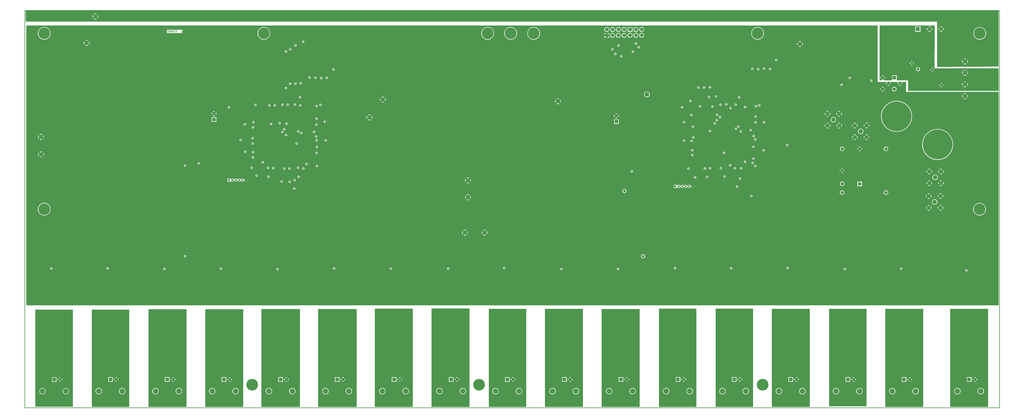
<source format=gbr>
*
G04 Mass Parameters ***
*
G04 Image ***
*
%INTDC_16IN1.GBR*%
%ICAS*%
%MOIN*%
%IPPOS*%
%ASAXBY*%
G74*%FSLAN2X34Y34*%
*
G04 Aperture Definitions ***
*
%ADD10C,0.2000*%
%ADD11C,0.5118*%
%ADD12R,0.0800X0.0800*%
%ADD13R,0.1050X0.1200*%
%ADD14R,0.0500X0.0500*%
%ADD15R,0.0790X0.0790*%
%ADD16R,0.0600X0.0800*%
%ADD17C,0.0750*%
%ADD18C,0.0700*%
%ADD19R,0.0700X0.0700*%
%ADD20C,0.0350*%
%ADD21R,0.0350X0.0350*%
%ADD22C,0.0650*%
%ADD23R,0.0600X0.0600*%
%ADD24O,0.0500X0.1500*%
%ADD25R,0.0500X0.1500*%
%ADD26C,0.0920*%
%ADD27C,0.0580*%
%ADD28C,0.0800*%
%ADD29R,0.0520X0.0500*%
%ADD30O,0.0700X0.0110*%
%ADD31R,0.0700X0.0110*%
%ADD32O,0.0110X0.0700*%
%ADD33R,0.0110X0.0700*%
%ADD34O,0.0250X0.0940*%
%ADD35R,0.0250X0.0940*%
%ADD36C,0.0600*%
%ADD37O,0.0860X0.0250*%
%ADD38R,0.0860X0.0250*%
%ADD39R,0.0866X0.1023*%
%ADD40R,0.0580X0.0580*%
%ADD41C,0.0220*%
%ADD42C,0.0300*%
%ADD43C,0.0160*%
%ADD44C,0.0080*%
%ADD45C,0.0120*%
%ADD46C,0.0220*%
%ADD47C,0.0100*%
%ADD48C,0.0150*%
%ADD49C,0.0200*%
%ADD50C,0.0500*%
%ADD51C,0.0400*%
%ADD52C,0.0220*%
%ADD53C,0.0060*%
%ADD54C,0.2000*%
%ADD55C,0.5118*%
%ADD56R,0.0800X0.0800*%
%ADD57R,0.1200X0.1050*%
%ADD58R,0.0500X0.0500*%
%ADD59R,0.0600X0.0600*%
%ADD60C,0.0750*%
%ADD61C,0.0700*%
%ADD62R,0.0700X0.0700*%
%ADD63C,0.0350*%
%ADD64R,0.0350X0.0350*%
%ADD65C,0.0650*%
%ADD66C,0.0920*%
%ADD67C,0.0580*%
%ADD68C,0.0800*%
%ADD69O,0.0650X0.0160*%
%ADD70R,0.0650X0.0160*%
%ADD71O,0.0900X0.0160*%
%ADD72R,0.0900X0.0160*%
%ADD73C,0.0600*%
%ADD74R,0.0580X0.0580*%
%ADD75C,0.0220*%
%ADD76C,0.0220*%
%ADD77C,0.0250*%
%ADD78C,0.0010*%
%ADD79C,0.0500*%
%ADD80C,0.0500*%
*
G04 Plot Data ***
*
G54D47*
G01X0167900Y0068090D02*
X0001200D01*
Y0000000D01*
X0167900D01*
Y0068090D01*
X0034820Y0004430D02*
X0032100D01*
X0033810Y0002566D02*
Y0000200D01*
X0033900Y0016860D02*
Y0000200D01*
X0033630Y0002357D02*
Y0000200D01*
X0033540Y0002303D02*
Y0000200D01*
X0033450Y0002267D02*
Y0000200D01*
X0033360Y0002247D02*
Y0000200D01*
X0033270Y0002240D02*
Y0000200D01*
X0033180Y0002247D02*
Y0000200D01*
X0033090Y0002267D02*
Y0000200D01*
X0033000Y0002303D02*
Y0000200D01*
X0032910Y0002357D02*
Y0000200D01*
X0032820Y0002438D02*
Y0000200D01*
X0037115Y0003440D02*
X0033425D01*
X0036920Y0003350D02*
X0033619D01*
X0036818Y0003260D02*
X0033722D01*
X0036751Y0003170D02*
X0033789D01*
X0036705Y0003080D02*
X0033835D01*
X0036676Y0002990D02*
X0033864D01*
X0036662Y0002900D02*
X0033878D01*
X0036661Y0002810D02*
X0033879D01*
X0036674Y0002720D02*
X0033866D01*
X0036701Y0002630D02*
X0033839D01*
X0036745Y0002540D02*
X0033795D01*
X0036809Y0002450D02*
X0033730D01*
X0036907Y0002360D02*
X0033633D01*
X0037081Y0002270D02*
X0033459D01*
X0038500Y0004430D02*
X0036401D01*
X0037860Y0002695D02*
Y0000200D01*
X0037770Y0002500D02*
Y0000200D01*
X0037680Y0002398D02*
Y0000200D01*
X0037590Y0002331D02*
Y0000200D01*
X0037500Y0002285D02*
Y0000200D01*
X0037410Y0002256D02*
Y0000200D01*
X0037320Y0002242D02*
Y0000200D01*
X0037230Y0002241D02*
Y0000200D01*
X0037140Y0002254D02*
Y0000200D01*
X0037050Y0002281D02*
Y0000200D01*
X0036960Y0002325D02*
Y0000200D01*
X0038500Y0003440D02*
X0037425D01*
X0038500Y0003350D02*
X0037619D01*
X0037950Y0016860D02*
Y0000200D01*
X0038500Y0003170D02*
X0037789D01*
X0038500Y0003080D02*
X0037835D01*
X0038500Y0002990D02*
X0037864D01*
X0038500Y0002900D02*
X0037878D01*
X0038500Y0002810D02*
X0037879D01*
X0038500Y0002720D02*
X0037866D01*
X0038500Y0002630D02*
X0037839D01*
X0038500Y0002540D02*
X0037795D01*
X0038500Y0002450D02*
X0037730D01*
X0038500Y0002360D02*
X0037633D01*
X0038500Y0002270D02*
X0037459D01*
X0036870Y0002389D02*
Y0000200D01*
X0036690Y0004719D02*
Y0003039D01*
X0038500Y0008570D02*
X0032100D01*
X0036690Y0016860D02*
Y0004981D01*
X0036600Y0016860D02*
Y0005141D01*
X0036510Y0016860D02*
Y0005219D01*
X0036420Y0016860D02*
Y0005264D01*
X0036330Y0016860D02*
Y0005286D01*
X0036240Y0016860D02*
Y0005289D01*
X0036150Y0016860D02*
Y0005273D01*
X0036060Y0016860D02*
Y0005237D01*
X0035970Y0016860D02*
Y0005172D01*
X0035880Y0016860D02*
Y0005054D01*
X0038500Y0005240D02*
X0036474D01*
X0038500Y0005150D02*
X0036592D01*
X0038500Y0005060D02*
X0036657D01*
X0038500Y0004970D02*
X0036693D01*
X0035340Y0016860D02*
Y0005300D01*
X0038500Y0004790D02*
X0036706D01*
X0038500Y0004700D02*
X0036684D01*
X0038500Y0004610D02*
X0036639D01*
X0038500Y0004520D02*
X0036561D01*
X0038500Y0004880D02*
X0036709D01*
X0035700Y0016860D02*
Y0005300D01*
X0035610Y0016860D02*
Y0005300D01*
X0035520Y0016860D02*
Y0005300D01*
X0035430Y0016860D02*
Y0005300D01*
X0035340Y0004400D02*
Y0000200D01*
X0035250Y0016860D02*
Y0005300D01*
X0035160Y0016860D02*
Y0005300D01*
X0035070Y0016860D02*
Y0005300D01*
X0034980Y0016860D02*
Y0005300D01*
X0035970Y0004528D02*
Y0000200D01*
X0036066Y0005240D02*
X0035720D01*
X0035948Y0005150D02*
X0035720D01*
X0035883Y0005060D02*
X0035720D01*
X0035847Y0004970D02*
X0035720D01*
X0035831Y0004880D02*
X0035720D01*
X0035834Y0004790D02*
X0035720D01*
X0035856Y0004700D02*
X0035720D01*
X0035901Y0004610D02*
X0035720D01*
X0035979Y0004520D02*
X0035720D01*
X0034820D02*
X0032100D01*
X0038500Y0003260D02*
X0037722D01*
X0035720Y0005300D02*
X0034820D01*
Y0004400D01*
X0035720D02*
X0034820D01*
X0035720Y0005300D02*
Y0004400D01*
X0038500Y0000200D02*
X0032100D01*
X0038500Y0016860D02*
Y0000200D01*
Y0016860D02*
X0032100D01*
Y0000200D01*
X0038490Y0016860D02*
Y0000200D01*
X0038400Y0016860D02*
Y0000200D01*
X0038310Y0016860D02*
Y0000200D01*
X0038220Y0016860D02*
Y0000200D01*
X0038130Y0016860D02*
Y0000200D01*
X0038040Y0016860D02*
Y0000200D01*
X0038500Y0000290D02*
X0032100D01*
X0037860Y0016860D02*
Y0003005D01*
X0037770Y0016860D02*
Y0003199D01*
X0037680Y0016860D02*
Y0003302D01*
X0037590Y0016860D02*
Y0003369D01*
X0037500Y0016860D02*
Y0003415D01*
X0037410Y0016860D02*
Y0003444D01*
X0037320Y0016860D02*
Y0003458D01*
X0037230Y0016860D02*
Y0003459D01*
X0037140Y0016860D02*
Y0003446D01*
X0037050Y0016860D02*
Y0003419D01*
X0032809Y0002450D02*
X0032100D01*
X0036870Y0016860D02*
Y0003310D01*
X0036780Y0002487D02*
Y0000200D01*
Y0016860D02*
Y0003213D01*
X0036690Y0002661D02*
Y0000200D01*
X0036600Y0004559D02*
Y0000200D01*
X0036510Y0004481D02*
Y0000200D01*
X0036420Y0004436D02*
Y0000200D01*
X0036330Y0004414D02*
Y0000200D01*
X0036240Y0004411D02*
Y0000200D01*
X0036150Y0004427D02*
Y0000200D01*
X0036060Y0004463D02*
Y0000200D01*
X0035880Y0004646D02*
Y0000200D01*
X0036139Y0004430D02*
X0035720D01*
X0035790Y0016860D02*
Y0000200D01*
X0035700Y0004400D02*
Y0000200D01*
X0035610Y0004400D02*
Y0000200D01*
X0035520Y0004400D02*
Y0000200D01*
X0035430Y0004400D02*
Y0000200D01*
X0033720Y0002438D02*
Y0000200D01*
X0035250Y0004400D02*
Y0000200D01*
X0035160Y0004400D02*
Y0000200D01*
X0035070Y0004400D02*
Y0000200D01*
X0034890Y0004400D02*
Y0000200D01*
X0034800Y0016860D02*
Y0000200D01*
X0034710Y0016860D02*
Y0000200D01*
X0034620Y0016860D02*
Y0000200D01*
X0034530Y0016860D02*
Y0000200D01*
X0034440Y0016860D02*
Y0000200D01*
X0034350Y0016860D02*
Y0000200D01*
X0034260Y0016860D02*
Y0000200D01*
X0034170Y0016860D02*
Y0000200D01*
X0034080Y0016860D02*
Y0000200D01*
X0033990Y0016860D02*
Y0000200D01*
X0033081Y0002270D02*
X0032100D01*
X0033810Y0016860D02*
Y0003134D01*
X0033720Y0016860D02*
Y0003262D01*
X0033630Y0016860D02*
Y0003342D01*
X0033540Y0016860D02*
Y0003397D01*
X0033450Y0016860D02*
Y0003433D01*
X0033360Y0016860D02*
Y0003453D01*
X0033270Y0016860D02*
Y0003460D01*
X0033180Y0016860D02*
Y0003453D01*
X0033090Y0016860D02*
Y0003433D01*
X0033000Y0016860D02*
Y0003397D01*
X0032910Y0016860D02*
Y0003342D01*
X0032820Y0016860D02*
Y0003262D01*
X0033115Y0003440D02*
X0032100D01*
X0032640Y0016860D02*
Y0000200D01*
X0032550Y0016860D02*
Y0000200D01*
X0032460Y0016860D02*
Y0000200D01*
X0032370Y0016860D02*
Y0000200D01*
X0032280Y0016860D02*
Y0000200D01*
X0038500Y0016850D02*
X0032100D01*
X0038500Y0016760D02*
X0032100D01*
X0038500Y0016670D02*
X0032100D01*
X0038500Y0016580D02*
X0032100D01*
X0038500Y0016490D02*
X0032100D01*
X0038500Y0016400D02*
X0032100D01*
X0038500Y0016310D02*
X0032100D01*
X0038500Y0016220D02*
X0032100D01*
X0038500Y0016130D02*
X0032100D01*
X0038500Y0016040D02*
X0032100D01*
X0038500Y0015950D02*
X0032100D01*
X0038500Y0015860D02*
X0032100D01*
X0038500Y0015770D02*
X0032100D01*
X0038500Y0015680D02*
X0032100D01*
X0038500Y0015590D02*
X0032100D01*
X0038500Y0015500D02*
X0032100D01*
X0038500Y0015410D02*
X0032100D01*
X0038500Y0015320D02*
X0032100D01*
X0038500Y0015230D02*
X0032100D01*
X0038500Y0015140D02*
X0032100D01*
X0038500Y0015050D02*
X0032100D01*
X0038500Y0014960D02*
X0032100D01*
X0038500Y0014870D02*
X0032100D01*
X0038500Y0014780D02*
X0032100D01*
X0038500Y0014690D02*
X0032100D01*
X0038500Y0014600D02*
X0032100D01*
X0038500Y0014510D02*
X0032100D01*
X0038500Y0014420D02*
X0032100D01*
X0038500Y0014330D02*
X0032100D01*
X0038500Y0014240D02*
X0032100D01*
X0038500Y0014150D02*
X0032100D01*
X0038500Y0014060D02*
X0032100D01*
X0038500Y0013970D02*
X0032100D01*
X0038500Y0013880D02*
X0032100D01*
X0038500Y0013790D02*
X0032100D01*
X0038500Y0013700D02*
X0032100D01*
X0038500Y0013610D02*
X0032100D01*
X0038500Y0013520D02*
X0032100D01*
X0038500Y0013430D02*
X0032100D01*
X0038500Y0013340D02*
X0032100D01*
X0038500Y0013250D02*
X0032100D01*
X0038500Y0013160D02*
X0032100D01*
X0038500Y0013070D02*
X0032100D01*
X0038500Y0012980D02*
X0032100D01*
X0038500Y0012890D02*
X0032100D01*
X0038500Y0012800D02*
X0032100D01*
X0038500Y0012710D02*
X0032100D01*
X0038500Y0012620D02*
X0032100D01*
X0038500Y0012530D02*
X0032100D01*
X0038500Y0012440D02*
X0032100D01*
X0038500Y0012350D02*
X0032100D01*
X0038500Y0012260D02*
X0032100D01*
X0038500Y0012170D02*
X0032100D01*
X0038500Y0012080D02*
X0032100D01*
X0038500Y0011990D02*
X0032100D01*
X0038500Y0011900D02*
X0032100D01*
X0038500Y0011810D02*
X0032100D01*
X0038500Y0011720D02*
X0032100D01*
X0038500Y0011630D02*
X0032100D01*
X0038500Y0011540D02*
X0032100D01*
X0038500Y0011450D02*
X0032100D01*
X0038500Y0011360D02*
X0032100D01*
X0038500Y0011270D02*
X0032100D01*
X0038500Y0011180D02*
X0032100D01*
X0038500Y0011090D02*
X0032100D01*
X0038500Y0011000D02*
X0032100D01*
X0038500Y0010910D02*
X0032100D01*
X0038500Y0010820D02*
X0032100D01*
X0038500Y0010730D02*
X0032100D01*
X0038500Y0010640D02*
X0032100D01*
X0038500Y0010550D02*
X0032100D01*
X0038500Y0010460D02*
X0032100D01*
X0038500Y0010370D02*
X0032100D01*
X0038500Y0010280D02*
X0032100D01*
X0038500Y0010190D02*
X0032100D01*
X0038500Y0010100D02*
X0032100D01*
X0038500Y0010010D02*
X0032100D01*
X0038500Y0009920D02*
X0032100D01*
X0038500Y0009830D02*
X0032100D01*
X0038500Y0009740D02*
X0032100D01*
X0038500Y0009650D02*
X0032100D01*
X0038500Y0009560D02*
X0032100D01*
X0038500Y0009470D02*
X0032100D01*
X0038500Y0009380D02*
X0032100D01*
X0038500Y0009290D02*
X0032100D01*
X0038500Y0009200D02*
X0032100D01*
X0038500Y0009110D02*
X0032100D01*
X0038500Y0009020D02*
X0032100D01*
X0038500Y0008930D02*
X0032100D01*
X0038500Y0008840D02*
X0032100D01*
X0038500Y0008750D02*
X0032100D01*
X0038500Y0008660D02*
X0032100D01*
X0034890Y0016860D02*
Y0005300D01*
X0038500Y0008480D02*
X0032100D01*
X0038500Y0008390D02*
X0032100D01*
X0038500Y0008300D02*
X0032100D01*
X0038500Y0008210D02*
X0032100D01*
X0038500Y0008120D02*
X0032100D01*
X0038500Y0008030D02*
X0032100D01*
X0038500Y0007940D02*
X0032100D01*
X0038500Y0007850D02*
X0032100D01*
X0038500Y0007760D02*
X0032100D01*
X0038500Y0007670D02*
X0032100D01*
X0038500Y0007580D02*
X0032100D01*
X0038500Y0007490D02*
X0032100D01*
X0038500Y0007400D02*
X0032100D01*
X0038500Y0007310D02*
X0032100D01*
X0038500Y0007220D02*
X0032100D01*
X0038500Y0007130D02*
X0032100D01*
X0038500Y0007040D02*
X0032100D01*
X0038500Y0006950D02*
X0032100D01*
X0038500Y0006860D02*
X0032100D01*
X0038500Y0006770D02*
X0032100D01*
X0038500Y0006680D02*
X0032100D01*
X0038500Y0006590D02*
X0032100D01*
X0038500Y0006500D02*
X0032100D01*
X0038500Y0006410D02*
X0032100D01*
X0038500Y0006320D02*
X0032100D01*
X0038500Y0006230D02*
X0032100D01*
X0038500Y0006140D02*
X0032100D01*
X0038500Y0006050D02*
X0032100D01*
X0038500Y0005960D02*
X0032100D01*
X0038500Y0005870D02*
X0032100D01*
X0038500Y0005780D02*
X0032100D01*
X0038500Y0005690D02*
X0032100D01*
X0038500Y0005600D02*
X0032100D01*
X0038500Y0005510D02*
X0032100D01*
X0038500Y0005420D02*
X0032100D01*
X0034980Y0004400D02*
Y0000200D01*
X0038500Y0005330D02*
X0032100D01*
X0034820Y0005240D02*
X0032100D01*
X0034820Y0005150D02*
X0032100D01*
X0034820Y0005060D02*
X0032100D01*
X0034820Y0004970D02*
X0032100D01*
X0034820Y0004880D02*
X0032100D01*
X0034820Y0004790D02*
X0032100D01*
X0034820Y0004700D02*
X0032100D01*
X0034820Y0004610D02*
X0032100D01*
X0032190Y0016860D02*
Y0000200D01*
X0038500Y0004340D02*
X0032100D01*
X0038500Y0004250D02*
X0032100D01*
X0038500Y0004160D02*
X0032100D01*
X0038500Y0004070D02*
X0032100D01*
X0038500Y0003980D02*
X0032100D01*
X0038500Y0003890D02*
X0032100D01*
X0038500Y0003800D02*
X0032100D01*
X0038500Y0003710D02*
X0032100D01*
X0038500Y0003620D02*
X0032100D01*
X0036960Y0016860D02*
Y0003375D01*
X0032730Y0016860D02*
Y0003134D01*
Y0002566D02*
Y0000200D01*
X0038500Y0003530D02*
X0032100D01*
X0032920Y0003350D02*
X0032100D01*
X0032818Y0003260D02*
X0032100D01*
X0032751Y0003170D02*
X0032100D01*
X0032705Y0003080D02*
X0032100D01*
X0032676Y0002990D02*
X0032100D01*
X0032662Y0002900D02*
X0032100D01*
X0032661Y0002810D02*
X0032100D01*
X0032674Y0002720D02*
X0032100D01*
X0032701Y0002630D02*
X0032100D01*
X0032745Y0002540D02*
X0032100D01*
X0032907Y0002360D02*
X0032100D01*
X0038500Y0002180D02*
X0032100D01*
X0038500Y0002090D02*
X0032100D01*
X0038500Y0002000D02*
X0032100D01*
X0038500Y0001910D02*
X0032100D01*
X0038500Y0001820D02*
X0032100D01*
X0038500Y0001730D02*
X0032100D01*
X0038500Y0001640D02*
X0032100D01*
X0038500Y0001550D02*
X0032100D01*
X0038500Y0001460D02*
X0032100D01*
X0038500Y0001370D02*
X0032100D01*
X0038500Y0001280D02*
X0032100D01*
X0038500Y0001190D02*
X0032100D01*
X0038500Y0001100D02*
X0032100D01*
X0038500Y0001010D02*
X0032100D01*
X0038500Y0000920D02*
X0032100D01*
X0038500Y0000830D02*
X0032100D01*
X0038500Y0000740D02*
X0032100D01*
X0038500Y0000650D02*
X0032100D01*
X0038500Y0000560D02*
X0032100D01*
X0038500Y0000470D02*
X0032100D01*
X0038500Y0000380D02*
X0032100D01*
X0025120Y0004430D02*
X0022400D01*
X0024110Y0002566D02*
Y0000200D01*
X0024200Y0016840D02*
Y0000200D01*
X0023930Y0002357D02*
Y0000200D01*
X0023840Y0002303D02*
Y0000200D01*
X0023750Y0002267D02*
Y0000200D01*
X0023660Y0002247D02*
Y0000200D01*
X0023570Y0002240D02*
Y0000200D01*
X0023480Y0002247D02*
Y0000200D01*
X0023390Y0002267D02*
Y0000200D01*
X0023300Y0002303D02*
Y0000200D01*
X0023210Y0002357D02*
Y0000200D01*
X0023120Y0002438D02*
Y0000200D01*
X0027415Y0003440D02*
X0023725D01*
X0027220Y0003350D02*
X0023919D01*
X0027118Y0003260D02*
X0024022D01*
X0027051Y0003170D02*
X0024089D01*
X0027005Y0003080D02*
X0024135D01*
X0026976Y0002990D02*
X0024164D01*
X0026962Y0002900D02*
X0024178D01*
X0026961Y0002810D02*
X0024179D01*
X0026974Y0002720D02*
X0024166D01*
X0027001Y0002630D02*
X0024139D01*
X0027045Y0002540D02*
X0024095D01*
X0027109Y0002450D02*
X0024030D01*
X0027207Y0002360D02*
X0023933D01*
X0027381Y0002270D02*
X0023759D01*
X0028800Y0004430D02*
X0026701D01*
X0028160Y0002695D02*
Y0000200D01*
X0028070Y0002500D02*
Y0000200D01*
X0027980Y0002398D02*
Y0000200D01*
X0027890Y0002331D02*
Y0000200D01*
X0027800Y0002285D02*
Y0000200D01*
X0027710Y0002256D02*
Y0000200D01*
X0027620Y0002242D02*
Y0000200D01*
X0027530Y0002241D02*
Y0000200D01*
X0027440Y0002254D02*
Y0000200D01*
X0027350Y0002281D02*
Y0000200D01*
X0027260Y0002325D02*
Y0000200D01*
X0028800Y0003440D02*
X0027725D01*
X0028800Y0003350D02*
X0027919D01*
X0028250Y0016840D02*
Y0000200D01*
X0028800Y0003170D02*
X0028089D01*
X0028800Y0003080D02*
X0028135D01*
X0028800Y0002990D02*
X0028164D01*
X0028800Y0002900D02*
X0028178D01*
X0028800Y0002810D02*
X0028179D01*
X0028800Y0002720D02*
X0028166D01*
X0028800Y0002630D02*
X0028139D01*
X0028800Y0002540D02*
X0028095D01*
X0028800Y0002450D02*
X0028030D01*
X0028800Y0002360D02*
X0027933D01*
X0028800Y0002270D02*
X0027759D01*
X0027170Y0002389D02*
Y0000200D01*
X0026990Y0004719D02*
Y0003039D01*
X0028800Y0008570D02*
X0022400D01*
X0026990Y0016840D02*
Y0004981D01*
X0026900Y0016840D02*
Y0005141D01*
X0026810Y0016840D02*
Y0005219D01*
X0026720Y0016840D02*
Y0005264D01*
X0026630Y0016840D02*
Y0005286D01*
X0026540Y0016840D02*
Y0005289D01*
X0026450Y0016840D02*
Y0005273D01*
X0026360Y0016840D02*
Y0005237D01*
X0026270Y0016840D02*
Y0005172D01*
X0026180Y0016840D02*
Y0005054D01*
X0028800Y0005240D02*
X0026774D01*
X0028800Y0005150D02*
X0026892D01*
X0028800Y0005060D02*
X0026957D01*
X0028800Y0004970D02*
X0026993D01*
X0025640Y0016840D02*
Y0005300D01*
X0028800Y0004790D02*
X0027006D01*
X0028800Y0004700D02*
X0026984D01*
X0028800Y0004610D02*
X0026939D01*
X0028800Y0004520D02*
X0026861D01*
X0028800Y0004880D02*
X0027009D01*
X0026000Y0016840D02*
Y0005300D01*
X0025910Y0016840D02*
Y0005300D01*
X0025820Y0016840D02*
Y0005300D01*
X0025730Y0016840D02*
Y0005300D01*
X0025640Y0004400D02*
Y0000200D01*
X0025550Y0016840D02*
Y0005300D01*
X0025460Y0016840D02*
Y0005300D01*
X0025370Y0016840D02*
Y0005300D01*
X0025280Y0016840D02*
Y0005300D01*
X0026270Y0004528D02*
Y0000200D01*
X0026366Y0005240D02*
X0026020D01*
X0026248Y0005150D02*
X0026020D01*
X0026183Y0005060D02*
X0026020D01*
X0026147Y0004970D02*
X0026020D01*
X0026131Y0004880D02*
X0026020D01*
X0026134Y0004790D02*
X0026020D01*
X0026156Y0004700D02*
X0026020D01*
X0026201Y0004610D02*
X0026020D01*
X0026279Y0004520D02*
X0026020D01*
X0025120D02*
X0022400D01*
X0028800Y0003260D02*
X0028022D01*
X0026020Y0005300D02*
X0025120D01*
Y0004400D01*
X0026020D02*
X0025120D01*
X0026020Y0005300D02*
Y0004400D01*
X0028800Y0000200D02*
X0022400D01*
X0028800Y0016840D02*
Y0000200D01*
Y0016840D02*
X0022400D01*
Y0000200D01*
X0028790Y0016840D02*
Y0000200D01*
X0028700Y0016840D02*
Y0000200D01*
X0028610Y0016840D02*
Y0000200D01*
X0028520Y0016840D02*
Y0000200D01*
X0028430Y0016840D02*
Y0000200D01*
X0028340Y0016840D02*
Y0000200D01*
X0028800Y0000290D02*
X0022400D01*
X0028160Y0016840D02*
Y0003005D01*
X0028070Y0016840D02*
Y0003199D01*
X0027980Y0016840D02*
Y0003302D01*
X0027890Y0016840D02*
Y0003369D01*
X0027800Y0016840D02*
Y0003415D01*
X0027710Y0016840D02*
Y0003444D01*
X0027620Y0016840D02*
Y0003458D01*
X0027530Y0016840D02*
Y0003459D01*
X0027440Y0016840D02*
Y0003446D01*
X0027350Y0016840D02*
Y0003419D01*
X0023109Y0002450D02*
X0022400D01*
X0027170Y0016840D02*
Y0003310D01*
X0027080Y0002487D02*
Y0000200D01*
Y0016840D02*
Y0003213D01*
X0026990Y0002661D02*
Y0000200D01*
X0026900Y0004559D02*
Y0000200D01*
X0026810Y0004481D02*
Y0000200D01*
X0026720Y0004436D02*
Y0000200D01*
X0026630Y0004414D02*
Y0000200D01*
X0026540Y0004411D02*
Y0000200D01*
X0026450Y0004427D02*
Y0000200D01*
X0026360Y0004463D02*
Y0000200D01*
X0026180Y0004646D02*
Y0000200D01*
X0026439Y0004430D02*
X0026020D01*
X0026090Y0016840D02*
Y0000200D01*
X0026000Y0004400D02*
Y0000200D01*
X0025910Y0004400D02*
Y0000200D01*
X0025820Y0004400D02*
Y0000200D01*
X0025730Y0004400D02*
Y0000200D01*
X0024020Y0002438D02*
Y0000200D01*
X0025550Y0004400D02*
Y0000200D01*
X0025460Y0004400D02*
Y0000200D01*
X0025370Y0004400D02*
Y0000200D01*
X0025190Y0004400D02*
Y0000200D01*
X0025100Y0016840D02*
Y0000200D01*
X0025010Y0016840D02*
Y0000200D01*
X0024920Y0016840D02*
Y0000200D01*
X0024830Y0016840D02*
Y0000200D01*
X0024740Y0016840D02*
Y0000200D01*
X0024650Y0016840D02*
Y0000200D01*
X0024560Y0016840D02*
Y0000200D01*
X0024470Y0016840D02*
Y0000200D01*
X0024380Y0016840D02*
Y0000200D01*
X0024290Y0016840D02*
Y0000200D01*
X0023381Y0002270D02*
X0022400D01*
X0024110Y0016840D02*
Y0003134D01*
X0024020Y0016840D02*
Y0003262D01*
X0023930Y0016840D02*
Y0003342D01*
X0023840Y0016840D02*
Y0003397D01*
X0023750Y0016840D02*
Y0003433D01*
X0023660Y0016840D02*
Y0003453D01*
X0023570Y0016840D02*
Y0003460D01*
X0023480Y0016840D02*
Y0003453D01*
X0023390Y0016840D02*
Y0003433D01*
X0023300Y0016840D02*
Y0003397D01*
X0023210Y0016840D02*
Y0003342D01*
X0023120Y0016840D02*
Y0003262D01*
X0023415Y0003440D02*
X0022400D01*
X0022940Y0016840D02*
Y0000200D01*
X0022850Y0016840D02*
Y0000200D01*
X0022760Y0016840D02*
Y0000200D01*
X0022670Y0016840D02*
Y0000200D01*
X0022580Y0016840D02*
Y0000200D01*
X0028800Y0016760D02*
X0022400D01*
X0028800Y0016670D02*
X0022400D01*
X0028800Y0016580D02*
X0022400D01*
X0028800Y0016490D02*
X0022400D01*
X0028800Y0016400D02*
X0022400D01*
X0028800Y0016310D02*
X0022400D01*
X0028800Y0016220D02*
X0022400D01*
X0028800Y0016130D02*
X0022400D01*
X0028800Y0016040D02*
X0022400D01*
X0028800Y0015950D02*
X0022400D01*
X0028800Y0015860D02*
X0022400D01*
X0028800Y0015770D02*
X0022400D01*
X0028800Y0015680D02*
X0022400D01*
X0028800Y0015590D02*
X0022400D01*
X0028800Y0015500D02*
X0022400D01*
X0028800Y0015410D02*
X0022400D01*
X0028800Y0015320D02*
X0022400D01*
X0028800Y0015230D02*
X0022400D01*
X0028800Y0015140D02*
X0022400D01*
X0028800Y0015050D02*
X0022400D01*
X0028800Y0014960D02*
X0022400D01*
X0028800Y0014870D02*
X0022400D01*
X0028800Y0014780D02*
X0022400D01*
X0028800Y0014690D02*
X0022400D01*
X0028800Y0014600D02*
X0022400D01*
X0028800Y0014510D02*
X0022400D01*
X0028800Y0014420D02*
X0022400D01*
X0028800Y0014330D02*
X0022400D01*
X0028800Y0014240D02*
X0022400D01*
X0028800Y0014150D02*
X0022400D01*
X0028800Y0014060D02*
X0022400D01*
X0028800Y0013970D02*
X0022400D01*
X0028800Y0013880D02*
X0022400D01*
X0028800Y0013790D02*
X0022400D01*
X0028800Y0013700D02*
X0022400D01*
X0028800Y0013610D02*
X0022400D01*
X0028800Y0013520D02*
X0022400D01*
X0028800Y0013430D02*
X0022400D01*
X0028800Y0013340D02*
X0022400D01*
X0028800Y0013250D02*
X0022400D01*
X0028800Y0013160D02*
X0022400D01*
X0028800Y0013070D02*
X0022400D01*
X0028800Y0012980D02*
X0022400D01*
X0028800Y0012890D02*
X0022400D01*
X0028800Y0012800D02*
X0022400D01*
X0028800Y0012710D02*
X0022400D01*
X0028800Y0012620D02*
X0022400D01*
X0028800Y0012530D02*
X0022400D01*
X0028800Y0012440D02*
X0022400D01*
X0028800Y0012350D02*
X0022400D01*
X0028800Y0012260D02*
X0022400D01*
X0028800Y0012170D02*
X0022400D01*
X0028800Y0012080D02*
X0022400D01*
X0028800Y0011990D02*
X0022400D01*
X0028800Y0011900D02*
X0022400D01*
X0028800Y0011810D02*
X0022400D01*
X0028800Y0011720D02*
X0022400D01*
X0028800Y0011630D02*
X0022400D01*
X0028800Y0011540D02*
X0022400D01*
X0028800Y0011450D02*
X0022400D01*
X0028800Y0011360D02*
X0022400D01*
X0028800Y0011270D02*
X0022400D01*
X0028800Y0011180D02*
X0022400D01*
X0028800Y0011090D02*
X0022400D01*
X0028800Y0011000D02*
X0022400D01*
X0028800Y0010910D02*
X0022400D01*
X0028800Y0010820D02*
X0022400D01*
X0028800Y0010730D02*
X0022400D01*
X0028800Y0010640D02*
X0022400D01*
X0028800Y0010550D02*
X0022400D01*
X0028800Y0010460D02*
X0022400D01*
X0028800Y0010370D02*
X0022400D01*
X0028800Y0010280D02*
X0022400D01*
X0028800Y0010190D02*
X0022400D01*
X0028800Y0010100D02*
X0022400D01*
X0028800Y0010010D02*
X0022400D01*
X0028800Y0009920D02*
X0022400D01*
X0028800Y0009830D02*
X0022400D01*
X0028800Y0009740D02*
X0022400D01*
X0028800Y0009650D02*
X0022400D01*
X0028800Y0009560D02*
X0022400D01*
X0028800Y0009470D02*
X0022400D01*
X0028800Y0009380D02*
X0022400D01*
X0028800Y0009290D02*
X0022400D01*
X0028800Y0009200D02*
X0022400D01*
X0028800Y0009110D02*
X0022400D01*
X0028800Y0009020D02*
X0022400D01*
X0028800Y0008930D02*
X0022400D01*
X0028800Y0008840D02*
X0022400D01*
X0028800Y0008750D02*
X0022400D01*
X0028800Y0008660D02*
X0022400D01*
X0025190Y0016840D02*
Y0005300D01*
X0028800Y0008480D02*
X0022400D01*
X0028800Y0008390D02*
X0022400D01*
X0028800Y0008300D02*
X0022400D01*
X0028800Y0008210D02*
X0022400D01*
X0028800Y0008120D02*
X0022400D01*
X0028800Y0008030D02*
X0022400D01*
X0028800Y0007940D02*
X0022400D01*
X0028800Y0007850D02*
X0022400D01*
X0028800Y0007760D02*
X0022400D01*
X0028800Y0007670D02*
X0022400D01*
X0028800Y0007580D02*
X0022400D01*
X0028800Y0007490D02*
X0022400D01*
X0028800Y0007400D02*
X0022400D01*
X0028800Y0007310D02*
X0022400D01*
X0028800Y0007220D02*
X0022400D01*
X0028800Y0007130D02*
X0022400D01*
X0028800Y0007040D02*
X0022400D01*
X0028800Y0006950D02*
X0022400D01*
X0028800Y0006860D02*
X0022400D01*
X0028800Y0006770D02*
X0022400D01*
X0028800Y0006680D02*
X0022400D01*
X0028800Y0006590D02*
X0022400D01*
X0028800Y0006500D02*
X0022400D01*
X0028800Y0006410D02*
X0022400D01*
X0028800Y0006320D02*
X0022400D01*
X0028800Y0006230D02*
X0022400D01*
X0028800Y0006140D02*
X0022400D01*
X0028800Y0006050D02*
X0022400D01*
X0028800Y0005960D02*
X0022400D01*
X0028800Y0005870D02*
X0022400D01*
X0028800Y0005780D02*
X0022400D01*
X0028800Y0005690D02*
X0022400D01*
X0028800Y0005600D02*
X0022400D01*
X0028800Y0005510D02*
X0022400D01*
X0028800Y0005420D02*
X0022400D01*
X0025280Y0004400D02*
Y0000200D01*
X0028800Y0005330D02*
X0022400D01*
X0025120Y0005240D02*
X0022400D01*
X0025120Y0005150D02*
X0022400D01*
X0025120Y0005060D02*
X0022400D01*
X0025120Y0004970D02*
X0022400D01*
X0025120Y0004880D02*
X0022400D01*
X0025120Y0004790D02*
X0022400D01*
X0025120Y0004700D02*
X0022400D01*
X0025120Y0004610D02*
X0022400D01*
X0022490Y0016840D02*
Y0000200D01*
X0028800Y0004340D02*
X0022400D01*
X0028800Y0004250D02*
X0022400D01*
X0028800Y0004160D02*
X0022400D01*
X0028800Y0004070D02*
X0022400D01*
X0028800Y0003980D02*
X0022400D01*
X0028800Y0003890D02*
X0022400D01*
X0028800Y0003800D02*
X0022400D01*
X0028800Y0003710D02*
X0022400D01*
X0028800Y0003620D02*
X0022400D01*
X0027260Y0016840D02*
Y0003375D01*
X0023030Y0016840D02*
Y0003134D01*
Y0002566D02*
Y0000200D01*
X0028800Y0003530D02*
X0022400D01*
X0023220Y0003350D02*
X0022400D01*
X0023118Y0003260D02*
X0022400D01*
X0023051Y0003170D02*
X0022400D01*
X0023005Y0003080D02*
X0022400D01*
X0022976Y0002990D02*
X0022400D01*
X0022962Y0002900D02*
X0022400D01*
X0022961Y0002810D02*
X0022400D01*
X0022974Y0002720D02*
X0022400D01*
X0023001Y0002630D02*
X0022400D01*
X0023045Y0002540D02*
X0022400D01*
X0023207Y0002360D02*
X0022400D01*
X0028800Y0002180D02*
X0022400D01*
X0028800Y0002090D02*
X0022400D01*
X0028800Y0002000D02*
X0022400D01*
X0028800Y0001910D02*
X0022400D01*
X0028800Y0001820D02*
X0022400D01*
X0028800Y0001730D02*
X0022400D01*
X0028800Y0001640D02*
X0022400D01*
X0028800Y0001550D02*
X0022400D01*
X0028800Y0001460D02*
X0022400D01*
X0028800Y0001370D02*
X0022400D01*
X0028800Y0001280D02*
X0022400D01*
X0028800Y0001190D02*
X0022400D01*
X0028800Y0001100D02*
X0022400D01*
X0028800Y0001010D02*
X0022400D01*
X0028800Y0000920D02*
X0022400D01*
X0028800Y0000830D02*
X0022400D01*
X0028800Y0000740D02*
X0022400D01*
X0028800Y0000650D02*
X0022400D01*
X0028800Y0000560D02*
X0022400D01*
X0028800Y0000470D02*
X0022400D01*
X0028800Y0000380D02*
X0022400D01*
X0015420Y0004430D02*
X0012700D01*
X0014410Y0002566D02*
Y0000200D01*
X0014500Y0016780D02*
Y0000200D01*
X0014230Y0002357D02*
Y0000200D01*
X0014140Y0002303D02*
Y0000200D01*
X0014050Y0002267D02*
Y0000200D01*
X0013960Y0002247D02*
Y0000200D01*
X0013870Y0002240D02*
Y0000200D01*
X0013780Y0002247D02*
Y0000200D01*
X0013690Y0002267D02*
Y0000200D01*
X0013600Y0002303D02*
Y0000200D01*
X0013510Y0002357D02*
Y0000200D01*
X0013420Y0002438D02*
Y0000200D01*
X0017715Y0003440D02*
X0014025D01*
X0017520Y0003350D02*
X0014219D01*
X0017418Y0003260D02*
X0014322D01*
X0017351Y0003170D02*
X0014389D01*
X0017305Y0003080D02*
X0014435D01*
X0017276Y0002990D02*
X0014464D01*
X0017262Y0002900D02*
X0014478D01*
X0017261Y0002810D02*
X0014479D01*
X0017274Y0002720D02*
X0014466D01*
X0017301Y0002630D02*
X0014439D01*
X0017345Y0002540D02*
X0014395D01*
X0017409Y0002450D02*
X0014330D01*
X0017507Y0002360D02*
X0014233D01*
X0017681Y0002270D02*
X0014059D01*
X0019000Y0004430D02*
X0017001D01*
X0018460Y0002695D02*
Y0000200D01*
X0018370Y0002500D02*
Y0000200D01*
X0018280Y0002398D02*
Y0000200D01*
X0018190Y0002331D02*
Y0000200D01*
X0018100Y0002285D02*
Y0000200D01*
X0018010Y0002256D02*
Y0000200D01*
X0017920Y0002242D02*
Y0000200D01*
X0017830Y0002241D02*
Y0000200D01*
X0017740Y0002254D02*
Y0000200D01*
X0017650Y0002281D02*
Y0000200D01*
X0017560Y0002325D02*
Y0000200D01*
X0017470Y0002389D02*
Y0000200D01*
X0019000Y0003440D02*
X0018025D01*
X0018550Y0016780D02*
Y0000200D01*
X0019000Y0003260D02*
X0018322D01*
X0019000Y0003170D02*
X0018389D01*
X0019000Y0003080D02*
X0018435D01*
X0019000Y0002990D02*
X0018464D01*
X0019000Y0002900D02*
X0018478D01*
X0019000Y0002810D02*
X0018479D01*
X0019000Y0002720D02*
X0018466D01*
X0019000Y0002630D02*
X0018439D01*
X0019000Y0002540D02*
X0018395D01*
X0019000Y0002450D02*
X0018330D01*
X0019000Y0002360D02*
X0018233D01*
X0019000Y0002270D02*
X0018059D01*
X0017290Y0004719D02*
Y0003039D01*
X0019000Y0008570D02*
X0012700D01*
X0017290Y0016780D02*
Y0004981D01*
X0017200Y0016780D02*
Y0005141D01*
X0017110Y0016780D02*
Y0005219D01*
X0017020Y0016780D02*
Y0005264D01*
X0016930Y0016780D02*
Y0005286D01*
X0016840Y0016780D02*
Y0005289D01*
X0016750Y0016780D02*
Y0005273D01*
X0016660Y0016780D02*
Y0005237D01*
X0016570Y0016780D02*
Y0005172D01*
X0016480Y0016780D02*
Y0005054D01*
X0019000Y0005240D02*
X0017074D01*
X0019000Y0005150D02*
X0017192D01*
X0019000Y0005060D02*
X0017257D01*
X0019000Y0004970D02*
X0017293D01*
X0015850Y0016780D02*
Y0005300D01*
X0019000Y0004790D02*
X0017306D01*
X0019000Y0004700D02*
X0017284D01*
X0019000Y0004610D02*
X0017239D01*
X0019000Y0004520D02*
X0017161D01*
X0019000Y0004880D02*
X0017309D01*
X0016300Y0016780D02*
Y0005300D01*
X0016210Y0016780D02*
Y0005300D01*
X0016120Y0016780D02*
Y0005300D01*
X0016030Y0016780D02*
Y0005300D01*
X0015940Y0016780D02*
Y0005300D01*
X0015850Y0004400D02*
Y0000200D01*
X0015760Y0016780D02*
Y0005300D01*
X0015670Y0016780D02*
Y0005300D01*
X0015580Y0016780D02*
Y0005300D01*
X0016570Y0004528D02*
Y0000200D01*
X0016666Y0005240D02*
X0016320D01*
X0016548Y0005150D02*
X0016320D01*
X0016483Y0005060D02*
X0016320D01*
X0016447Y0004970D02*
X0016320D01*
X0016431Y0004880D02*
X0016320D01*
X0016434Y0004790D02*
X0016320D01*
X0016456Y0004700D02*
X0016320D01*
X0016501Y0004610D02*
X0016320D01*
X0016579Y0004520D02*
X0016320D01*
X0015420D02*
X0012700D01*
X0016320Y0005300D02*
X0015420D01*
Y0004400D01*
X0016320D02*
X0015420D01*
X0016320Y0005300D02*
Y0004400D01*
X0019000Y0000200D02*
X0012700D01*
X0019000Y0016780D02*
Y0000200D01*
Y0016780D02*
X0012700D01*
Y0000200D01*
X0019000Y0003350D02*
X0018219D01*
X0018910Y0016780D02*
Y0000200D01*
X0018820Y0016780D02*
Y0000200D01*
X0018730Y0016780D02*
Y0000200D01*
X0018640Y0016780D02*
Y0000200D01*
X0019000Y0000290D02*
X0012700D01*
X0018460Y0016780D02*
Y0003005D01*
X0018370Y0016780D02*
Y0003199D01*
X0018280Y0016780D02*
Y0003302D01*
X0018190Y0016780D02*
Y0003369D01*
X0018100Y0016780D02*
Y0003415D01*
X0018010Y0016780D02*
Y0003444D01*
X0017920Y0016780D02*
Y0003458D01*
X0017830Y0016780D02*
Y0003459D01*
X0017740Y0016780D02*
Y0003446D01*
X0017650Y0016780D02*
Y0003419D01*
X0017560Y0016780D02*
Y0003375D01*
X0013409Y0002450D02*
X0012700D01*
X0017380Y0002487D02*
Y0000200D01*
Y0016780D02*
Y0003213D01*
X0017290Y0002661D02*
Y0000200D01*
X0017200Y0004559D02*
Y0000200D01*
X0017110Y0004481D02*
Y0000200D01*
X0017020Y0004436D02*
Y0000200D01*
X0016930Y0004414D02*
Y0000200D01*
X0016840Y0004411D02*
Y0000200D01*
X0016750Y0004427D02*
Y0000200D01*
X0016660Y0004463D02*
Y0000200D01*
X0016480Y0004646D02*
Y0000200D01*
X0016739Y0004430D02*
X0016320D01*
X0016390Y0016780D02*
Y0000200D01*
X0016300Y0004400D02*
Y0000200D01*
X0016210Y0004400D02*
Y0000200D01*
X0016120Y0004400D02*
Y0000200D01*
X0016030Y0004400D02*
Y0000200D01*
X0015940Y0004400D02*
Y0000200D01*
X0014320Y0002438D02*
Y0000200D01*
X0015760Y0004400D02*
Y0000200D01*
X0015670Y0004400D02*
Y0000200D01*
X0015490Y0004400D02*
Y0000200D01*
X0015400Y0016780D02*
Y0000200D01*
X0015310Y0016780D02*
Y0000200D01*
X0015220Y0016780D02*
Y0000200D01*
X0015130Y0016780D02*
Y0000200D01*
X0015040Y0016780D02*
Y0000200D01*
X0014950Y0016780D02*
Y0000200D01*
X0014860Y0016780D02*
Y0000200D01*
X0014770Y0016780D02*
Y0000200D01*
X0014680Y0016780D02*
Y0000200D01*
X0014590Y0016780D02*
Y0000200D01*
X0013681Y0002270D02*
X0012700D01*
X0014410Y0016780D02*
Y0003134D01*
X0014320Y0016780D02*
Y0003262D01*
X0014230Y0016780D02*
Y0003342D01*
X0014140Y0016780D02*
Y0003397D01*
X0014050Y0016780D02*
Y0003433D01*
X0013960Y0016780D02*
Y0003453D01*
X0013870Y0016780D02*
Y0003460D01*
X0013780Y0016780D02*
Y0003453D01*
X0013690Y0016780D02*
Y0003433D01*
X0013600Y0016780D02*
Y0003397D01*
X0013510Y0016780D02*
Y0003342D01*
X0013420Y0016780D02*
Y0003262D01*
X0013715Y0003440D02*
X0012700D01*
X0013240Y0016780D02*
Y0000200D01*
X0013150Y0016780D02*
Y0000200D01*
X0013060Y0016780D02*
Y0000200D01*
X0012970Y0016780D02*
Y0000200D01*
X0012880Y0016780D02*
Y0000200D01*
X0019000Y0016760D02*
X0012700D01*
X0019000Y0016670D02*
X0012700D01*
X0019000Y0016580D02*
X0012700D01*
X0019000Y0016490D02*
X0012700D01*
X0019000Y0016400D02*
X0012700D01*
X0019000Y0016310D02*
X0012700D01*
X0019000Y0016220D02*
X0012700D01*
X0019000Y0016130D02*
X0012700D01*
X0019000Y0016040D02*
X0012700D01*
X0019000Y0015950D02*
X0012700D01*
X0019000Y0015860D02*
X0012700D01*
X0019000Y0015770D02*
X0012700D01*
X0019000Y0015680D02*
X0012700D01*
X0019000Y0015590D02*
X0012700D01*
X0019000Y0015500D02*
X0012700D01*
X0019000Y0015410D02*
X0012700D01*
X0019000Y0015320D02*
X0012700D01*
X0019000Y0015230D02*
X0012700D01*
X0019000Y0015140D02*
X0012700D01*
X0019000Y0015050D02*
X0012700D01*
X0019000Y0014960D02*
X0012700D01*
X0019000Y0014870D02*
X0012700D01*
X0019000Y0014780D02*
X0012700D01*
X0019000Y0014690D02*
X0012700D01*
X0019000Y0014600D02*
X0012700D01*
X0019000Y0014510D02*
X0012700D01*
X0019000Y0014420D02*
X0012700D01*
X0019000Y0014330D02*
X0012700D01*
X0019000Y0014240D02*
X0012700D01*
X0019000Y0014150D02*
X0012700D01*
X0019000Y0014060D02*
X0012700D01*
X0019000Y0013970D02*
X0012700D01*
X0019000Y0013880D02*
X0012700D01*
X0019000Y0013790D02*
X0012700D01*
X0019000Y0013700D02*
X0012700D01*
X0019000Y0013610D02*
X0012700D01*
X0019000Y0013520D02*
X0012700D01*
X0019000Y0013430D02*
X0012700D01*
X0019000Y0013340D02*
X0012700D01*
X0019000Y0013250D02*
X0012700D01*
X0019000Y0013160D02*
X0012700D01*
X0019000Y0013070D02*
X0012700D01*
X0019000Y0012980D02*
X0012700D01*
X0019000Y0012890D02*
X0012700D01*
X0019000Y0012800D02*
X0012700D01*
X0019000Y0012710D02*
X0012700D01*
X0019000Y0012620D02*
X0012700D01*
X0019000Y0012530D02*
X0012700D01*
X0019000Y0012440D02*
X0012700D01*
X0019000Y0012350D02*
X0012700D01*
X0019000Y0012260D02*
X0012700D01*
X0019000Y0012170D02*
X0012700D01*
X0019000Y0012080D02*
X0012700D01*
X0019000Y0011990D02*
X0012700D01*
X0019000Y0011900D02*
X0012700D01*
X0019000Y0011810D02*
X0012700D01*
X0019000Y0011720D02*
X0012700D01*
X0019000Y0011630D02*
X0012700D01*
X0019000Y0011540D02*
X0012700D01*
X0019000Y0011450D02*
X0012700D01*
X0019000Y0011360D02*
X0012700D01*
X0019000Y0011270D02*
X0012700D01*
X0019000Y0011180D02*
X0012700D01*
X0019000Y0011090D02*
X0012700D01*
X0019000Y0011000D02*
X0012700D01*
X0019000Y0010910D02*
X0012700D01*
X0019000Y0010820D02*
X0012700D01*
X0019000Y0010730D02*
X0012700D01*
X0019000Y0010640D02*
X0012700D01*
X0019000Y0010550D02*
X0012700D01*
X0019000Y0010460D02*
X0012700D01*
X0019000Y0010370D02*
X0012700D01*
X0019000Y0010280D02*
X0012700D01*
X0019000Y0010190D02*
X0012700D01*
X0019000Y0010100D02*
X0012700D01*
X0019000Y0010010D02*
X0012700D01*
X0019000Y0009920D02*
X0012700D01*
X0019000Y0009830D02*
X0012700D01*
X0019000Y0009740D02*
X0012700D01*
X0019000Y0009650D02*
X0012700D01*
X0019000Y0009560D02*
X0012700D01*
X0019000Y0009470D02*
X0012700D01*
X0019000Y0009380D02*
X0012700D01*
X0019000Y0009290D02*
X0012700D01*
X0019000Y0009200D02*
X0012700D01*
X0019000Y0009110D02*
X0012700D01*
X0019000Y0009020D02*
X0012700D01*
X0019000Y0008930D02*
X0012700D01*
X0019000Y0008840D02*
X0012700D01*
X0019000Y0008750D02*
X0012700D01*
X0019000Y0008660D02*
X0012700D01*
X0015490Y0016780D02*
Y0005300D01*
X0019000Y0008480D02*
X0012700D01*
X0019000Y0008390D02*
X0012700D01*
X0019000Y0008300D02*
X0012700D01*
X0019000Y0008210D02*
X0012700D01*
X0019000Y0008120D02*
X0012700D01*
X0019000Y0008030D02*
X0012700D01*
X0019000Y0007940D02*
X0012700D01*
X0019000Y0007850D02*
X0012700D01*
X0019000Y0007760D02*
X0012700D01*
X0019000Y0007670D02*
X0012700D01*
X0019000Y0007580D02*
X0012700D01*
X0019000Y0007490D02*
X0012700D01*
X0019000Y0007400D02*
X0012700D01*
X0019000Y0007310D02*
X0012700D01*
X0019000Y0007220D02*
X0012700D01*
X0019000Y0007130D02*
X0012700D01*
X0019000Y0007040D02*
X0012700D01*
X0019000Y0006950D02*
X0012700D01*
X0019000Y0006860D02*
X0012700D01*
X0019000Y0006770D02*
X0012700D01*
X0019000Y0006680D02*
X0012700D01*
X0019000Y0006590D02*
X0012700D01*
X0019000Y0006500D02*
X0012700D01*
X0019000Y0006410D02*
X0012700D01*
X0019000Y0006320D02*
X0012700D01*
X0019000Y0006230D02*
X0012700D01*
X0019000Y0006140D02*
X0012700D01*
X0019000Y0006050D02*
X0012700D01*
X0019000Y0005960D02*
X0012700D01*
X0019000Y0005870D02*
X0012700D01*
X0019000Y0005780D02*
X0012700D01*
X0019000Y0005690D02*
X0012700D01*
X0019000Y0005600D02*
X0012700D01*
X0019000Y0005510D02*
X0012700D01*
X0019000Y0005420D02*
X0012700D01*
X0015580Y0004400D02*
Y0000200D01*
X0019000Y0005330D02*
X0012700D01*
X0015420Y0005240D02*
X0012700D01*
X0015420Y0005150D02*
X0012700D01*
X0015420Y0005060D02*
X0012700D01*
X0015420Y0004970D02*
X0012700D01*
X0015420Y0004880D02*
X0012700D01*
X0015420Y0004790D02*
X0012700D01*
X0015420Y0004700D02*
X0012700D01*
X0015420Y0004610D02*
X0012700D01*
X0012790Y0016780D02*
Y0000200D01*
X0019000Y0004340D02*
X0012700D01*
X0019000Y0004250D02*
X0012700D01*
X0019000Y0004160D02*
X0012700D01*
X0019000Y0004070D02*
X0012700D01*
X0019000Y0003980D02*
X0012700D01*
X0019000Y0003890D02*
X0012700D01*
X0019000Y0003800D02*
X0012700D01*
X0019000Y0003710D02*
X0012700D01*
X0019000Y0003620D02*
X0012700D01*
X0017470Y0016780D02*
Y0003310D01*
X0013330Y0016780D02*
Y0003134D01*
Y0002566D02*
Y0000200D01*
X0019000Y0003530D02*
X0012700D01*
X0013520Y0003350D02*
X0012700D01*
X0013418Y0003260D02*
X0012700D01*
X0013351Y0003170D02*
X0012700D01*
X0013305Y0003080D02*
X0012700D01*
X0013276Y0002990D02*
X0012700D01*
X0013262Y0002900D02*
X0012700D01*
X0013261Y0002810D02*
X0012700D01*
X0013274Y0002720D02*
X0012700D01*
X0013301Y0002630D02*
X0012700D01*
X0013345Y0002540D02*
X0012700D01*
X0013507Y0002360D02*
X0012700D01*
X0019000Y0002180D02*
X0012700D01*
X0019000Y0002090D02*
X0012700D01*
X0019000Y0002000D02*
X0012700D01*
X0019000Y0001910D02*
X0012700D01*
X0019000Y0001820D02*
X0012700D01*
X0019000Y0001730D02*
X0012700D01*
X0019000Y0001640D02*
X0012700D01*
X0019000Y0001550D02*
X0012700D01*
X0019000Y0001460D02*
X0012700D01*
X0019000Y0001370D02*
X0012700D01*
X0019000Y0001280D02*
X0012700D01*
X0019000Y0001190D02*
X0012700D01*
X0019000Y0001100D02*
X0012700D01*
X0019000Y0001010D02*
X0012700D01*
X0019000Y0000920D02*
X0012700D01*
X0019000Y0000830D02*
X0012700D01*
X0019000Y0000740D02*
X0012700D01*
X0019000Y0000650D02*
X0012700D01*
X0019000Y0000560D02*
X0012700D01*
X0019000Y0000470D02*
X0012700D01*
X0019000Y0000380D02*
X0012700D01*
X0162270Y0004430D02*
X0159500D01*
X0161300Y0002661D02*
Y0000200D01*
X0161210Y0002487D02*
Y0000200D01*
X0161390Y0016920D02*
Y0000200D01*
X0161030Y0002325D02*
Y0000200D01*
X0160940Y0002281D02*
Y0000200D01*
X0160850Y0002254D02*
Y0000200D01*
X0160760Y0002241D02*
Y0000200D01*
X0160670Y0002242D02*
Y0000200D01*
X0160580Y0002256D02*
Y0000200D01*
X0160490Y0002285D02*
Y0000200D01*
X0160400Y0002331D02*
Y0000200D01*
X0160310Y0002398D02*
Y0000200D01*
X0160220Y0002500D02*
Y0000200D01*
X0164565Y0003440D02*
X0160875D01*
X0164370Y0003350D02*
X0161069D01*
X0164268Y0003260D02*
X0161172D01*
X0164201Y0003170D02*
X0161239D01*
X0164155Y0003080D02*
X0161285D01*
X0164126Y0002990D02*
X0161314D01*
X0164112Y0002900D02*
X0161328D01*
X0164111Y0002810D02*
X0161329D01*
X0164124Y0002720D02*
X0161316D01*
X0164151Y0002630D02*
X0161289D01*
X0164195Y0002540D02*
X0161245D01*
X0164259Y0002450D02*
X0161180D01*
X0164357Y0002360D02*
X0161083D01*
X0164531Y0002270D02*
X0160909D01*
X0165900Y0004430D02*
X0163851D01*
X0165260Y0002566D02*
Y0000200D01*
X0165170Y0002438D02*
Y0000200D01*
X0165080Y0002357D02*
Y0000200D01*
X0164990Y0002303D02*
Y0000200D01*
X0164900Y0002267D02*
Y0000200D01*
X0164810Y0002247D02*
Y0000200D01*
X0164720Y0002240D02*
Y0000200D01*
X0164630Y0002247D02*
Y0000200D01*
X0164540Y0002267D02*
Y0000200D01*
X0164450Y0002303D02*
Y0000200D01*
X0164360Y0002357D02*
Y0000200D01*
X0165900Y0003440D02*
X0164875D01*
X0165900Y0003350D02*
X0165069D01*
X0165350Y0016920D02*
Y0000200D01*
X0165900Y0003170D02*
X0165239D01*
X0165900Y0003080D02*
X0165285D01*
X0165900Y0002990D02*
X0165314D01*
X0165900Y0002900D02*
X0165328D01*
X0165900Y0002810D02*
X0165329D01*
X0165900Y0002720D02*
X0165316D01*
X0165900Y0002630D02*
X0165289D01*
X0165900Y0002540D02*
X0165245D01*
X0165900Y0002450D02*
X0165180D01*
X0165900Y0002360D02*
X0165083D01*
X0165900Y0002270D02*
X0164909D01*
X0164270Y0002438D02*
Y0000200D01*
X0165900Y0008570D02*
X0159500D01*
X0164090Y0016920D02*
Y0005088D01*
X0164000Y0016920D02*
Y0005189D01*
X0163910Y0016920D02*
Y0005247D01*
X0163820Y0016920D02*
Y0005278D01*
X0163730Y0016920D02*
Y0005290D01*
X0163640Y0016920D02*
Y0005283D01*
X0163550Y0016920D02*
Y0005256D01*
X0163460Y0016920D02*
Y0005205D01*
X0163370Y0016920D02*
Y0005117D01*
X0165900Y0005240D02*
X0163924D01*
X0165900Y0005150D02*
X0164042D01*
X0165900Y0005060D02*
X0164107D01*
X0165900Y0004970D02*
X0164143D01*
X0162740Y0016920D02*
Y0005300D01*
X0165900Y0004790D02*
X0164156D01*
X0165900Y0004700D02*
X0164134D01*
X0165900Y0004610D02*
X0164089D01*
X0165900Y0004520D02*
X0164011D01*
X0165900Y0004880D02*
X0164159D01*
X0163100Y0016920D02*
Y0005300D01*
X0163010Y0016920D02*
Y0005300D01*
X0162920Y0016920D02*
Y0005300D01*
X0162830Y0016920D02*
Y0005300D01*
X0162740Y0004400D02*
Y0000200D01*
X0162650Y0016920D02*
Y0005300D01*
X0162560Y0016920D02*
Y0005300D01*
X0162470Y0016920D02*
Y0005300D01*
X0162380Y0016920D02*
Y0005300D01*
X0163460Y0004495D02*
Y0000200D01*
X0163516Y0005240D02*
X0163170D01*
X0163398Y0005150D02*
X0163170D01*
X0163333Y0005060D02*
X0163170D01*
X0163297Y0004970D02*
X0163170D01*
X0163281Y0004880D02*
X0163170D01*
X0163284Y0004790D02*
X0163170D01*
X0163306Y0004700D02*
X0163170D01*
X0163351Y0004610D02*
X0163170D01*
X0163429Y0004520D02*
X0163170D01*
X0162270D02*
X0159500D01*
X0165900Y0003260D02*
X0165172D01*
X0163170Y0005300D02*
X0162270D01*
Y0004400D01*
X0163170D02*
X0162270D01*
X0163170Y0005300D02*
Y0004400D01*
X0165900Y0000200D02*
X0159500D01*
X0165900Y0016920D02*
Y0000200D01*
Y0016920D02*
X0159500D01*
Y0000200D01*
X0165890Y0016920D02*
Y0000200D01*
X0165800Y0016920D02*
Y0000200D01*
X0165710Y0016920D02*
Y0000200D01*
X0165620Y0016920D02*
Y0000200D01*
X0165530Y0016920D02*
Y0000200D01*
X0165440Y0016920D02*
Y0000200D01*
X0165900Y0000290D02*
X0159500D01*
X0165260Y0016920D02*
Y0003134D01*
X0165170Y0016920D02*
Y0003262D01*
X0165080Y0016920D02*
Y0003342D01*
X0164990Y0016920D02*
Y0003397D01*
X0164900Y0016920D02*
Y0003433D01*
X0164810Y0016920D02*
Y0003453D01*
X0164720Y0016920D02*
Y0003460D01*
X0164630Y0016920D02*
Y0003453D01*
X0164540Y0016920D02*
Y0003433D01*
X0164450Y0016920D02*
Y0003397D01*
X0160259Y0002450D02*
X0159500D01*
X0164270Y0016920D02*
Y0003262D01*
X0164180Y0016920D02*
Y0003134D01*
Y0002566D02*
Y0000200D01*
X0164090Y0004612D02*
Y0000200D01*
X0164000Y0004511D02*
Y0000200D01*
X0163910Y0004453D02*
Y0000200D01*
X0163820Y0004421D02*
Y0000200D01*
X0163730Y0004410D02*
Y0000200D01*
X0163640Y0004417D02*
Y0000200D01*
X0163550Y0004444D02*
Y0000200D01*
X0163370Y0004583D02*
Y0000200D01*
X0163280Y0016920D02*
Y0000200D01*
X0163589Y0004430D02*
X0163170D01*
X0163190Y0016920D02*
Y0000200D01*
X0163100Y0004400D02*
Y0000200D01*
X0163010Y0004400D02*
Y0000200D01*
X0162920Y0004400D02*
Y0000200D01*
X0162830Y0004400D02*
Y0000200D01*
X0161120Y0002389D02*
Y0000200D01*
X0162650Y0004400D02*
Y0000200D01*
X0162560Y0004400D02*
Y0000200D01*
X0162470Y0004400D02*
Y0000200D01*
X0162290Y0004400D02*
Y0000200D01*
X0162200Y0016920D02*
Y0000200D01*
X0162110Y0016920D02*
Y0000200D01*
X0162020Y0016920D02*
Y0000200D01*
X0161930Y0016920D02*
Y0000200D01*
X0161840Y0016920D02*
Y0000200D01*
X0161750Y0016920D02*
Y0000200D01*
X0161660Y0016920D02*
Y0000200D01*
X0161570Y0016920D02*
Y0000200D01*
X0161480Y0016920D02*
Y0000200D01*
X0160531Y0002270D02*
X0159500D01*
X0161300Y0016920D02*
Y0003039D01*
X0161210Y0016920D02*
Y0003213D01*
X0161120Y0016920D02*
Y0003310D01*
X0161030Y0016920D02*
Y0003375D01*
X0160940Y0016920D02*
Y0003419D01*
X0160850Y0016920D02*
Y0003446D01*
X0160760Y0016920D02*
Y0003459D01*
X0160670Y0016920D02*
Y0003458D01*
X0160580Y0016920D02*
Y0003444D01*
X0160490Y0016920D02*
Y0003415D01*
X0160400Y0016920D02*
Y0003369D01*
X0160310Y0016920D02*
Y0003302D01*
X0160220Y0016920D02*
Y0003199D01*
X0160565Y0003440D02*
X0159500D01*
X0160040Y0016920D02*
Y0000200D01*
X0159950Y0016920D02*
Y0000200D01*
X0159860Y0016920D02*
Y0000200D01*
X0159770Y0016920D02*
Y0000200D01*
X0159680Y0016920D02*
Y0000200D01*
X0165900Y0016850D02*
X0159500D01*
X0165900Y0016760D02*
X0159500D01*
X0165900Y0016670D02*
X0159500D01*
X0165900Y0016580D02*
X0159500D01*
X0165900Y0016490D02*
X0159500D01*
X0165900Y0016400D02*
X0159500D01*
X0165900Y0016310D02*
X0159500D01*
X0165900Y0016220D02*
X0159500D01*
X0165900Y0016130D02*
X0159500D01*
X0165900Y0016040D02*
X0159500D01*
X0165900Y0015950D02*
X0159500D01*
X0165900Y0015860D02*
X0159500D01*
X0165900Y0015770D02*
X0159500D01*
X0165900Y0015680D02*
X0159500D01*
X0165900Y0015590D02*
X0159500D01*
X0165900Y0015500D02*
X0159500D01*
X0165900Y0015410D02*
X0159500D01*
X0165900Y0015320D02*
X0159500D01*
X0165900Y0015230D02*
X0159500D01*
X0165900Y0015140D02*
X0159500D01*
X0165900Y0015050D02*
X0159500D01*
X0165900Y0014960D02*
X0159500D01*
X0165900Y0014870D02*
X0159500D01*
X0165900Y0014780D02*
X0159500D01*
X0165900Y0014690D02*
X0159500D01*
X0165900Y0014600D02*
X0159500D01*
X0165900Y0014510D02*
X0159500D01*
X0165900Y0014420D02*
X0159500D01*
X0165900Y0014330D02*
X0159500D01*
X0165900Y0014240D02*
X0159500D01*
X0165900Y0014150D02*
X0159500D01*
X0165900Y0014060D02*
X0159500D01*
X0165900Y0013970D02*
X0159500D01*
X0165900Y0013880D02*
X0159500D01*
X0165900Y0013790D02*
X0159500D01*
X0165900Y0013700D02*
X0159500D01*
X0165900Y0013610D02*
X0159500D01*
X0165900Y0013520D02*
X0159500D01*
X0165900Y0013430D02*
X0159500D01*
X0165900Y0013340D02*
X0159500D01*
X0165900Y0013250D02*
X0159500D01*
X0165900Y0013160D02*
X0159500D01*
X0165900Y0013070D02*
X0159500D01*
X0165900Y0012980D02*
X0159500D01*
X0165900Y0012890D02*
X0159500D01*
X0165900Y0012800D02*
X0159500D01*
X0165900Y0012710D02*
X0159500D01*
X0165900Y0012620D02*
X0159500D01*
X0165900Y0012530D02*
X0159500D01*
X0165900Y0012440D02*
X0159500D01*
X0165900Y0012350D02*
X0159500D01*
X0165900Y0012260D02*
X0159500D01*
X0165900Y0012170D02*
X0159500D01*
X0165900Y0012080D02*
X0159500D01*
X0165900Y0011990D02*
X0159500D01*
X0165900Y0011900D02*
X0159500D01*
X0165900Y0011810D02*
X0159500D01*
X0165900Y0011720D02*
X0159500D01*
X0165900Y0011630D02*
X0159500D01*
X0165900Y0011540D02*
X0159500D01*
X0165900Y0011450D02*
X0159500D01*
X0165900Y0011360D02*
X0159500D01*
X0165900Y0011270D02*
X0159500D01*
X0165900Y0011180D02*
X0159500D01*
X0165900Y0011090D02*
X0159500D01*
X0165900Y0011000D02*
X0159500D01*
X0165900Y0010910D02*
X0159500D01*
X0165900Y0010820D02*
X0159500D01*
X0165900Y0010730D02*
X0159500D01*
X0165900Y0010640D02*
X0159500D01*
X0165900Y0010550D02*
X0159500D01*
X0165900Y0010460D02*
X0159500D01*
X0165900Y0010370D02*
X0159500D01*
X0165900Y0010280D02*
X0159500D01*
X0165900Y0010190D02*
X0159500D01*
X0165900Y0010100D02*
X0159500D01*
X0165900Y0010010D02*
X0159500D01*
X0165900Y0009920D02*
X0159500D01*
X0165900Y0009830D02*
X0159500D01*
X0165900Y0009740D02*
X0159500D01*
X0165900Y0009650D02*
X0159500D01*
X0165900Y0009560D02*
X0159500D01*
X0165900Y0009470D02*
X0159500D01*
X0165900Y0009380D02*
X0159500D01*
X0165900Y0009290D02*
X0159500D01*
X0165900Y0009200D02*
X0159500D01*
X0165900Y0009110D02*
X0159500D01*
X0165900Y0009020D02*
X0159500D01*
X0165900Y0008930D02*
X0159500D01*
X0165900Y0008840D02*
X0159500D01*
X0165900Y0008750D02*
X0159500D01*
X0165900Y0008660D02*
X0159500D01*
X0162290Y0016920D02*
Y0005300D01*
X0165900Y0008480D02*
X0159500D01*
X0165900Y0008390D02*
X0159500D01*
X0165900Y0008300D02*
X0159500D01*
X0165900Y0008210D02*
X0159500D01*
X0165900Y0008120D02*
X0159500D01*
X0165900Y0008030D02*
X0159500D01*
X0165900Y0007940D02*
X0159500D01*
X0165900Y0007850D02*
X0159500D01*
X0165900Y0007760D02*
X0159500D01*
X0165900Y0007670D02*
X0159500D01*
X0165900Y0007580D02*
X0159500D01*
X0165900Y0007490D02*
X0159500D01*
X0165900Y0007400D02*
X0159500D01*
X0165900Y0007310D02*
X0159500D01*
X0165900Y0007220D02*
X0159500D01*
X0165900Y0007130D02*
X0159500D01*
X0165900Y0007040D02*
X0159500D01*
X0165900Y0006950D02*
X0159500D01*
X0165900Y0006860D02*
X0159500D01*
X0165900Y0006770D02*
X0159500D01*
X0165900Y0006680D02*
X0159500D01*
X0165900Y0006590D02*
X0159500D01*
X0165900Y0006500D02*
X0159500D01*
X0165900Y0006410D02*
X0159500D01*
X0165900Y0006320D02*
X0159500D01*
X0165900Y0006230D02*
X0159500D01*
X0165900Y0006140D02*
X0159500D01*
X0165900Y0006050D02*
X0159500D01*
X0165900Y0005960D02*
X0159500D01*
X0165900Y0005870D02*
X0159500D01*
X0165900Y0005780D02*
X0159500D01*
X0165900Y0005690D02*
X0159500D01*
X0165900Y0005600D02*
X0159500D01*
X0165900Y0005510D02*
X0159500D01*
X0165900Y0005420D02*
X0159500D01*
X0162380Y0004400D02*
Y0000200D01*
X0165900Y0005330D02*
X0159500D01*
X0162270Y0005240D02*
X0159500D01*
X0162270Y0005150D02*
X0159500D01*
X0162270Y0005060D02*
X0159500D01*
X0162270Y0004970D02*
X0159500D01*
X0162270Y0004880D02*
X0159500D01*
X0162270Y0004790D02*
X0159500D01*
X0162270Y0004700D02*
X0159500D01*
X0162270Y0004610D02*
X0159500D01*
X0159590Y0016920D02*
Y0000200D01*
X0165900Y0004340D02*
X0159500D01*
X0165900Y0004250D02*
X0159500D01*
X0165900Y0004160D02*
X0159500D01*
X0165900Y0004070D02*
X0159500D01*
X0165900Y0003980D02*
X0159500D01*
X0165900Y0003890D02*
X0159500D01*
X0165900Y0003800D02*
X0159500D01*
X0165900Y0003710D02*
X0159500D01*
X0165900Y0003620D02*
X0159500D01*
X0164360Y0016920D02*
Y0003342D01*
X0160130Y0016920D02*
Y0003005D01*
Y0002695D02*
Y0000200D01*
X0165900Y0003530D02*
X0159500D01*
X0160370Y0003350D02*
X0159500D01*
X0160268Y0003260D02*
X0159500D01*
X0160201Y0003170D02*
X0159500D01*
X0160155Y0003080D02*
X0159500D01*
X0160126Y0002990D02*
X0159500D01*
X0160112Y0002900D02*
X0159500D01*
X0160111Y0002810D02*
X0159500D01*
X0160124Y0002720D02*
X0159500D01*
X0160151Y0002630D02*
X0159500D01*
X0160195Y0002540D02*
X0159500D01*
X0160357Y0002360D02*
X0159500D01*
X0165900Y0002180D02*
X0159500D01*
X0165900Y0002090D02*
X0159500D01*
X0165900Y0002000D02*
X0159500D01*
X0165900Y0001910D02*
X0159500D01*
X0165900Y0001820D02*
X0159500D01*
X0165900Y0001730D02*
X0159500D01*
X0165900Y0001640D02*
X0159500D01*
X0165900Y0001550D02*
X0159500D01*
X0165900Y0001460D02*
X0159500D01*
X0165900Y0001370D02*
X0159500D01*
X0165900Y0001280D02*
X0159500D01*
X0165900Y0001190D02*
X0159500D01*
X0165900Y0001100D02*
X0159500D01*
X0165900Y0001010D02*
X0159500D01*
X0165900Y0000920D02*
X0159500D01*
X0165900Y0000830D02*
X0159500D01*
X0165900Y0000740D02*
X0159500D01*
X0165900Y0000650D02*
X0159500D01*
X0165900Y0000560D02*
X0159500D01*
X0165900Y0000470D02*
X0159500D01*
X0165900Y0000380D02*
X0159500D01*
X0151130Y0004430D02*
X0148400D01*
X0150110Y0002548D02*
Y0000200D01*
X0150200Y0016920D02*
Y0000200D01*
X0149930Y0002350D02*
Y0000200D01*
X0149840Y0002298D02*
Y0000200D01*
X0149750Y0002264D02*
Y0000200D01*
X0149660Y0002245D02*
Y0000200D01*
X0149570Y0002240D02*
Y0000200D01*
X0149480Y0002248D02*
Y0000200D01*
X0149390Y0002270D02*
Y0000200D01*
X0149300Y0002308D02*
Y0000200D01*
X0149210Y0002365D02*
Y0000200D01*
X0149120Y0002449D02*
Y0000200D01*
X0153425Y0003440D02*
X0149735D01*
X0153230Y0003350D02*
X0149929D01*
X0153128Y0003260D02*
X0150032D01*
X0153061Y0003170D02*
X0150099D01*
X0153015Y0003080D02*
X0150145D01*
X0152986Y0002990D02*
X0150174D01*
X0152972Y0002900D02*
X0150188D01*
X0152971Y0002810D02*
X0150189D01*
X0152984Y0002720D02*
X0150176D01*
X0153011Y0002630D02*
X0150149D01*
X0153055Y0002540D02*
X0150105D01*
X0153119Y0002450D02*
X0150040D01*
X0153217Y0002360D02*
X0149943D01*
X0153391Y0002270D02*
X0149769D01*
X0154800Y0004430D02*
X0152711D01*
X0154160Y0002661D02*
Y0000200D01*
X0154070Y0002487D02*
Y0000200D01*
X0153980Y0002389D02*
Y0000200D01*
X0153890Y0002325D02*
Y0000200D01*
X0153800Y0002281D02*
Y0000200D01*
X0153710Y0002254D02*
Y0000200D01*
X0153620Y0002241D02*
Y0000200D01*
X0153530Y0002242D02*
Y0000200D01*
X0153440Y0002256D02*
Y0000200D01*
X0153350Y0002285D02*
Y0000200D01*
X0153260Y0002331D02*
Y0000200D01*
X0154800Y0003440D02*
X0153735D01*
X0154800Y0003350D02*
X0153929D01*
X0154250Y0016920D02*
Y0000200D01*
X0154800Y0003170D02*
X0154099D01*
X0154800Y0003080D02*
X0154145D01*
X0154800Y0002990D02*
X0154174D01*
X0154800Y0002900D02*
X0154188D01*
X0154800Y0002810D02*
X0154189D01*
X0154800Y0002720D02*
X0154176D01*
X0154800Y0002630D02*
X0154149D01*
X0154800Y0002540D02*
X0154105D01*
X0154800Y0002450D02*
X0154040D01*
X0154800Y0002360D02*
X0153943D01*
X0154800Y0002270D02*
X0153769D01*
X0153170Y0002398D02*
Y0000200D01*
X0152990Y0004690D02*
Y0003005D01*
X0154800Y0008570D02*
X0148400D01*
X0152990Y0016920D02*
Y0005010D01*
X0152900Y0016920D02*
Y0005152D01*
X0152810Y0016920D02*
Y0005225D01*
X0152720Y0016920D02*
Y0005267D01*
X0152630Y0016920D02*
Y0005287D01*
X0152540Y0016920D02*
Y0005288D01*
X0152450Y0016920D02*
Y0005270D01*
X0152360Y0016920D02*
Y0005231D01*
X0152270Y0016920D02*
Y0005162D01*
X0152180Y0016920D02*
Y0005033D01*
X0154800Y0005240D02*
X0152784D01*
X0154800Y0005150D02*
X0152902D01*
X0154800Y0005060D02*
X0152967D01*
X0154800Y0004970D02*
X0153003D01*
X0151640Y0016920D02*
Y0005300D01*
X0154800Y0004790D02*
X0153016D01*
X0154800Y0004700D02*
X0152994D01*
X0154800Y0004610D02*
X0152949D01*
X0154800Y0004520D02*
X0152871D01*
X0154800Y0004880D02*
X0153019D01*
X0152000Y0016920D02*
Y0005300D01*
X0151910Y0016920D02*
Y0005300D01*
X0151820Y0016920D02*
Y0005300D01*
X0151730Y0016920D02*
Y0005300D01*
X0151640Y0004400D02*
Y0000200D01*
X0151550Y0016920D02*
Y0005300D01*
X0151460Y0016920D02*
Y0005300D01*
X0151370Y0016920D02*
Y0005300D01*
X0151280Y0016920D02*
Y0005300D01*
X0152270Y0004538D02*
Y0000200D01*
X0152376Y0005240D02*
X0152030D01*
X0152258Y0005150D02*
X0152030D01*
X0152193Y0005060D02*
X0152030D01*
X0152157Y0004970D02*
X0152030D01*
X0152141Y0004880D02*
X0152030D01*
X0152144Y0004790D02*
X0152030D01*
X0152166Y0004700D02*
X0152030D01*
X0152211Y0004610D02*
X0152030D01*
X0152289Y0004520D02*
X0152030D01*
X0151130D02*
X0148400D01*
X0154800Y0003260D02*
X0154032D01*
X0152030Y0005300D02*
X0151130D01*
Y0004400D01*
X0152030D02*
X0151130D01*
X0152030Y0005300D02*
Y0004400D01*
X0154800Y0000200D02*
X0148400D01*
X0154800Y0016920D02*
Y0000200D01*
Y0016920D02*
X0148400D01*
Y0000200D01*
X0154790Y0016920D02*
Y0000200D01*
X0154700Y0016920D02*
Y0000200D01*
X0154610Y0016920D02*
Y0000200D01*
X0154520Y0016920D02*
Y0000200D01*
X0154430Y0016920D02*
Y0000200D01*
X0154340Y0016920D02*
Y0000200D01*
X0154800Y0000290D02*
X0148400D01*
X0154160Y0016920D02*
Y0003039D01*
X0154070Y0016920D02*
Y0003213D01*
X0153980Y0016920D02*
Y0003310D01*
X0153890Y0016920D02*
Y0003375D01*
X0153800Y0016920D02*
Y0003419D01*
X0153710Y0016920D02*
Y0003446D01*
X0153620Y0016920D02*
Y0003459D01*
X0153530Y0016920D02*
Y0003458D01*
X0153440Y0016920D02*
Y0003444D01*
X0153350Y0016920D02*
Y0003415D01*
X0149119Y0002450D02*
X0148400D01*
X0153170Y0016920D02*
Y0003302D01*
X0153080Y0002500D02*
Y0000200D01*
Y0016920D02*
Y0003199D01*
X0152990Y0002695D02*
Y0000200D01*
X0152900Y0004548D02*
Y0000200D01*
X0152810Y0004475D02*
Y0000200D01*
X0152720Y0004433D02*
Y0000200D01*
X0152630Y0004413D02*
Y0000200D01*
X0152540Y0004412D02*
Y0000200D01*
X0152450Y0004430D02*
Y0000200D01*
X0152360Y0004469D02*
Y0000200D01*
X0152180Y0004667D02*
Y0000200D01*
X0152449Y0004430D02*
X0152030D01*
X0152090Y0016920D02*
Y0000200D01*
X0152000Y0004400D02*
Y0000200D01*
X0151910Y0004400D02*
Y0000200D01*
X0151820Y0004400D02*
Y0000200D01*
X0151730Y0004400D02*
Y0000200D01*
X0150020Y0002427D02*
Y0000200D01*
X0151550Y0004400D02*
Y0000200D01*
X0151460Y0004400D02*
Y0000200D01*
X0151370Y0004400D02*
Y0000200D01*
X0151190Y0004400D02*
Y0000200D01*
X0151100Y0016920D02*
Y0000200D01*
X0151010Y0016920D02*
Y0000200D01*
X0150920Y0016920D02*
Y0000200D01*
X0150830Y0016920D02*
Y0000200D01*
X0150740Y0016920D02*
Y0000200D01*
X0150650Y0016920D02*
Y0000200D01*
X0150560Y0016920D02*
Y0000200D01*
X0150470Y0016920D02*
Y0000200D01*
X0150380Y0016920D02*
Y0000200D01*
X0150290Y0016920D02*
Y0000200D01*
X0149391Y0002270D02*
X0148400D01*
X0150110Y0016920D02*
Y0003152D01*
X0150020Y0016920D02*
Y0003272D01*
X0149930Y0016920D02*
Y0003350D01*
X0149840Y0016920D02*
Y0003402D01*
X0149750Y0016920D02*
Y0003436D01*
X0149660Y0016920D02*
Y0003455D01*
X0149570Y0016920D02*
Y0003460D01*
X0149480Y0016920D02*
Y0003452D01*
X0149390Y0016920D02*
Y0003430D01*
X0149300Y0016920D02*
Y0003392D01*
X0149210Y0016920D02*
Y0003335D01*
X0149120Y0016920D02*
Y0003251D01*
X0149425Y0003440D02*
X0148400D01*
X0148940Y0016920D02*
Y0000200D01*
X0148850Y0016920D02*
Y0000200D01*
X0148760Y0016920D02*
Y0000200D01*
X0148670Y0016920D02*
Y0000200D01*
X0148580Y0016920D02*
Y0000200D01*
X0154800Y0016850D02*
X0148400D01*
X0154800Y0016760D02*
X0148400D01*
X0154800Y0016670D02*
X0148400D01*
X0154800Y0016580D02*
X0148400D01*
X0154800Y0016490D02*
X0148400D01*
X0154800Y0016400D02*
X0148400D01*
X0154800Y0016310D02*
X0148400D01*
X0154800Y0016220D02*
X0148400D01*
X0154800Y0016130D02*
X0148400D01*
X0154800Y0016040D02*
X0148400D01*
X0154800Y0015950D02*
X0148400D01*
X0154800Y0015860D02*
X0148400D01*
X0154800Y0015770D02*
X0148400D01*
X0154800Y0015680D02*
X0148400D01*
X0154800Y0015590D02*
X0148400D01*
X0154800Y0015500D02*
X0148400D01*
X0154800Y0015410D02*
X0148400D01*
X0154800Y0015320D02*
X0148400D01*
X0154800Y0015230D02*
X0148400D01*
X0154800Y0015140D02*
X0148400D01*
X0154800Y0015050D02*
X0148400D01*
X0154800Y0014960D02*
X0148400D01*
X0154800Y0014870D02*
X0148400D01*
X0154800Y0014780D02*
X0148400D01*
X0154800Y0014690D02*
X0148400D01*
X0154800Y0014600D02*
X0148400D01*
X0154800Y0014510D02*
X0148400D01*
X0154800Y0014420D02*
X0148400D01*
X0154800Y0014330D02*
X0148400D01*
X0154800Y0014240D02*
X0148400D01*
X0154800Y0014150D02*
X0148400D01*
X0154800Y0014060D02*
X0148400D01*
X0154800Y0013970D02*
X0148400D01*
X0154800Y0013880D02*
X0148400D01*
X0154800Y0013790D02*
X0148400D01*
X0154800Y0013700D02*
X0148400D01*
X0154800Y0013610D02*
X0148400D01*
X0154800Y0013520D02*
X0148400D01*
X0154800Y0013430D02*
X0148400D01*
X0154800Y0013340D02*
X0148400D01*
X0154800Y0013250D02*
X0148400D01*
X0154800Y0013160D02*
X0148400D01*
X0154800Y0013070D02*
X0148400D01*
X0154800Y0012980D02*
X0148400D01*
X0154800Y0012890D02*
X0148400D01*
X0154800Y0012800D02*
X0148400D01*
X0154800Y0012710D02*
X0148400D01*
X0154800Y0012620D02*
X0148400D01*
X0154800Y0012530D02*
X0148400D01*
X0154800Y0012440D02*
X0148400D01*
X0154800Y0012350D02*
X0148400D01*
X0154800Y0012260D02*
X0148400D01*
X0154800Y0012170D02*
X0148400D01*
X0154800Y0012080D02*
X0148400D01*
X0154800Y0011990D02*
X0148400D01*
X0154800Y0011900D02*
X0148400D01*
X0154800Y0011810D02*
X0148400D01*
X0154800Y0011720D02*
X0148400D01*
X0154800Y0011630D02*
X0148400D01*
X0154800Y0011540D02*
X0148400D01*
X0154800Y0011450D02*
X0148400D01*
X0154800Y0011360D02*
X0148400D01*
X0154800Y0011270D02*
X0148400D01*
X0154800Y0011180D02*
X0148400D01*
X0154800Y0011090D02*
X0148400D01*
X0154800Y0011000D02*
X0148400D01*
X0154800Y0010910D02*
X0148400D01*
X0154800Y0010820D02*
X0148400D01*
X0154800Y0010730D02*
X0148400D01*
X0154800Y0010640D02*
X0148400D01*
X0154800Y0010550D02*
X0148400D01*
X0154800Y0010460D02*
X0148400D01*
X0154800Y0010370D02*
X0148400D01*
X0154800Y0010280D02*
X0148400D01*
X0154800Y0010190D02*
X0148400D01*
X0154800Y0010100D02*
X0148400D01*
X0154800Y0010010D02*
X0148400D01*
X0154800Y0009920D02*
X0148400D01*
X0154800Y0009830D02*
X0148400D01*
X0154800Y0009740D02*
X0148400D01*
X0154800Y0009650D02*
X0148400D01*
X0154800Y0009560D02*
X0148400D01*
X0154800Y0009470D02*
X0148400D01*
X0154800Y0009380D02*
X0148400D01*
X0154800Y0009290D02*
X0148400D01*
X0154800Y0009200D02*
X0148400D01*
X0154800Y0009110D02*
X0148400D01*
X0154800Y0009020D02*
X0148400D01*
X0154800Y0008930D02*
X0148400D01*
X0154800Y0008840D02*
X0148400D01*
X0154800Y0008750D02*
X0148400D01*
X0154800Y0008660D02*
X0148400D01*
X0151190Y0016920D02*
Y0005300D01*
X0154800Y0008480D02*
X0148400D01*
X0154800Y0008390D02*
X0148400D01*
X0154800Y0008300D02*
X0148400D01*
X0154800Y0008210D02*
X0148400D01*
X0154800Y0008120D02*
X0148400D01*
X0154800Y0008030D02*
X0148400D01*
X0154800Y0007940D02*
X0148400D01*
X0154800Y0007850D02*
X0148400D01*
X0154800Y0007760D02*
X0148400D01*
X0154800Y0007670D02*
X0148400D01*
X0154800Y0007580D02*
X0148400D01*
X0154800Y0007490D02*
X0148400D01*
X0154800Y0007400D02*
X0148400D01*
X0154800Y0007310D02*
X0148400D01*
X0154800Y0007220D02*
X0148400D01*
X0154800Y0007130D02*
X0148400D01*
X0154800Y0007040D02*
X0148400D01*
X0154800Y0006950D02*
X0148400D01*
X0154800Y0006860D02*
X0148400D01*
X0154800Y0006770D02*
X0148400D01*
X0154800Y0006680D02*
X0148400D01*
X0154800Y0006590D02*
X0148400D01*
X0154800Y0006500D02*
X0148400D01*
X0154800Y0006410D02*
X0148400D01*
X0154800Y0006320D02*
X0148400D01*
X0154800Y0006230D02*
X0148400D01*
X0154800Y0006140D02*
X0148400D01*
X0154800Y0006050D02*
X0148400D01*
X0154800Y0005960D02*
X0148400D01*
X0154800Y0005870D02*
X0148400D01*
X0154800Y0005780D02*
X0148400D01*
X0154800Y0005690D02*
X0148400D01*
X0154800Y0005600D02*
X0148400D01*
X0154800Y0005510D02*
X0148400D01*
X0154800Y0005420D02*
X0148400D01*
X0151280Y0004400D02*
Y0000200D01*
X0154800Y0005330D02*
X0148400D01*
X0151130Y0005240D02*
X0148400D01*
X0151130Y0005150D02*
X0148400D01*
X0151130Y0005060D02*
X0148400D01*
X0151130Y0004970D02*
X0148400D01*
X0151130Y0004880D02*
X0148400D01*
X0151130Y0004790D02*
X0148400D01*
X0151130Y0004700D02*
X0148400D01*
X0151130Y0004610D02*
X0148400D01*
X0148490Y0016920D02*
Y0000200D01*
X0154800Y0004340D02*
X0148400D01*
X0154800Y0004250D02*
X0148400D01*
X0154800Y0004160D02*
X0148400D01*
X0154800Y0004070D02*
X0148400D01*
X0154800Y0003980D02*
X0148400D01*
X0154800Y0003890D02*
X0148400D01*
X0154800Y0003800D02*
X0148400D01*
X0154800Y0003710D02*
X0148400D01*
X0154800Y0003620D02*
X0148400D01*
X0153260Y0016920D02*
Y0003369D01*
X0149030Y0016920D02*
Y0003114D01*
Y0002586D02*
Y0000200D01*
X0154800Y0003530D02*
X0148400D01*
X0149230Y0003350D02*
X0148400D01*
X0149128Y0003260D02*
X0148400D01*
X0149061Y0003170D02*
X0148400D01*
X0149015Y0003080D02*
X0148400D01*
X0148986Y0002990D02*
X0148400D01*
X0148972Y0002900D02*
X0148400D01*
X0148971Y0002810D02*
X0148400D01*
X0148984Y0002720D02*
X0148400D01*
X0149011Y0002630D02*
X0148400D01*
X0149055Y0002540D02*
X0148400D01*
X0149217Y0002360D02*
X0148400D01*
X0154800Y0002180D02*
X0148400D01*
X0154800Y0002090D02*
X0148400D01*
X0154800Y0002000D02*
X0148400D01*
X0154800Y0001910D02*
X0148400D01*
X0154800Y0001820D02*
X0148400D01*
X0154800Y0001730D02*
X0148400D01*
X0154800Y0001640D02*
X0148400D01*
X0154800Y0001550D02*
X0148400D01*
X0154800Y0001460D02*
X0148400D01*
X0154800Y0001370D02*
X0148400D01*
X0154800Y0001280D02*
X0148400D01*
X0154800Y0001190D02*
X0148400D01*
X0154800Y0001100D02*
X0148400D01*
X0154800Y0001010D02*
X0148400D01*
X0154800Y0000920D02*
X0148400D01*
X0154800Y0000830D02*
X0148400D01*
X0154800Y0000740D02*
X0148400D01*
X0154800Y0000650D02*
X0148400D01*
X0154800Y0000560D02*
X0148400D01*
X0154800Y0000470D02*
X0148400D01*
X0154800Y0000380D02*
X0148400D01*
X0141520Y0004530D02*
X0138800D01*
X0140510Y0002566D02*
Y0000300D01*
X0140600Y0016920D02*
Y0000300D01*
X0140330Y0002357D02*
Y0000300D01*
X0140240Y0002303D02*
Y0000300D01*
X0140150Y0002267D02*
Y0000300D01*
X0140060Y0002247D02*
Y0000300D01*
X0139970Y0002240D02*
Y0000300D01*
X0139880Y0002247D02*
Y0000300D01*
X0139790Y0002267D02*
Y0000300D01*
X0139700Y0002303D02*
Y0000300D01*
X0139610Y0002357D02*
Y0000300D01*
X0139520Y0002438D02*
Y0000300D01*
X0143860Y0003450D02*
X0140080D01*
X0143635Y0003360D02*
X0140305D01*
X0143528Y0003270D02*
X0140412D01*
X0143457Y0003180D02*
X0140483D01*
X0143409Y0003090D02*
X0140531D01*
X0143379Y0003000D02*
X0140561D01*
X0143363Y0002910D02*
X0140577D01*
X0143361Y0002820D02*
X0140579D01*
X0143372Y0002730D02*
X0140568D01*
X0143397Y0002640D02*
X0140543D01*
X0143439Y0002550D02*
X0140501D01*
X0143501Y0002460D02*
X0140439D01*
X0143593Y0002370D02*
X0140346D01*
X0143753Y0002280D02*
X0140187D01*
X0142580Y0016920D02*
Y0005054D01*
X0144560Y0002695D02*
Y0000300D01*
X0144470Y0002500D02*
Y0000300D01*
X0144380Y0002398D02*
Y0000300D01*
X0144290Y0002331D02*
Y0000300D01*
X0144200Y0002285D02*
Y0000300D01*
X0144110Y0002256D02*
Y0000300D01*
X0144020Y0002242D02*
Y0000300D01*
X0143930Y0002241D02*
Y0000300D01*
X0143840Y0002254D02*
Y0000300D01*
X0143750Y0002281D02*
Y0000300D01*
X0143660Y0002325D02*
Y0000300D01*
X0143570Y0002389D02*
Y0000300D01*
X0145100Y0003450D02*
X0144080D01*
X0144650Y0016920D02*
Y0000300D01*
X0145100Y0003270D02*
X0144412D01*
X0145100Y0003180D02*
X0144483D01*
X0145100Y0003090D02*
X0144531D01*
X0145100Y0003000D02*
X0144561D01*
X0145100Y0002910D02*
X0144577D01*
X0145100Y0002820D02*
X0144579D01*
X0145100Y0002730D02*
X0144568D01*
X0145100Y0002640D02*
X0144543D01*
X0145100Y0002550D02*
X0144501D01*
X0145100Y0002460D02*
X0144439D01*
X0145100Y0002370D02*
X0144346D01*
X0143390Y0004719D02*
Y0003039D01*
Y0002661D02*
Y0000300D01*
X0145100Y0008670D02*
X0138800D01*
X0145100Y0005250D02*
X0143153D01*
X0145100Y0005160D02*
X0143282D01*
X0145100Y0005070D02*
X0143351D01*
X0145100Y0004980D02*
X0143390D01*
X0145100Y0004890D02*
X0143408D01*
X0145100Y0004800D02*
X0143407D01*
X0145100Y0004710D02*
X0143387D01*
X0145100Y0004620D02*
X0143345D01*
X0145100Y0004530D02*
X0143272D01*
X0141950Y0016920D02*
Y0005300D01*
X0143300Y0016920D02*
Y0005141D01*
X0143210Y0016920D02*
Y0005219D01*
X0143120Y0016920D02*
Y0005264D01*
X0143030Y0016920D02*
Y0005286D01*
X0142940Y0016920D02*
Y0005289D01*
X0142850Y0016920D02*
Y0005273D01*
X0142760Y0016920D02*
Y0005237D01*
X0142670Y0016920D02*
Y0005172D01*
X0142580Y0004646D02*
Y0000300D01*
X0143390Y0016920D02*
Y0004981D01*
X0142400Y0016920D02*
Y0005300D01*
X0142310Y0016920D02*
Y0005300D01*
X0142220Y0016920D02*
Y0005300D01*
X0142130Y0016920D02*
Y0005300D01*
X0142040Y0016920D02*
Y0005300D01*
X0142400Y0004400D02*
Y0000300D01*
X0142787Y0005250D02*
X0142420D01*
X0142658Y0005160D02*
X0142420D01*
X0142589Y0005070D02*
X0142420D01*
X0142550Y0004980D02*
X0142420D01*
X0142532Y0004890D02*
X0142420D01*
X0142533Y0004800D02*
X0142420D01*
X0142553Y0004710D02*
X0142420D01*
X0142595Y0004620D02*
X0142420D01*
X0142670Y0004528D02*
Y0000300D01*
X0141950Y0004400D02*
Y0000300D01*
X0141860Y0016920D02*
Y0005300D01*
X0141770Y0016920D02*
Y0005300D01*
X0141680Y0016920D02*
Y0005300D01*
Y0004400D02*
Y0000300D01*
X0142420Y0005300D02*
X0141520D01*
Y0004400D01*
X0142420D02*
X0141520D01*
X0142420Y0005300D02*
Y0004400D01*
X0145100Y0000300D02*
X0138800D01*
X0145100Y0016920D02*
Y0000300D01*
Y0016920D02*
X0138800D01*
Y0000300D01*
X0145100Y0003360D02*
X0144305D01*
X0145010Y0016920D02*
Y0000300D01*
X0144920Y0016920D02*
Y0000300D01*
X0144830Y0016920D02*
Y0000300D01*
X0144740Y0016920D02*
Y0000300D01*
X0139593Y0002370D02*
X0138800D01*
X0144560Y0016920D02*
Y0003005D01*
X0144470Y0016920D02*
Y0003199D01*
X0144380Y0016920D02*
Y0003302D01*
X0144290Y0016920D02*
Y0003369D01*
X0144200Y0016920D02*
Y0003415D01*
X0144110Y0016920D02*
Y0003444D01*
X0144020Y0016920D02*
Y0003458D01*
X0143930Y0016920D02*
Y0003459D01*
X0143840Y0016920D02*
Y0003446D01*
X0143750Y0016920D02*
Y0003419D01*
X0143660Y0016920D02*
Y0003375D01*
X0145100Y0002280D02*
X0144187D01*
X0142668Y0004530D02*
X0142420D01*
X0139501Y0002460D02*
X0138800D01*
X0143480Y0002487D02*
Y0000300D01*
X0143300Y0004559D02*
Y0000300D01*
X0143210Y0004481D02*
Y0000300D01*
X0143120Y0004436D02*
Y0000300D01*
X0143030Y0004414D02*
Y0000300D01*
X0142940Y0004411D02*
Y0000300D01*
X0142850Y0004427D02*
Y0000300D01*
X0142760Y0004463D02*
Y0000300D01*
X0145100Y0004440D02*
X0143130D01*
X0142810D02*
X0142420D01*
X0143480Y0016920D02*
Y0003213D01*
X0142490Y0016920D02*
Y0000300D01*
X0142310Y0004400D02*
Y0000300D01*
X0142220Y0004400D02*
Y0000300D01*
X0142130Y0004400D02*
Y0000300D01*
X0145100Y0000390D02*
X0138800D01*
X0140420Y0002438D02*
Y0000300D01*
X0141860Y0004400D02*
Y0000300D01*
X0141770Y0004400D02*
Y0000300D01*
X0141590Y0004400D02*
Y0000300D01*
X0141500Y0016920D02*
Y0000300D01*
X0141410Y0016920D02*
Y0000300D01*
X0141320Y0016920D02*
Y0000300D01*
X0141230Y0016920D02*
Y0000300D01*
X0141140Y0016920D02*
Y0000300D01*
X0141050Y0016920D02*
Y0000300D01*
X0140960Y0016920D02*
Y0000300D01*
X0140870Y0016920D02*
Y0000300D01*
X0140780Y0016920D02*
Y0000300D01*
X0140690Y0016920D02*
Y0000300D01*
X0141520Y0004440D02*
X0138800D01*
X0140510Y0016920D02*
Y0003134D01*
X0140420Y0016920D02*
Y0003262D01*
X0140330Y0016920D02*
Y0003342D01*
X0140240Y0016920D02*
Y0003397D01*
X0140150Y0016920D02*
Y0003433D01*
X0140060Y0016920D02*
Y0003453D01*
X0139970Y0016920D02*
Y0003460D01*
X0139880Y0016920D02*
Y0003453D01*
X0139790Y0016920D02*
Y0003433D01*
X0139700Y0016920D02*
Y0003397D01*
X0139610Y0016920D02*
Y0003342D01*
X0139520Y0016920D02*
Y0003262D01*
X0139860Y0003450D02*
X0138800D01*
X0139340Y0016920D02*
Y0000300D01*
X0139250Y0016920D02*
Y0000300D01*
X0139160Y0016920D02*
Y0000300D01*
X0139070Y0016920D02*
Y0000300D01*
X0138980Y0016920D02*
Y0000300D01*
X0145100Y0016860D02*
X0138800D01*
X0145100Y0016770D02*
X0138800D01*
X0145100Y0016680D02*
X0138800D01*
X0145100Y0016590D02*
X0138800D01*
X0145100Y0016500D02*
X0138800D01*
X0145100Y0016410D02*
X0138800D01*
X0145100Y0016320D02*
X0138800D01*
X0145100Y0016230D02*
X0138800D01*
X0145100Y0016140D02*
X0138800D01*
X0145100Y0016050D02*
X0138800D01*
X0145100Y0015960D02*
X0138800D01*
X0145100Y0015870D02*
X0138800D01*
X0145100Y0015780D02*
X0138800D01*
X0145100Y0015690D02*
X0138800D01*
X0145100Y0015600D02*
X0138800D01*
X0145100Y0015510D02*
X0138800D01*
X0145100Y0015420D02*
X0138800D01*
X0145100Y0015330D02*
X0138800D01*
X0145100Y0015240D02*
X0138800D01*
X0145100Y0015150D02*
X0138800D01*
X0145100Y0015060D02*
X0138800D01*
X0145100Y0014970D02*
X0138800D01*
X0145100Y0014880D02*
X0138800D01*
X0145100Y0014790D02*
X0138800D01*
X0145100Y0014700D02*
X0138800D01*
X0145100Y0014610D02*
X0138800D01*
X0145100Y0014520D02*
X0138800D01*
X0145100Y0014430D02*
X0138800D01*
X0145100Y0014340D02*
X0138800D01*
X0145100Y0014250D02*
X0138800D01*
X0145100Y0014160D02*
X0138800D01*
X0145100Y0014070D02*
X0138800D01*
X0145100Y0013980D02*
X0138800D01*
X0145100Y0013890D02*
X0138800D01*
X0145100Y0013800D02*
X0138800D01*
X0145100Y0013710D02*
X0138800D01*
X0145100Y0013620D02*
X0138800D01*
X0145100Y0013530D02*
X0138800D01*
X0145100Y0013440D02*
X0138800D01*
X0145100Y0013350D02*
X0138800D01*
X0145100Y0013260D02*
X0138800D01*
X0145100Y0013170D02*
X0138800D01*
X0145100Y0013080D02*
X0138800D01*
X0145100Y0012990D02*
X0138800D01*
X0145100Y0012900D02*
X0138800D01*
X0145100Y0012810D02*
X0138800D01*
X0145100Y0012720D02*
X0138800D01*
X0145100Y0012630D02*
X0138800D01*
X0145100Y0012540D02*
X0138800D01*
X0145100Y0012450D02*
X0138800D01*
X0145100Y0012360D02*
X0138800D01*
X0145100Y0012270D02*
X0138800D01*
X0145100Y0012180D02*
X0138800D01*
X0145100Y0012090D02*
X0138800D01*
X0145100Y0012000D02*
X0138800D01*
X0145100Y0011910D02*
X0138800D01*
X0145100Y0011820D02*
X0138800D01*
X0145100Y0011730D02*
X0138800D01*
X0145100Y0011640D02*
X0138800D01*
X0145100Y0011550D02*
X0138800D01*
X0145100Y0011460D02*
X0138800D01*
X0145100Y0011370D02*
X0138800D01*
X0145100Y0011280D02*
X0138800D01*
X0145100Y0011190D02*
X0138800D01*
X0145100Y0011100D02*
X0138800D01*
X0145100Y0011010D02*
X0138800D01*
X0145100Y0010920D02*
X0138800D01*
X0145100Y0010830D02*
X0138800D01*
X0145100Y0010740D02*
X0138800D01*
X0145100Y0010650D02*
X0138800D01*
X0145100Y0010560D02*
X0138800D01*
X0145100Y0010470D02*
X0138800D01*
X0145100Y0010380D02*
X0138800D01*
X0145100Y0010290D02*
X0138800D01*
X0145100Y0010200D02*
X0138800D01*
X0145100Y0010110D02*
X0138800D01*
X0145100Y0010020D02*
X0138800D01*
X0145100Y0009930D02*
X0138800D01*
X0145100Y0009840D02*
X0138800D01*
X0145100Y0009750D02*
X0138800D01*
X0145100Y0009660D02*
X0138800D01*
X0145100Y0009570D02*
X0138800D01*
X0145100Y0009480D02*
X0138800D01*
X0145100Y0009390D02*
X0138800D01*
X0145100Y0009300D02*
X0138800D01*
X0145100Y0009210D02*
X0138800D01*
X0145100Y0009120D02*
X0138800D01*
X0145100Y0009030D02*
X0138800D01*
X0145100Y0008940D02*
X0138800D01*
X0145100Y0008850D02*
X0138800D01*
X0145100Y0008760D02*
X0138800D01*
X0141590Y0016920D02*
Y0005300D01*
X0145100Y0008580D02*
X0138800D01*
X0145100Y0008490D02*
X0138800D01*
X0145100Y0008400D02*
X0138800D01*
X0145100Y0008310D02*
X0138800D01*
X0145100Y0008220D02*
X0138800D01*
X0145100Y0008130D02*
X0138800D01*
X0145100Y0008040D02*
X0138800D01*
X0145100Y0007950D02*
X0138800D01*
X0145100Y0007860D02*
X0138800D01*
X0145100Y0007770D02*
X0138800D01*
X0145100Y0007680D02*
X0138800D01*
X0145100Y0007590D02*
X0138800D01*
X0145100Y0007500D02*
X0138800D01*
X0145100Y0007410D02*
X0138800D01*
X0145100Y0007320D02*
X0138800D01*
X0145100Y0007230D02*
X0138800D01*
X0145100Y0007140D02*
X0138800D01*
X0145100Y0007050D02*
X0138800D01*
X0145100Y0006960D02*
X0138800D01*
X0145100Y0006870D02*
X0138800D01*
X0145100Y0006780D02*
X0138800D01*
X0145100Y0006690D02*
X0138800D01*
X0145100Y0006600D02*
X0138800D01*
X0145100Y0006510D02*
X0138800D01*
X0145100Y0006420D02*
X0138800D01*
X0145100Y0006330D02*
X0138800D01*
X0145100Y0006240D02*
X0138800D01*
X0145100Y0006150D02*
X0138800D01*
X0145100Y0006060D02*
X0138800D01*
X0145100Y0005970D02*
X0138800D01*
X0145100Y0005880D02*
X0138800D01*
X0145100Y0005790D02*
X0138800D01*
X0145100Y0005700D02*
X0138800D01*
X0145100Y0005610D02*
X0138800D01*
X0145100Y0005520D02*
X0138800D01*
X0145100Y0005430D02*
X0138800D01*
X0142040Y0004400D02*
Y0000300D01*
X0145100Y0005340D02*
X0138800D01*
X0141520Y0005250D02*
X0138800D01*
X0141520Y0005160D02*
X0138800D01*
X0141520Y0005070D02*
X0138800D01*
X0141520Y0004980D02*
X0138800D01*
X0141520Y0004890D02*
X0138800D01*
X0141520Y0004800D02*
X0138800D01*
X0141520Y0004710D02*
X0138800D01*
X0141520Y0004620D02*
X0138800D01*
X0139635Y0003360D02*
X0138800D01*
X0145100Y0004350D02*
X0138800D01*
X0145100Y0004260D02*
X0138800D01*
X0145100Y0004170D02*
X0138800D01*
X0145100Y0004080D02*
X0138800D01*
X0145100Y0003990D02*
X0138800D01*
X0145100Y0003900D02*
X0138800D01*
X0145100Y0003810D02*
X0138800D01*
X0145100Y0003720D02*
X0138800D01*
X0145100Y0003630D02*
X0138800D01*
X0143570Y0016920D02*
Y0003310D01*
X0139430Y0016920D02*
Y0003134D01*
Y0002566D02*
Y0000300D01*
X0138890Y0016920D02*
Y0000300D01*
X0145100Y0003540D02*
X0138800D01*
X0139528Y0003270D02*
X0138800D01*
X0139457Y0003180D02*
X0138800D01*
X0139409Y0003090D02*
X0138800D01*
X0139379Y0003000D02*
X0138800D01*
X0139363Y0002910D02*
X0138800D01*
X0139361Y0002820D02*
X0138800D01*
X0139372Y0002730D02*
X0138800D01*
X0139397Y0002640D02*
X0138800D01*
X0139439Y0002550D02*
X0138800D01*
X0139753Y0002280D02*
X0138800D01*
X0145100Y0002190D02*
X0138800D01*
X0145100Y0002100D02*
X0138800D01*
X0145100Y0002010D02*
X0138800D01*
X0145100Y0001920D02*
X0138800D01*
X0145100Y0001830D02*
X0138800D01*
X0145100Y0001740D02*
X0138800D01*
X0145100Y0001650D02*
X0138800D01*
X0145100Y0001560D02*
X0138800D01*
X0145100Y0001470D02*
X0138800D01*
X0145100Y0001380D02*
X0138800D01*
X0145100Y0001290D02*
X0138800D01*
X0145100Y0001200D02*
X0138800D01*
X0145100Y0001110D02*
X0138800D01*
X0145100Y0001020D02*
X0138800D01*
X0145100Y0000930D02*
X0138800D01*
X0145100Y0000840D02*
X0138800D01*
X0145100Y0000750D02*
X0138800D01*
X0145100Y0000660D02*
X0138800D01*
X0145100Y0000570D02*
X0138800D01*
X0145100Y0000480D02*
X0138800D01*
X0131760Y0004430D02*
X0129000D01*
X0130800Y0002695D02*
Y0000200D01*
X0130710Y0002500D02*
Y0000200D01*
X0130890Y0016900D02*
Y0000200D01*
X0130530Y0002331D02*
Y0000200D01*
X0130440Y0002285D02*
Y0000200D01*
X0130350Y0002256D02*
Y0000200D01*
X0130260Y0002242D02*
Y0000200D01*
X0130170Y0002241D02*
Y0000200D01*
X0130080Y0002254D02*
Y0000200D01*
X0129990Y0002281D02*
Y0000200D01*
X0129900Y0002325D02*
Y0000200D01*
X0129810Y0002389D02*
Y0000200D01*
X0129720Y0002487D02*
Y0000200D01*
X0134055Y0003440D02*
X0130365D01*
X0133860Y0003350D02*
X0130559D01*
X0133758Y0003260D02*
X0130662D01*
X0133691Y0003170D02*
X0130729D01*
X0133645Y0003080D02*
X0130775D01*
X0133616Y0002990D02*
X0130804D01*
X0133602Y0002900D02*
X0130818D01*
X0133601Y0002810D02*
X0130819D01*
X0133614Y0002720D02*
X0130806D01*
X0133641Y0002630D02*
X0130779D01*
X0133685Y0002540D02*
X0130735D01*
X0133749Y0002450D02*
X0130670D01*
X0133847Y0002360D02*
X0130573D01*
X0134021Y0002270D02*
X0130399D01*
X0135400Y0004430D02*
X0133341D01*
X0134760Y0002586D02*
Y0000200D01*
X0134670Y0002449D02*
Y0000200D01*
X0134580Y0002365D02*
Y0000200D01*
X0134490Y0002308D02*
Y0000200D01*
X0134400Y0002270D02*
Y0000200D01*
X0134310Y0002248D02*
Y0000200D01*
X0134220Y0002240D02*
Y0000200D01*
X0134130Y0002245D02*
Y0000200D01*
X0134040Y0002264D02*
Y0000200D01*
X0133950Y0002298D02*
Y0000200D01*
X0133860Y0002350D02*
Y0000200D01*
X0135400Y0003440D02*
X0134365D01*
X0135400Y0003350D02*
X0134559D01*
X0134850Y0016900D02*
Y0000200D01*
X0135400Y0003170D02*
X0134729D01*
X0135400Y0003080D02*
X0134775D01*
X0135400Y0002990D02*
X0134804D01*
X0135400Y0002900D02*
X0134818D01*
X0135400Y0002810D02*
X0134819D01*
X0135400Y0002720D02*
X0134806D01*
X0135400Y0002630D02*
X0134779D01*
X0135400Y0002540D02*
X0134735D01*
X0135400Y0002450D02*
X0134670D01*
X0135400Y0002360D02*
X0134573D01*
X0135400Y0002270D02*
X0134399D01*
X0133770Y0002427D02*
Y0000200D01*
X0135400Y0008570D02*
X0129000D01*
X0133590Y0016900D02*
Y0005072D01*
X0133500Y0016900D02*
Y0005181D01*
X0133410Y0016900D02*
Y0005242D01*
X0133320Y0016900D02*
Y0005276D01*
X0133230Y0016900D02*
Y0005289D01*
X0133140Y0016900D02*
Y0005284D01*
X0133050Y0016900D02*
Y0005260D01*
X0132960Y0016900D02*
Y0005212D01*
X0132870Y0016900D02*
Y0005129D01*
X0132780Y0016900D02*
Y0004943D01*
X0135400Y0005240D02*
X0133414D01*
X0135400Y0005150D02*
X0133532D01*
X0135400Y0005060D02*
X0133597D01*
X0135400Y0004970D02*
X0133633D01*
X0132240Y0016900D02*
Y0005300D01*
X0135400Y0004790D02*
X0133646D01*
X0135400Y0004700D02*
X0133624D01*
X0135400Y0004610D02*
X0133579D01*
X0135400Y0004520D02*
X0133501D01*
X0135400Y0004880D02*
X0133649D01*
X0132600Y0016900D02*
Y0005300D01*
X0132510Y0016900D02*
Y0005300D01*
X0132420Y0016900D02*
Y0005300D01*
X0132330Y0016900D02*
Y0005300D01*
X0132240Y0004400D02*
Y0000200D01*
X0132150Y0016900D02*
Y0005300D01*
X0132060Y0016900D02*
Y0005300D01*
X0131970Y0016900D02*
Y0005300D01*
X0131880Y0016900D02*
Y0005300D01*
X0132870Y0004571D02*
Y0000200D01*
X0133006Y0005240D02*
X0132660D01*
X0132888Y0005150D02*
X0132660D01*
X0132823Y0005060D02*
X0132660D01*
X0132787Y0004970D02*
X0132660D01*
X0132771Y0004880D02*
X0132660D01*
X0132774Y0004790D02*
X0132660D01*
X0132796Y0004700D02*
X0132660D01*
X0132841Y0004610D02*
X0132660D01*
X0132919Y0004520D02*
X0132660D01*
X0131760D02*
X0129000D01*
X0132660Y0005300D02*
X0131760D01*
Y0004400D01*
X0132660D02*
X0131760D01*
X0132660Y0005300D02*
Y0004400D01*
X0135400Y0000200D02*
X0129300D01*
X0135400Y0016900D02*
Y0000200D01*
Y0016900D02*
X0129000D01*
Y0000200D01*
X0129300D02*
X0129000D01*
X0135390Y0016900D02*
Y0000200D01*
X0135300Y0016900D02*
Y0000200D01*
X0135210Y0016900D02*
Y0000200D01*
X0135120Y0016900D02*
Y0000200D01*
X0135030Y0016900D02*
Y0000200D01*
X0134940Y0016900D02*
Y0000200D01*
X0135400Y0000290D02*
X0129000D01*
X0134760Y0016900D02*
Y0003114D01*
X0134670Y0016900D02*
Y0003251D01*
X0134580Y0016900D02*
Y0003335D01*
X0134490Y0016900D02*
Y0003392D01*
X0134400Y0016900D02*
Y0003430D01*
X0134310Y0016900D02*
Y0003452D01*
X0134220Y0016900D02*
Y0003460D01*
X0134130Y0016900D02*
Y0003455D01*
X0134040Y0016900D02*
Y0003436D01*
X0133950Y0016900D02*
Y0003402D01*
X0129749Y0002450D02*
X0129000D01*
X0133770Y0016900D02*
Y0003272D01*
X0133680Y0016900D02*
Y0003152D01*
Y0002548D02*
Y0000200D01*
X0133590Y0004628D02*
Y0000200D01*
X0133500Y0004519D02*
Y0000200D01*
X0133410Y0004458D02*
Y0000200D01*
X0133320Y0004424D02*
Y0000200D01*
X0133230Y0004410D02*
Y0000200D01*
X0133140Y0004416D02*
Y0000200D01*
X0133050Y0004440D02*
Y0000200D01*
X0132960Y0004488D02*
Y0000200D01*
X0132780Y0004757D02*
Y0000200D01*
X0133079Y0004430D02*
X0132660D01*
X0132690Y0016900D02*
Y0000200D01*
X0132600Y0004400D02*
Y0000200D01*
X0132510Y0004400D02*
Y0000200D01*
X0132420Y0004400D02*
Y0000200D01*
X0132330Y0004400D02*
Y0000200D01*
X0130620Y0002398D02*
Y0000200D01*
X0132150Y0004400D02*
Y0000200D01*
X0132060Y0004400D02*
Y0000200D01*
X0131970Y0004400D02*
Y0000200D01*
X0131790Y0004400D02*
Y0000200D01*
X0131700Y0016900D02*
Y0000200D01*
X0131610Y0016900D02*
Y0000200D01*
X0131520Y0016900D02*
Y0000200D01*
X0131430Y0016900D02*
Y0000200D01*
X0131340Y0016900D02*
Y0000200D01*
X0131250Y0016900D02*
Y0000200D01*
X0131160Y0016900D02*
Y0000200D01*
X0131070Y0016900D02*
Y0000200D01*
X0130980Y0016900D02*
Y0000200D01*
X0130021Y0002270D02*
X0129000D01*
X0130800Y0016900D02*
Y0003005D01*
X0130710Y0016900D02*
Y0003199D01*
X0130620Y0016900D02*
Y0003302D01*
X0130530Y0016900D02*
Y0003369D01*
X0130440Y0016900D02*
Y0003415D01*
X0130350Y0016900D02*
Y0003444D01*
X0130260Y0016900D02*
Y0003458D01*
X0130170Y0016900D02*
Y0003459D01*
X0130080Y0016900D02*
Y0003446D01*
X0129990Y0016900D02*
Y0003419D01*
X0129900Y0016900D02*
Y0003375D01*
X0129810Y0016900D02*
Y0003310D01*
X0129720Y0016900D02*
Y0003213D01*
X0130055Y0003440D02*
X0129000D01*
X0129540Y0016900D02*
Y0000200D01*
X0129450Y0016900D02*
Y0000200D01*
X0129360Y0016900D02*
Y0000200D01*
X0129270Y0016900D02*
Y0000200D01*
X0129180Y0016900D02*
Y0000200D01*
X0135400Y0016850D02*
X0129000D01*
X0135400Y0016760D02*
X0129000D01*
X0135400Y0016670D02*
X0129000D01*
X0135400Y0016580D02*
X0129000D01*
X0135400Y0016490D02*
X0129000D01*
X0135400Y0016400D02*
X0129000D01*
X0135400Y0016310D02*
X0129000D01*
X0135400Y0016220D02*
X0129000D01*
X0135400Y0016130D02*
X0129000D01*
X0135400Y0016040D02*
X0129000D01*
X0135400Y0015950D02*
X0129000D01*
X0135400Y0015860D02*
X0129000D01*
X0135400Y0015770D02*
X0129000D01*
X0135400Y0015680D02*
X0129000D01*
X0135400Y0015590D02*
X0129000D01*
X0135400Y0015500D02*
X0129000D01*
X0135400Y0015410D02*
X0129000D01*
X0135400Y0015320D02*
X0129000D01*
X0135400Y0015230D02*
X0129000D01*
X0135400Y0015140D02*
X0129000D01*
X0135400Y0015050D02*
X0129000D01*
X0135400Y0014960D02*
X0129000D01*
X0135400Y0014870D02*
X0129000D01*
X0135400Y0014780D02*
X0129000D01*
X0135400Y0014690D02*
X0129000D01*
X0135400Y0014600D02*
X0129000D01*
X0135400Y0014510D02*
X0129000D01*
X0135400Y0014420D02*
X0129000D01*
X0135400Y0014330D02*
X0129000D01*
X0135400Y0014240D02*
X0129000D01*
X0135400Y0014150D02*
X0129000D01*
X0135400Y0014060D02*
X0129000D01*
X0135400Y0013970D02*
X0129000D01*
X0135400Y0013880D02*
X0129000D01*
X0135400Y0013790D02*
X0129000D01*
X0135400Y0013700D02*
X0129000D01*
X0135400Y0013610D02*
X0129000D01*
X0135400Y0013520D02*
X0129000D01*
X0135400Y0013430D02*
X0129000D01*
X0135400Y0013340D02*
X0129000D01*
X0135400Y0013250D02*
X0129000D01*
X0135400Y0013160D02*
X0129000D01*
X0135400Y0013070D02*
X0129000D01*
X0135400Y0012980D02*
X0129000D01*
X0135400Y0012890D02*
X0129000D01*
X0135400Y0012800D02*
X0129000D01*
X0135400Y0012710D02*
X0129000D01*
X0135400Y0012620D02*
X0129000D01*
X0135400Y0012530D02*
X0129000D01*
X0135400Y0012440D02*
X0129000D01*
X0135400Y0012350D02*
X0129000D01*
X0135400Y0012260D02*
X0129000D01*
X0135400Y0012170D02*
X0129000D01*
X0135400Y0012080D02*
X0129000D01*
X0135400Y0011990D02*
X0129000D01*
X0135400Y0011900D02*
X0129000D01*
X0135400Y0011810D02*
X0129000D01*
X0135400Y0011720D02*
X0129000D01*
X0135400Y0011630D02*
X0129000D01*
X0135400Y0011540D02*
X0129000D01*
X0135400Y0011450D02*
X0129000D01*
X0135400Y0011360D02*
X0129000D01*
X0135400Y0011270D02*
X0129000D01*
X0135400Y0011180D02*
X0129000D01*
X0135400Y0011090D02*
X0129000D01*
X0135400Y0011000D02*
X0129000D01*
X0135400Y0010910D02*
X0129000D01*
X0135400Y0010820D02*
X0129000D01*
X0135400Y0010730D02*
X0129000D01*
X0135400Y0010640D02*
X0129000D01*
X0135400Y0010550D02*
X0129000D01*
X0135400Y0010460D02*
X0129000D01*
X0135400Y0010370D02*
X0129000D01*
X0135400Y0010280D02*
X0129000D01*
X0135400Y0010190D02*
X0129000D01*
X0135400Y0010100D02*
X0129000D01*
X0135400Y0010010D02*
X0129000D01*
X0135400Y0009920D02*
X0129000D01*
X0135400Y0009830D02*
X0129000D01*
X0135400Y0009740D02*
X0129000D01*
X0135400Y0009650D02*
X0129000D01*
X0135400Y0009560D02*
X0129000D01*
X0135400Y0009470D02*
X0129000D01*
X0135400Y0009380D02*
X0129000D01*
X0135400Y0009290D02*
X0129000D01*
X0135400Y0009200D02*
X0129000D01*
X0135400Y0009110D02*
X0129000D01*
X0135400Y0009020D02*
X0129000D01*
X0135400Y0008930D02*
X0129000D01*
X0135400Y0008840D02*
X0129000D01*
X0135400Y0008750D02*
X0129000D01*
X0135400Y0008660D02*
X0129000D01*
X0131790Y0016900D02*
Y0005300D01*
X0135400Y0008480D02*
X0129000D01*
X0135400Y0008390D02*
X0129000D01*
X0135400Y0008300D02*
X0129000D01*
X0135400Y0008210D02*
X0129000D01*
X0135400Y0008120D02*
X0129000D01*
X0135400Y0008030D02*
X0129000D01*
X0135400Y0007940D02*
X0129000D01*
X0135400Y0007850D02*
X0129000D01*
X0135400Y0007760D02*
X0129000D01*
X0135400Y0007670D02*
X0129000D01*
X0135400Y0007580D02*
X0129000D01*
X0135400Y0007490D02*
X0129000D01*
X0135400Y0007400D02*
X0129000D01*
X0135400Y0007310D02*
X0129000D01*
X0135400Y0007220D02*
X0129000D01*
X0135400Y0007130D02*
X0129000D01*
X0135400Y0007040D02*
X0129000D01*
X0135400Y0006950D02*
X0129000D01*
X0135400Y0006860D02*
X0129000D01*
X0135400Y0006770D02*
X0129000D01*
X0135400Y0006680D02*
X0129000D01*
X0135400Y0006590D02*
X0129000D01*
X0135400Y0006500D02*
X0129000D01*
X0135400Y0006410D02*
X0129000D01*
X0135400Y0006320D02*
X0129000D01*
X0135400Y0006230D02*
X0129000D01*
X0135400Y0006140D02*
X0129000D01*
X0135400Y0006050D02*
X0129000D01*
X0135400Y0005960D02*
X0129000D01*
X0135400Y0005870D02*
X0129000D01*
X0135400Y0005780D02*
X0129000D01*
X0135400Y0005690D02*
X0129000D01*
X0135400Y0005600D02*
X0129000D01*
X0135400Y0005510D02*
X0129000D01*
X0135400Y0005420D02*
X0129000D01*
X0131880Y0004400D02*
Y0000200D01*
X0135400Y0005330D02*
X0129000D01*
X0131760Y0005240D02*
X0129000D01*
X0131760Y0005150D02*
X0129000D01*
X0131760Y0005060D02*
X0129000D01*
X0131760Y0004970D02*
X0129000D01*
X0131760Y0004880D02*
X0129000D01*
X0131760Y0004790D02*
X0129000D01*
X0131760Y0004700D02*
X0129000D01*
X0131760Y0004610D02*
X0129000D01*
X0129090Y0016900D02*
Y0000200D01*
X0135400Y0004340D02*
X0129000D01*
X0135400Y0004250D02*
X0129000D01*
X0135400Y0004160D02*
X0129000D01*
X0135400Y0004070D02*
X0129000D01*
X0135400Y0003980D02*
X0129000D01*
X0135400Y0003890D02*
X0129000D01*
X0135400Y0003800D02*
X0129000D01*
X0135400Y0003710D02*
X0129000D01*
X0135400Y0003620D02*
X0129000D01*
X0133860Y0016900D02*
Y0003350D01*
X0129630Y0016900D02*
Y0003039D01*
Y0002661D02*
Y0000200D01*
X0135400Y0003530D02*
X0129000D01*
X0129860Y0003350D02*
X0129000D01*
X0129758Y0003260D02*
X0129000D01*
X0129691Y0003170D02*
X0129000D01*
X0129645Y0003080D02*
X0129000D01*
X0129616Y0002990D02*
X0129000D01*
X0129602Y0002900D02*
X0129000D01*
X0129601Y0002810D02*
X0129000D01*
X0129614Y0002720D02*
X0129000D01*
X0129641Y0002630D02*
X0129000D01*
X0129685Y0002540D02*
X0129000D01*
X0129847Y0002360D02*
X0129000D01*
X0135400Y0002180D02*
X0129000D01*
X0135400Y0002090D02*
X0129000D01*
X0135400Y0002000D02*
X0129000D01*
X0135400Y0001910D02*
X0129000D01*
X0135400Y0001820D02*
X0129000D01*
X0135400Y0001730D02*
X0129000D01*
X0135400Y0001640D02*
X0129000D01*
X0135400Y0001550D02*
X0129000D01*
X0135400Y0001460D02*
X0129000D01*
X0135400Y0001370D02*
X0129000D01*
X0135400Y0001280D02*
X0129000D01*
X0135400Y0001190D02*
X0129000D01*
X0135400Y0001100D02*
X0129000D01*
X0135400Y0001010D02*
X0129000D01*
X0135400Y0000920D02*
X0129000D01*
X0135400Y0000830D02*
X0129000D01*
X0135400Y0000740D02*
X0129000D01*
X0135400Y0000650D02*
X0129000D01*
X0135400Y0000560D02*
X0129000D01*
X0135400Y0000470D02*
X0129000D01*
X0135400Y0000380D02*
X0129000D01*
X0135400Y0003260D02*
X0134662D01*
X0122090Y0004430D02*
X0119400D01*
X0121110Y0002633D02*
Y0000200D01*
X0121200Y0016940D02*
Y0000200D01*
X0120930Y0002381D02*
Y0000200D01*
X0120840Y0002319D02*
Y0000200D01*
X0120750Y0002277D02*
Y0000200D01*
X0120660Y0002252D02*
Y0000200D01*
X0120570Y0002241D02*
Y0000200D01*
X0120480Y0002243D02*
Y0000200D01*
X0120390Y0002259D02*
Y0000200D01*
X0120300Y0002289D02*
Y0000200D01*
X0120210Y0002337D02*
Y0000200D01*
X0120120Y0002408D02*
Y0000200D01*
X0120030Y0002515D02*
Y0000200D01*
X0124385Y0003440D02*
X0120695D01*
X0124190Y0003350D02*
X0120889D01*
X0124088Y0003260D02*
X0120992D01*
X0124021Y0003170D02*
X0121059D01*
X0123975Y0003080D02*
X0121105D01*
X0123946Y0002990D02*
X0121134D01*
X0123932Y0002900D02*
X0121148D01*
X0123931Y0002810D02*
X0121149D01*
X0123944Y0002720D02*
X0121136D01*
X0123971Y0002630D02*
X0121109D01*
X0124015Y0002540D02*
X0121065D01*
X0124079Y0002450D02*
X0121000D01*
X0124177Y0002360D02*
X0120903D01*
X0124351Y0002270D02*
X0120729D01*
X0125700Y0004430D02*
X0123671D01*
X0125070Y0002548D02*
Y0000200D01*
X0124980Y0002427D02*
Y0000200D01*
X0124890Y0002350D02*
Y0000200D01*
X0124800Y0002298D02*
Y0000200D01*
X0124710Y0002264D02*
Y0000200D01*
X0124620Y0002245D02*
Y0000200D01*
X0124530Y0002240D02*
Y0000200D01*
X0124440Y0002248D02*
Y0000200D01*
X0124350Y0002270D02*
Y0000200D01*
X0124260Y0002308D02*
Y0000200D01*
X0124170Y0002365D02*
Y0000200D01*
X0125700Y0003440D02*
X0124695D01*
X0125700Y0003350D02*
X0124889D01*
X0125160Y0016940D02*
Y0000200D01*
X0125700Y0003170D02*
X0125059D01*
X0125700Y0003080D02*
X0125105D01*
X0125700Y0002990D02*
X0125134D01*
X0125700Y0002900D02*
X0125148D01*
X0125700Y0002810D02*
X0125149D01*
X0125700Y0002720D02*
X0125136D01*
X0125700Y0002630D02*
X0125109D01*
X0125700Y0002540D02*
X0125065D01*
X0125700Y0002450D02*
X0125000D01*
X0125700Y0002360D02*
X0124903D01*
X0125700Y0002270D02*
X0124729D01*
X0124080Y0002449D02*
Y0000200D01*
X0125700Y0008570D02*
X0119400D01*
X0123900Y0016940D02*
Y0005103D01*
X0123810Y0016940D02*
Y0005197D01*
X0123720Y0016940D02*
Y0005251D01*
X0123630Y0016940D02*
Y0005281D01*
X0123540Y0016940D02*
Y0005290D01*
X0123450Y0016940D02*
Y0005281D01*
X0123360Y0016940D02*
Y0005251D01*
X0123270Y0016940D02*
Y0005197D01*
X0123180Y0016940D02*
Y0005103D01*
X0125700Y0005240D02*
X0123744D01*
X0125700Y0005150D02*
X0123862D01*
X0125700Y0005060D02*
X0123927D01*
X0125700Y0004970D02*
X0123963D01*
X0122550Y0016940D02*
Y0005300D01*
X0125700Y0004790D02*
X0123976D01*
X0125700Y0004700D02*
X0123954D01*
X0125700Y0004610D02*
X0123909D01*
X0125700Y0004520D02*
X0123831D01*
X0125700Y0004880D02*
X0123979D01*
X0122910Y0016940D02*
Y0005300D01*
X0122820Y0016940D02*
Y0005300D01*
X0122730Y0016940D02*
Y0005300D01*
X0122640Y0016940D02*
Y0005300D01*
X0122550Y0004400D02*
Y0000200D01*
X0122460Y0016940D02*
Y0005300D01*
X0122370Y0016940D02*
Y0005300D01*
X0122280Y0016940D02*
Y0005300D01*
X0122190Y0016940D02*
Y0005300D01*
X0123270Y0004502D02*
Y0000200D01*
X0123336Y0005240D02*
X0122990D01*
X0123218Y0005150D02*
X0122990D01*
X0123153Y0005060D02*
X0122990D01*
X0123117Y0004970D02*
X0122990D01*
X0123101Y0004880D02*
X0122990D01*
X0123104Y0004790D02*
X0122990D01*
X0123126Y0004700D02*
X0122990D01*
X0123171Y0004610D02*
X0122990D01*
X0123249Y0004520D02*
X0122990D01*
X0122090D02*
X0119400D01*
X0122990Y0005300D02*
X0122090D01*
Y0004400D01*
X0122990D02*
X0122090D01*
X0122990Y0005300D02*
Y0004400D01*
X0125700Y0000200D02*
X0119400D01*
X0125700Y0016940D02*
Y0000200D01*
Y0016940D02*
X0119400D01*
Y0000200D01*
X0125700Y0003260D02*
X0124992D01*
X0125610Y0016940D02*
Y0000200D01*
X0125520Y0016940D02*
Y0000200D01*
X0125430Y0016940D02*
Y0000200D01*
X0125340Y0016940D02*
Y0000200D01*
X0125250Y0016940D02*
Y0000200D01*
X0125700Y0000290D02*
X0119400D01*
X0125070Y0016940D02*
Y0003152D01*
X0124980Y0016940D02*
Y0003272D01*
X0124890Y0016940D02*
Y0003350D01*
X0124800Y0016940D02*
Y0003402D01*
X0124710Y0016940D02*
Y0003436D01*
X0124620Y0016940D02*
Y0003455D01*
X0124530Y0016940D02*
Y0003460D01*
X0124440Y0016940D02*
Y0003452D01*
X0124350Y0016940D02*
Y0003430D01*
X0124260Y0016940D02*
Y0003392D01*
X0120079Y0002450D02*
X0119400D01*
X0124080Y0016940D02*
Y0003251D01*
X0123990Y0016940D02*
Y0003114D01*
Y0002586D02*
Y0000200D01*
X0123900Y0004597D02*
Y0000200D01*
X0123810Y0004502D02*
Y0000200D01*
X0123720Y0004448D02*
Y0000200D01*
X0123630Y0004419D02*
Y0000200D01*
X0123540Y0004410D02*
Y0000200D01*
X0123450Y0004419D02*
Y0000200D01*
X0123360Y0004448D02*
Y0000200D01*
X0123180Y0004597D02*
Y0000200D01*
X0123090Y0016940D02*
Y0000200D01*
X0123409Y0004430D02*
X0122990D01*
X0123000Y0016940D02*
Y0000200D01*
X0122910Y0004400D02*
Y0000200D01*
X0122820Y0004400D02*
Y0000200D01*
X0122730Y0004400D02*
Y0000200D01*
X0122640Y0004400D02*
Y0000200D01*
X0121020Y0002473D02*
Y0000200D01*
X0122460Y0004400D02*
Y0000200D01*
X0122370Y0004400D02*
Y0000200D01*
X0122280Y0004400D02*
Y0000200D01*
X0122100Y0004400D02*
Y0000200D01*
X0122010Y0016940D02*
Y0000200D01*
X0121920Y0016940D02*
Y0000200D01*
X0121830Y0016940D02*
Y0000200D01*
X0121740Y0016940D02*
Y0000200D01*
X0121650Y0016940D02*
Y0000200D01*
X0121560Y0016940D02*
Y0000200D01*
X0121470Y0016940D02*
Y0000200D01*
X0121380Y0016940D02*
Y0000200D01*
X0121290Y0016940D02*
Y0000200D01*
X0120351Y0002270D02*
X0119400D01*
X0121110Y0016940D02*
Y0003067D01*
X0121020Y0016940D02*
Y0003226D01*
X0120930Y0016940D02*
Y0003319D01*
X0120840Y0016940D02*
Y0003381D01*
X0120750Y0016940D02*
Y0003423D01*
X0120660Y0016940D02*
Y0003448D01*
X0120570Y0016940D02*
Y0003459D01*
X0120480Y0016940D02*
Y0003457D01*
X0120390Y0016940D02*
Y0003441D01*
X0120300Y0016940D02*
Y0003411D01*
X0120210Y0016940D02*
Y0003363D01*
X0120120Y0016940D02*
Y0003292D01*
X0120030Y0016940D02*
Y0003185D01*
X0120385Y0003440D02*
X0119400D01*
X0119850Y0016940D02*
Y0000200D01*
X0119760Y0016940D02*
Y0000200D01*
X0119670Y0016940D02*
Y0000200D01*
X0119580Y0016940D02*
Y0000200D01*
X0125700Y0016850D02*
X0119400D01*
X0125700Y0016760D02*
X0119400D01*
X0125700Y0016670D02*
X0119400D01*
X0125700Y0016580D02*
X0119400D01*
X0125700Y0016490D02*
X0119400D01*
X0125700Y0016400D02*
X0119400D01*
X0125700Y0016310D02*
X0119400D01*
X0125700Y0016220D02*
X0119400D01*
X0125700Y0016130D02*
X0119400D01*
X0125700Y0016040D02*
X0119400D01*
X0125700Y0015950D02*
X0119400D01*
X0125700Y0015860D02*
X0119400D01*
X0125700Y0015770D02*
X0119400D01*
X0125700Y0015680D02*
X0119400D01*
X0125700Y0015590D02*
X0119400D01*
X0125700Y0015500D02*
X0119400D01*
X0125700Y0015410D02*
X0119400D01*
X0125700Y0015320D02*
X0119400D01*
X0125700Y0015230D02*
X0119400D01*
X0125700Y0015140D02*
X0119400D01*
X0125700Y0015050D02*
X0119400D01*
X0125700Y0014960D02*
X0119400D01*
X0125700Y0014870D02*
X0119400D01*
X0125700Y0014780D02*
X0119400D01*
X0125700Y0014690D02*
X0119400D01*
X0125700Y0014600D02*
X0119400D01*
X0125700Y0014510D02*
X0119400D01*
X0125700Y0014420D02*
X0119400D01*
X0125700Y0014330D02*
X0119400D01*
X0125700Y0014240D02*
X0119400D01*
X0125700Y0014150D02*
X0119400D01*
X0125700Y0014060D02*
X0119400D01*
X0125700Y0013970D02*
X0119400D01*
X0125700Y0013880D02*
X0119400D01*
X0125700Y0013790D02*
X0119400D01*
X0125700Y0013700D02*
X0119400D01*
X0125700Y0013610D02*
X0119400D01*
X0125700Y0013520D02*
X0119400D01*
X0125700Y0013430D02*
X0119400D01*
X0125700Y0013340D02*
X0119400D01*
X0125700Y0013250D02*
X0119400D01*
X0125700Y0013160D02*
X0119400D01*
X0125700Y0013070D02*
X0119400D01*
X0125700Y0012980D02*
X0119400D01*
X0125700Y0012890D02*
X0119400D01*
X0125700Y0012800D02*
X0119400D01*
X0125700Y0012710D02*
X0119400D01*
X0125700Y0012620D02*
X0119400D01*
X0125700Y0012530D02*
X0119400D01*
X0125700Y0012440D02*
X0119400D01*
X0125700Y0012350D02*
X0119400D01*
X0125700Y0012260D02*
X0119400D01*
X0125700Y0012170D02*
X0119400D01*
X0125700Y0012080D02*
X0119400D01*
X0125700Y0011990D02*
X0119400D01*
X0125700Y0011900D02*
X0119400D01*
X0125700Y0011810D02*
X0119400D01*
X0125700Y0011720D02*
X0119400D01*
X0125700Y0011630D02*
X0119400D01*
X0125700Y0011540D02*
X0119400D01*
X0125700Y0011450D02*
X0119400D01*
X0125700Y0011360D02*
X0119400D01*
X0125700Y0011270D02*
X0119400D01*
X0125700Y0011180D02*
X0119400D01*
X0125700Y0011090D02*
X0119400D01*
X0125700Y0011000D02*
X0119400D01*
X0125700Y0010910D02*
X0119400D01*
X0125700Y0010820D02*
X0119400D01*
X0125700Y0010730D02*
X0119400D01*
X0125700Y0010640D02*
X0119400D01*
X0125700Y0010550D02*
X0119400D01*
X0125700Y0010460D02*
X0119400D01*
X0125700Y0010370D02*
X0119400D01*
X0125700Y0010280D02*
X0119400D01*
X0125700Y0010190D02*
X0119400D01*
X0125700Y0010100D02*
X0119400D01*
X0125700Y0010010D02*
X0119400D01*
X0125700Y0009920D02*
X0119400D01*
X0125700Y0009830D02*
X0119400D01*
X0125700Y0009740D02*
X0119400D01*
X0125700Y0009650D02*
X0119400D01*
X0125700Y0009560D02*
X0119400D01*
X0125700Y0009470D02*
X0119400D01*
X0125700Y0009380D02*
X0119400D01*
X0125700Y0009290D02*
X0119400D01*
X0125700Y0009200D02*
X0119400D01*
X0125700Y0009110D02*
X0119400D01*
X0125700Y0009020D02*
X0119400D01*
X0125700Y0008930D02*
X0119400D01*
X0125700Y0008840D02*
X0119400D01*
X0125700Y0008750D02*
X0119400D01*
X0125700Y0008660D02*
X0119400D01*
X0122100Y0016940D02*
Y0005300D01*
X0125700Y0008480D02*
X0119400D01*
X0125700Y0008390D02*
X0119400D01*
X0125700Y0008300D02*
X0119400D01*
X0125700Y0008210D02*
X0119400D01*
X0125700Y0008120D02*
X0119400D01*
X0125700Y0008030D02*
X0119400D01*
X0125700Y0007940D02*
X0119400D01*
X0125700Y0007850D02*
X0119400D01*
X0125700Y0007760D02*
X0119400D01*
X0125700Y0007670D02*
X0119400D01*
X0125700Y0007580D02*
X0119400D01*
X0125700Y0007490D02*
X0119400D01*
X0125700Y0007400D02*
X0119400D01*
X0125700Y0007310D02*
X0119400D01*
X0125700Y0007220D02*
X0119400D01*
X0125700Y0007130D02*
X0119400D01*
X0125700Y0007040D02*
X0119400D01*
X0125700Y0006950D02*
X0119400D01*
X0125700Y0006860D02*
X0119400D01*
X0125700Y0006770D02*
X0119400D01*
X0125700Y0006680D02*
X0119400D01*
X0125700Y0006590D02*
X0119400D01*
X0125700Y0006500D02*
X0119400D01*
X0125700Y0006410D02*
X0119400D01*
X0125700Y0006320D02*
X0119400D01*
X0125700Y0006230D02*
X0119400D01*
X0125700Y0006140D02*
X0119400D01*
X0125700Y0006050D02*
X0119400D01*
X0125700Y0005960D02*
X0119400D01*
X0125700Y0005870D02*
X0119400D01*
X0125700Y0005780D02*
X0119400D01*
X0125700Y0005690D02*
X0119400D01*
X0125700Y0005600D02*
X0119400D01*
X0125700Y0005510D02*
X0119400D01*
X0125700Y0005420D02*
X0119400D01*
X0122190Y0004400D02*
Y0000200D01*
X0125700Y0005330D02*
X0119400D01*
X0122090Y0005240D02*
X0119400D01*
X0122090Y0005150D02*
X0119400D01*
X0122090Y0005060D02*
X0119400D01*
X0122090Y0004970D02*
X0119400D01*
X0122090Y0004880D02*
X0119400D01*
X0122090Y0004790D02*
X0119400D01*
X0122090Y0004700D02*
X0119400D01*
X0122090Y0004610D02*
X0119400D01*
X0119490Y0016940D02*
Y0000200D01*
X0125700Y0004340D02*
X0119400D01*
X0125700Y0004250D02*
X0119400D01*
X0125700Y0004160D02*
X0119400D01*
X0125700Y0004070D02*
X0119400D01*
X0125700Y0003980D02*
X0119400D01*
X0125700Y0003890D02*
X0119400D01*
X0125700Y0003800D02*
X0119400D01*
X0125700Y0003710D02*
X0119400D01*
X0125700Y0003620D02*
X0119400D01*
X0124170Y0016940D02*
Y0003335D01*
X0119940Y0016940D02*
Y0002960D01*
Y0002740D02*
Y0000200D01*
X0125700Y0003530D02*
X0119400D01*
X0120190Y0003350D02*
X0119400D01*
X0120088Y0003260D02*
X0119400D01*
X0120021Y0003170D02*
X0119400D01*
X0119975Y0003080D02*
X0119400D01*
X0119946Y0002990D02*
X0119400D01*
X0119932Y0002900D02*
X0119400D01*
X0119931Y0002810D02*
X0119400D01*
X0119944Y0002720D02*
X0119400D01*
X0119971Y0002630D02*
X0119400D01*
X0120015Y0002540D02*
X0119400D01*
X0120177Y0002360D02*
X0119400D01*
X0125700Y0002180D02*
X0119400D01*
X0125700Y0002090D02*
X0119400D01*
X0125700Y0002000D02*
X0119400D01*
X0125700Y0001910D02*
X0119400D01*
X0125700Y0001820D02*
X0119400D01*
X0125700Y0001730D02*
X0119400D01*
X0125700Y0001640D02*
X0119400D01*
X0125700Y0001550D02*
X0119400D01*
X0125700Y0001460D02*
X0119400D01*
X0125700Y0001370D02*
X0119400D01*
X0125700Y0001280D02*
X0119400D01*
X0125700Y0001190D02*
X0119400D01*
X0125700Y0001100D02*
X0119400D01*
X0125700Y0001010D02*
X0119400D01*
X0125700Y0000920D02*
X0119400D01*
X0125700Y0000830D02*
X0119400D01*
X0125700Y0000740D02*
X0119400D01*
X0125700Y0000650D02*
X0119400D01*
X0125700Y0000560D02*
X0119400D01*
X0125700Y0000470D02*
X0119400D01*
X0125700Y0000380D02*
X0119400D01*
X0112470Y0004430D02*
X0109700D01*
X0111500Y0002661D02*
Y0000200D01*
X0111410Y0002487D02*
Y0000200D01*
X0111590Y0016960D02*
Y0000200D01*
X0111230Y0002325D02*
Y0000200D01*
X0111140Y0002281D02*
Y0000200D01*
X0111050Y0002254D02*
Y0000200D01*
X0110960Y0002241D02*
Y0000200D01*
X0110870Y0002242D02*
Y0000200D01*
X0110780Y0002256D02*
Y0000200D01*
X0110690Y0002285D02*
Y0000200D01*
X0110600Y0002331D02*
Y0000200D01*
X0110510Y0002398D02*
Y0000200D01*
X0110420Y0002500D02*
Y0000200D01*
X0114765Y0003440D02*
X0111075D01*
X0114570Y0003350D02*
X0111269D01*
X0114468Y0003260D02*
X0111372D01*
X0114401Y0003170D02*
X0111439D01*
X0114355Y0003080D02*
X0111485D01*
X0114326Y0002990D02*
X0111514D01*
X0114312Y0002900D02*
X0111528D01*
X0114311Y0002810D02*
X0111529D01*
X0114324Y0002720D02*
X0111516D01*
X0114351Y0002630D02*
X0111489D01*
X0114395Y0002540D02*
X0111445D01*
X0114459Y0002450D02*
X0111380D01*
X0114557Y0002360D02*
X0111283D01*
X0114731Y0002270D02*
X0111109D01*
X0116000Y0004430D02*
X0114051D01*
X0115460Y0002566D02*
Y0000200D01*
X0115370Y0002438D02*
Y0000200D01*
X0115280Y0002357D02*
Y0000200D01*
X0115190Y0002303D02*
Y0000200D01*
X0115100Y0002267D02*
Y0000200D01*
X0115010Y0002247D02*
Y0000200D01*
X0114920Y0002240D02*
Y0000200D01*
X0114830Y0002247D02*
Y0000200D01*
X0114740Y0002267D02*
Y0000200D01*
X0114650Y0002303D02*
Y0000200D01*
X0114560Y0002357D02*
Y0000200D01*
X0114470Y0002438D02*
Y0000200D01*
X0116000Y0003440D02*
X0115075D01*
X0115550Y0016960D02*
Y0000200D01*
X0116000Y0003260D02*
X0115372D01*
X0116000Y0003170D02*
X0115439D01*
X0116000Y0003080D02*
X0115485D01*
X0116000Y0002990D02*
X0115514D01*
X0116000Y0002900D02*
X0115528D01*
X0116000Y0002810D02*
X0115529D01*
X0116000Y0002720D02*
X0115516D01*
X0116000Y0002630D02*
X0115489D01*
X0116000Y0002540D02*
X0115445D01*
X0116000Y0002450D02*
X0115380D01*
X0116000Y0002360D02*
X0115283D01*
X0116000Y0002270D02*
X0115109D01*
X0116000Y0008660D02*
X0109700D01*
X0114290Y0016960D02*
Y0005088D01*
X0114200Y0016960D02*
Y0005189D01*
X0114110Y0016960D02*
Y0005247D01*
X0114020Y0016960D02*
Y0005278D01*
X0113930Y0016960D02*
Y0005290D01*
X0113840Y0016960D02*
Y0005283D01*
X0113750Y0016960D02*
Y0005256D01*
X0113660Y0016960D02*
Y0005205D01*
X0113570Y0016960D02*
Y0005117D01*
X0116000Y0005240D02*
X0114124D01*
X0116000Y0005150D02*
X0114242D01*
X0116000Y0005060D02*
X0114307D01*
X0116000Y0004970D02*
X0114343D01*
X0112850Y0016960D02*
Y0005300D01*
X0116000Y0004790D02*
X0114356D01*
X0116000Y0004700D02*
X0114334D01*
X0116000Y0004610D02*
X0114289D01*
X0116000Y0004520D02*
X0114211D01*
X0116000Y0004880D02*
X0114359D01*
X0113300Y0016960D02*
Y0005300D01*
X0113210Y0016960D02*
Y0005300D01*
X0113120Y0016960D02*
Y0005300D01*
X0113030Y0016960D02*
Y0005300D01*
X0112940Y0016960D02*
Y0005300D01*
X0113660Y0004495D02*
Y0000200D01*
X0113716Y0005240D02*
X0113370D01*
X0113598Y0005150D02*
X0113370D01*
X0113533Y0005060D02*
X0113370D01*
X0113497Y0004970D02*
X0113370D01*
X0113481Y0004880D02*
X0113370D01*
X0113484Y0004790D02*
X0113370D01*
X0113506Y0004700D02*
X0113370D01*
X0113551Y0004610D02*
X0113370D01*
X0113629Y0004520D02*
X0113370D01*
X0112850Y0004400D02*
Y0000200D01*
X0112760Y0016960D02*
Y0005300D01*
X0112670Y0016960D02*
Y0005300D01*
X0112580Y0016960D02*
Y0005300D01*
Y0004400D02*
Y0000200D01*
X0113370Y0005300D02*
X0112470D01*
Y0004400D01*
X0113370D02*
X0112470D01*
X0113370Y0005300D02*
Y0004400D01*
X0116000Y0000200D02*
X0109700D01*
X0116000Y0016960D02*
Y0000200D01*
Y0016960D02*
X0109700D01*
Y0000200D01*
X0116000Y0003350D02*
X0115269D01*
X0115910Y0016960D02*
Y0000200D01*
X0115820Y0016960D02*
Y0000200D01*
X0115730Y0016960D02*
Y0000200D01*
X0115640Y0016960D02*
Y0000200D01*
X0116000Y0000290D02*
X0109700D01*
X0115460Y0016960D02*
Y0003134D01*
X0115370Y0016960D02*
Y0003262D01*
X0115280Y0016960D02*
Y0003342D01*
X0115190Y0016960D02*
Y0003397D01*
X0115100Y0016960D02*
Y0003433D01*
X0115010Y0016960D02*
Y0003453D01*
X0114920Y0016960D02*
Y0003460D01*
X0114830Y0016960D02*
Y0003453D01*
X0114740Y0016960D02*
Y0003433D01*
X0114650Y0016960D02*
Y0003397D01*
X0114560Y0016960D02*
Y0003342D01*
X0110459Y0002450D02*
X0109700D01*
X0114380Y0016960D02*
Y0003134D01*
Y0002566D02*
Y0000200D01*
X0114290Y0004612D02*
Y0000200D01*
X0114200Y0004511D02*
Y0000200D01*
X0114110Y0004453D02*
Y0000200D01*
X0114020Y0004421D02*
Y0000200D01*
X0113930Y0004410D02*
Y0000200D01*
X0113840Y0004417D02*
Y0000200D01*
X0113750Y0004444D02*
Y0000200D01*
X0113570Y0004583D02*
Y0000200D01*
X0113480Y0016960D02*
Y0000200D01*
X0113789Y0004430D02*
X0113370D01*
X0113390Y0016960D02*
Y0000200D01*
X0113300Y0004400D02*
Y0000200D01*
X0113210Y0004400D02*
Y0000200D01*
X0113120Y0004400D02*
Y0000200D01*
X0113030Y0004400D02*
Y0000200D01*
X0112470Y0004520D02*
X0109700D01*
X0111320Y0002389D02*
Y0000200D01*
X0112760Y0004400D02*
Y0000200D01*
X0112670Y0004400D02*
Y0000200D01*
X0112490Y0004400D02*
Y0000200D01*
X0112400Y0016960D02*
Y0000200D01*
X0112310Y0016960D02*
Y0000200D01*
X0112220Y0016960D02*
Y0000200D01*
X0112130Y0016960D02*
Y0000200D01*
X0112040Y0016960D02*
Y0000200D01*
X0111950Y0016960D02*
Y0000200D01*
X0111860Y0016960D02*
Y0000200D01*
X0111770Y0016960D02*
Y0000200D01*
X0111680Y0016960D02*
Y0000200D01*
X0110731Y0002270D02*
X0109700D01*
X0111500Y0016960D02*
Y0003039D01*
X0111410Y0016960D02*
Y0003213D01*
X0111320Y0016960D02*
Y0003310D01*
X0111230Y0016960D02*
Y0003375D01*
X0111140Y0016960D02*
Y0003419D01*
X0111050Y0016960D02*
Y0003446D01*
X0110960Y0016960D02*
Y0003459D01*
X0110870Y0016960D02*
Y0003458D01*
X0110780Y0016960D02*
Y0003444D01*
X0110690Y0016960D02*
Y0003415D01*
X0110600Y0016960D02*
Y0003369D01*
X0110510Y0016960D02*
Y0003302D01*
X0110420Y0016960D02*
Y0003199D01*
X0110330Y0002695D02*
Y0000200D01*
X0110240Y0016960D02*
Y0000200D01*
X0110150Y0016960D02*
Y0000200D01*
X0110060Y0016960D02*
Y0000200D01*
X0109970Y0016960D02*
Y0000200D01*
X0109880Y0016960D02*
Y0000200D01*
X0116000Y0016940D02*
X0109700D01*
X0116000Y0016850D02*
X0109700D01*
X0116000Y0016760D02*
X0109700D01*
X0116000Y0016670D02*
X0109700D01*
X0116000Y0016580D02*
X0109700D01*
X0116000Y0016490D02*
X0109700D01*
X0116000Y0016400D02*
X0109700D01*
X0116000Y0016310D02*
X0109700D01*
X0116000Y0016220D02*
X0109700D01*
X0116000Y0016130D02*
X0109700D01*
X0116000Y0016040D02*
X0109700D01*
X0116000Y0015950D02*
X0109700D01*
X0116000Y0015860D02*
X0109700D01*
X0116000Y0015770D02*
X0109700D01*
X0116000Y0015680D02*
X0109700D01*
X0116000Y0015590D02*
X0109700D01*
X0116000Y0015500D02*
X0109700D01*
X0116000Y0015410D02*
X0109700D01*
X0116000Y0015320D02*
X0109700D01*
X0116000Y0015230D02*
X0109700D01*
X0116000Y0015140D02*
X0109700D01*
X0116000Y0015050D02*
X0109700D01*
X0116000Y0014960D02*
X0109700D01*
X0116000Y0014870D02*
X0109700D01*
X0116000Y0014780D02*
X0109700D01*
X0116000Y0014690D02*
X0109700D01*
X0116000Y0014600D02*
X0109700D01*
X0116000Y0014510D02*
X0109700D01*
X0116000Y0014420D02*
X0109700D01*
X0116000Y0014330D02*
X0109700D01*
X0116000Y0014240D02*
X0109700D01*
X0116000Y0014150D02*
X0109700D01*
X0116000Y0014060D02*
X0109700D01*
X0116000Y0013970D02*
X0109700D01*
X0116000Y0013880D02*
X0109700D01*
X0116000Y0013790D02*
X0109700D01*
X0116000Y0013700D02*
X0109700D01*
X0116000Y0013610D02*
X0109700D01*
X0116000Y0013520D02*
X0109700D01*
X0116000Y0013430D02*
X0109700D01*
X0116000Y0013340D02*
X0109700D01*
X0116000Y0013250D02*
X0109700D01*
X0116000Y0013160D02*
X0109700D01*
X0116000Y0013070D02*
X0109700D01*
X0116000Y0012980D02*
X0109700D01*
X0116000Y0012890D02*
X0109700D01*
X0116000Y0012800D02*
X0109700D01*
X0116000Y0012710D02*
X0109700D01*
X0116000Y0012620D02*
X0109700D01*
X0116000Y0012530D02*
X0109700D01*
X0116000Y0012440D02*
X0109700D01*
X0116000Y0012350D02*
X0109700D01*
X0116000Y0012260D02*
X0109700D01*
X0116000Y0012170D02*
X0109700D01*
X0116000Y0012080D02*
X0109700D01*
X0116000Y0011990D02*
X0109700D01*
X0116000Y0011900D02*
X0109700D01*
X0116000Y0011810D02*
X0109700D01*
X0116000Y0011720D02*
X0109700D01*
X0116000Y0011630D02*
X0109700D01*
X0116000Y0011540D02*
X0109700D01*
X0116000Y0011450D02*
X0109700D01*
X0116000Y0011360D02*
X0109700D01*
X0116000Y0011270D02*
X0109700D01*
X0116000Y0011180D02*
X0109700D01*
X0116000Y0011090D02*
X0109700D01*
X0116000Y0011000D02*
X0109700D01*
X0116000Y0010910D02*
X0109700D01*
X0116000Y0010820D02*
X0109700D01*
X0116000Y0010730D02*
X0109700D01*
X0116000Y0010640D02*
X0109700D01*
X0116000Y0010550D02*
X0109700D01*
X0116000Y0010460D02*
X0109700D01*
X0116000Y0010370D02*
X0109700D01*
X0116000Y0010280D02*
X0109700D01*
X0116000Y0010190D02*
X0109700D01*
X0116000Y0010100D02*
X0109700D01*
X0116000Y0010010D02*
X0109700D01*
X0116000Y0009920D02*
X0109700D01*
X0116000Y0009830D02*
X0109700D01*
X0116000Y0009740D02*
X0109700D01*
X0116000Y0009650D02*
X0109700D01*
X0116000Y0009560D02*
X0109700D01*
X0116000Y0009470D02*
X0109700D01*
X0116000Y0009380D02*
X0109700D01*
X0116000Y0009290D02*
X0109700D01*
X0116000Y0009200D02*
X0109700D01*
X0116000Y0009110D02*
X0109700D01*
X0116000Y0009020D02*
X0109700D01*
X0116000Y0008930D02*
X0109700D01*
X0116000Y0008840D02*
X0109700D01*
X0116000Y0008750D02*
X0109700D01*
X0112490Y0016960D02*
Y0005300D01*
X0116000Y0008570D02*
X0109700D01*
X0116000Y0008480D02*
X0109700D01*
X0116000Y0008390D02*
X0109700D01*
X0116000Y0008300D02*
X0109700D01*
X0116000Y0008210D02*
X0109700D01*
X0116000Y0008120D02*
X0109700D01*
X0116000Y0008030D02*
X0109700D01*
X0116000Y0007940D02*
X0109700D01*
X0116000Y0007850D02*
X0109700D01*
X0116000Y0007760D02*
X0109700D01*
X0116000Y0007670D02*
X0109700D01*
X0116000Y0007580D02*
X0109700D01*
X0116000Y0007490D02*
X0109700D01*
X0116000Y0007400D02*
X0109700D01*
X0116000Y0007310D02*
X0109700D01*
X0116000Y0007220D02*
X0109700D01*
X0116000Y0007130D02*
X0109700D01*
X0116000Y0007040D02*
X0109700D01*
X0116000Y0006950D02*
X0109700D01*
X0116000Y0006860D02*
X0109700D01*
X0116000Y0006770D02*
X0109700D01*
X0116000Y0006680D02*
X0109700D01*
X0116000Y0006590D02*
X0109700D01*
X0116000Y0006500D02*
X0109700D01*
X0116000Y0006410D02*
X0109700D01*
X0116000Y0006320D02*
X0109700D01*
X0116000Y0006230D02*
X0109700D01*
X0116000Y0006140D02*
X0109700D01*
X0116000Y0006050D02*
X0109700D01*
X0116000Y0005960D02*
X0109700D01*
X0116000Y0005870D02*
X0109700D01*
X0116000Y0005780D02*
X0109700D01*
X0116000Y0005690D02*
X0109700D01*
X0116000Y0005600D02*
X0109700D01*
X0116000Y0005510D02*
X0109700D01*
X0116000Y0005420D02*
X0109700D01*
X0112940Y0004400D02*
Y0000200D01*
X0116000Y0005330D02*
X0109700D01*
X0112470Y0005240D02*
X0109700D01*
X0112470Y0005150D02*
X0109700D01*
X0112470Y0005060D02*
X0109700D01*
X0112470Y0004970D02*
X0109700D01*
X0112470Y0004880D02*
X0109700D01*
X0112470Y0004790D02*
X0109700D01*
X0112470Y0004700D02*
X0109700D01*
X0112470Y0004610D02*
X0109700D01*
X0110765Y0003440D02*
X0109700D01*
X0116000Y0004340D02*
X0109700D01*
X0116000Y0004250D02*
X0109700D01*
X0116000Y0004160D02*
X0109700D01*
X0116000Y0004070D02*
X0109700D01*
X0116000Y0003980D02*
X0109700D01*
X0116000Y0003890D02*
X0109700D01*
X0116000Y0003800D02*
X0109700D01*
X0116000Y0003710D02*
X0109700D01*
X0116000Y0003620D02*
X0109700D01*
X0114470Y0016960D02*
Y0003262D01*
X0110330Y0016960D02*
Y0003005D01*
X0109790Y0016960D02*
Y0000200D01*
X0116000Y0003530D02*
X0109700D01*
X0110570Y0003350D02*
X0109700D01*
X0110468Y0003260D02*
X0109700D01*
X0110401Y0003170D02*
X0109700D01*
X0110355Y0003080D02*
X0109700D01*
X0110326Y0002990D02*
X0109700D01*
X0110312Y0002900D02*
X0109700D01*
X0110311Y0002810D02*
X0109700D01*
X0110324Y0002720D02*
X0109700D01*
X0110351Y0002630D02*
X0109700D01*
X0110395Y0002540D02*
X0109700D01*
X0110557Y0002360D02*
X0109700D01*
X0116000Y0002180D02*
X0109700D01*
X0116000Y0002090D02*
X0109700D01*
X0116000Y0002000D02*
X0109700D01*
X0116000Y0001910D02*
X0109700D01*
X0116000Y0001820D02*
X0109700D01*
X0116000Y0001730D02*
X0109700D01*
X0116000Y0001640D02*
X0109700D01*
X0116000Y0001550D02*
X0109700D01*
X0116000Y0001460D02*
X0109700D01*
X0116000Y0001370D02*
X0109700D01*
X0116000Y0001280D02*
X0109700D01*
X0116000Y0001190D02*
X0109700D01*
X0116000Y0001100D02*
X0109700D01*
X0116000Y0001010D02*
X0109700D01*
X0116000Y0000920D02*
X0109700D01*
X0116000Y0000830D02*
X0109700D01*
X0116000Y0000740D02*
X0109700D01*
X0116000Y0000650D02*
X0109700D01*
X0116000Y0000560D02*
X0109700D01*
X0116000Y0000470D02*
X0109700D01*
X0116000Y0000380D02*
X0109700D01*
X0102720Y0004430D02*
X0099900D01*
X0101700Y0002548D02*
Y0000200D01*
X0101610Y0002427D02*
Y0000200D01*
X0101790Y0016880D02*
Y0000200D01*
X0101430Y0002298D02*
Y0000200D01*
X0101340Y0002264D02*
Y0000200D01*
X0101250Y0002245D02*
Y0000200D01*
X0101160Y0002240D02*
Y0000200D01*
X0101070Y0002248D02*
Y0000200D01*
X0100980Y0002270D02*
Y0000200D01*
X0100890Y0002308D02*
Y0000200D01*
X0100800Y0002365D02*
Y0000200D01*
X0100710Y0002449D02*
Y0000200D01*
X0105015Y0003440D02*
X0101325D01*
X0104820Y0003350D02*
X0101519D01*
X0104718Y0003260D02*
X0101622D01*
X0104651Y0003170D02*
X0101689D01*
X0104605Y0003080D02*
X0101735D01*
X0104576Y0002990D02*
X0101764D01*
X0104562Y0002900D02*
X0101778D01*
X0104561Y0002810D02*
X0101779D01*
X0104574Y0002720D02*
X0101766D01*
X0104601Y0002630D02*
X0101739D01*
X0104645Y0002540D02*
X0101695D01*
X0104709Y0002450D02*
X0101630D01*
X0104807Y0002360D02*
X0101533D01*
X0104981Y0002270D02*
X0101359D01*
X0106300Y0004430D02*
X0104301D01*
X0105750Y0002661D02*
Y0000200D01*
X0105660Y0002487D02*
Y0000200D01*
X0105570Y0002389D02*
Y0000200D01*
X0105480Y0002325D02*
Y0000200D01*
X0105390Y0002281D02*
Y0000200D01*
X0105300Y0002254D02*
Y0000200D01*
X0105210Y0002241D02*
Y0000200D01*
X0105120Y0002242D02*
Y0000200D01*
X0105030Y0002256D02*
Y0000200D01*
X0104940Y0002285D02*
Y0000200D01*
X0104850Y0002331D02*
Y0000200D01*
X0104760Y0002398D02*
Y0000200D01*
X0106300Y0003440D02*
X0105325D01*
X0105840Y0016880D02*
Y0000200D01*
X0106300Y0003260D02*
X0105622D01*
X0106300Y0003170D02*
X0105689D01*
X0106300Y0003080D02*
X0105735D01*
X0106300Y0002990D02*
X0105764D01*
X0106300Y0002900D02*
X0105778D01*
X0106300Y0002810D02*
X0105779D01*
X0106300Y0002720D02*
X0105766D01*
X0106300Y0002630D02*
X0105739D01*
X0106300Y0002540D02*
X0105695D01*
X0106300Y0002450D02*
X0105630D01*
X0106300Y0002360D02*
X0105533D01*
X0106300Y0002270D02*
X0105359D01*
X0104580Y0004690D02*
Y0003005D01*
X0106300Y0008570D02*
X0099900D01*
X0104580Y0016880D02*
Y0005010D01*
X0104490Y0016880D02*
Y0005152D01*
X0104400Y0016880D02*
Y0005225D01*
X0104310Y0016880D02*
Y0005267D01*
X0104220Y0016880D02*
Y0005287D01*
X0104130Y0016880D02*
Y0005288D01*
X0104040Y0016880D02*
Y0005270D01*
X0103950Y0016880D02*
Y0005231D01*
X0103860Y0016880D02*
Y0005162D01*
X0103770Y0016880D02*
Y0005033D01*
X0106300Y0005240D02*
X0104374D01*
X0106300Y0005150D02*
X0104492D01*
X0106300Y0005060D02*
X0104557D01*
X0106300Y0004970D02*
X0104593D01*
X0103140Y0016880D02*
Y0005300D01*
X0106300Y0004790D02*
X0104606D01*
X0106300Y0004700D02*
X0104584D01*
X0106300Y0004610D02*
X0104539D01*
X0106300Y0004520D02*
X0104461D01*
X0106300Y0004880D02*
X0104609D01*
X0103590Y0016880D02*
Y0005300D01*
X0103500Y0016880D02*
Y0005300D01*
X0103410Y0016880D02*
Y0005300D01*
X0103320Y0016880D02*
Y0005300D01*
X0103230Y0016880D02*
Y0005300D01*
X0103140Y0004400D02*
Y0000200D01*
X0103050Y0016880D02*
Y0005300D01*
X0102960Y0016880D02*
Y0005300D01*
X0102870Y0016880D02*
Y0005300D01*
X0103860Y0004538D02*
Y0000200D01*
X0103966Y0005240D02*
X0103620D01*
X0103848Y0005150D02*
X0103620D01*
X0103783Y0005060D02*
X0103620D01*
X0103747Y0004970D02*
X0103620D01*
X0103731Y0004880D02*
X0103620D01*
X0103734Y0004790D02*
X0103620D01*
X0103756Y0004700D02*
X0103620D01*
X0103801Y0004610D02*
X0103620D01*
X0103879Y0004520D02*
X0103620D01*
X0102720D02*
X0099900D01*
X0106300Y0003350D02*
X0105519D01*
X0103620Y0005300D02*
X0102720D01*
Y0004400D01*
X0103620D02*
X0102720D01*
X0103620Y0005300D02*
Y0004400D01*
X0106300Y0000200D02*
X0099900D01*
X0106300Y0016880D02*
Y0000200D01*
Y0016880D02*
X0099900D01*
Y0000200D01*
X0106290Y0016880D02*
Y0000200D01*
X0106200Y0016880D02*
Y0000200D01*
X0106110Y0016880D02*
Y0000200D01*
X0106020Y0016880D02*
Y0000200D01*
X0105930Y0016880D02*
Y0000200D01*
X0106300Y0000290D02*
X0099900D01*
X0105750Y0016880D02*
Y0003039D01*
X0105660Y0016880D02*
Y0003213D01*
X0105570Y0016880D02*
Y0003310D01*
X0105480Y0016880D02*
Y0003375D01*
X0105390Y0016880D02*
Y0003419D01*
X0105300Y0016880D02*
Y0003446D01*
X0105210Y0016880D02*
Y0003459D01*
X0105120Y0016880D02*
Y0003458D01*
X0105030Y0016880D02*
Y0003444D01*
X0104940Y0016880D02*
Y0003415D01*
X0104850Y0016880D02*
Y0003369D01*
X0100709Y0002450D02*
X0099900D01*
X0104670Y0002500D02*
Y0000200D01*
Y0016880D02*
Y0003199D01*
X0104580Y0002695D02*
Y0000200D01*
X0104490Y0004548D02*
Y0000200D01*
X0104400Y0004475D02*
Y0000200D01*
X0104310Y0004433D02*
Y0000200D01*
X0104220Y0004413D02*
Y0000200D01*
X0104130Y0004412D02*
Y0000200D01*
X0104040Y0004430D02*
Y0000200D01*
X0103950Y0004469D02*
Y0000200D01*
X0103770Y0004667D02*
Y0000200D01*
X0104039Y0004430D02*
X0103620D01*
X0103680Y0016880D02*
Y0000200D01*
X0103590Y0004400D02*
Y0000200D01*
X0103500Y0004400D02*
Y0000200D01*
X0103410Y0004400D02*
Y0000200D01*
X0103320Y0004400D02*
Y0000200D01*
X0103230Y0004400D02*
Y0000200D01*
X0101520Y0002350D02*
Y0000200D01*
X0103050Y0004400D02*
Y0000200D01*
X0102960Y0004400D02*
Y0000200D01*
X0102780Y0004400D02*
Y0000200D01*
X0102690Y0016880D02*
Y0000200D01*
X0102600Y0016880D02*
Y0000200D01*
X0102510Y0016880D02*
Y0000200D01*
X0102420Y0016880D02*
Y0000200D01*
X0102330Y0016880D02*
Y0000200D01*
X0102240Y0016880D02*
Y0000200D01*
X0102150Y0016880D02*
Y0000200D01*
X0102060Y0016880D02*
Y0000200D01*
X0101970Y0016880D02*
Y0000200D01*
X0101880Y0016880D02*
Y0000200D01*
X0100981Y0002270D02*
X0099900D01*
X0101700Y0016880D02*
Y0003152D01*
X0101610Y0016880D02*
Y0003272D01*
X0101520Y0016880D02*
Y0003350D01*
X0101430Y0016880D02*
Y0003402D01*
X0101340Y0016880D02*
Y0003436D01*
X0101250Y0016880D02*
Y0003455D01*
X0101160Y0016880D02*
Y0003460D01*
X0101070Y0016880D02*
Y0003452D01*
X0100980Y0016880D02*
Y0003430D01*
X0100890Y0016880D02*
Y0003392D01*
X0100800Y0016880D02*
Y0003335D01*
X0100710Y0016880D02*
Y0003251D01*
X0100620Y0002586D02*
Y0000200D01*
X0100530Y0016880D02*
Y0000200D01*
X0100440Y0016880D02*
Y0000200D01*
X0100350Y0016880D02*
Y0000200D01*
X0100260Y0016880D02*
Y0000200D01*
X0100170Y0016880D02*
Y0000200D01*
X0100080Y0016880D02*
Y0000200D01*
X0106300Y0016850D02*
X0099900D01*
X0106300Y0016760D02*
X0099900D01*
X0106300Y0016670D02*
X0099900D01*
X0106300Y0016580D02*
X0099900D01*
X0106300Y0016490D02*
X0099900D01*
X0106300Y0016400D02*
X0099900D01*
X0106300Y0016310D02*
X0099900D01*
X0106300Y0016220D02*
X0099900D01*
X0106300Y0016130D02*
X0099900D01*
X0106300Y0016040D02*
X0099900D01*
X0106300Y0015950D02*
X0099900D01*
X0106300Y0015860D02*
X0099900D01*
X0106300Y0015770D02*
X0099900D01*
X0106300Y0015680D02*
X0099900D01*
X0106300Y0015590D02*
X0099900D01*
X0106300Y0015500D02*
X0099900D01*
X0106300Y0015410D02*
X0099900D01*
X0106300Y0015320D02*
X0099900D01*
X0106300Y0015230D02*
X0099900D01*
X0106300Y0015140D02*
X0099900D01*
X0106300Y0015050D02*
X0099900D01*
X0106300Y0014960D02*
X0099900D01*
X0106300Y0014870D02*
X0099900D01*
X0106300Y0014780D02*
X0099900D01*
X0106300Y0014690D02*
X0099900D01*
X0106300Y0014600D02*
X0099900D01*
X0106300Y0014510D02*
X0099900D01*
X0106300Y0014420D02*
X0099900D01*
X0106300Y0014330D02*
X0099900D01*
X0106300Y0014240D02*
X0099900D01*
X0106300Y0014150D02*
X0099900D01*
X0106300Y0014060D02*
X0099900D01*
X0106300Y0013970D02*
X0099900D01*
X0106300Y0013880D02*
X0099900D01*
X0106300Y0013790D02*
X0099900D01*
X0106300Y0013700D02*
X0099900D01*
X0106300Y0013610D02*
X0099900D01*
X0106300Y0013520D02*
X0099900D01*
X0106300Y0013430D02*
X0099900D01*
X0106300Y0013340D02*
X0099900D01*
X0106300Y0013250D02*
X0099900D01*
X0106300Y0013160D02*
X0099900D01*
X0106300Y0013070D02*
X0099900D01*
X0106300Y0012980D02*
X0099900D01*
X0106300Y0012890D02*
X0099900D01*
X0106300Y0012800D02*
X0099900D01*
X0106300Y0012710D02*
X0099900D01*
X0106300Y0012620D02*
X0099900D01*
X0106300Y0012530D02*
X0099900D01*
X0106300Y0012440D02*
X0099900D01*
X0106300Y0012350D02*
X0099900D01*
X0106300Y0012260D02*
X0099900D01*
X0106300Y0012170D02*
X0099900D01*
X0106300Y0012080D02*
X0099900D01*
X0106300Y0011990D02*
X0099900D01*
X0106300Y0011900D02*
X0099900D01*
X0106300Y0011810D02*
X0099900D01*
X0106300Y0011720D02*
X0099900D01*
X0106300Y0011630D02*
X0099900D01*
X0106300Y0011540D02*
X0099900D01*
X0106300Y0011450D02*
X0099900D01*
X0106300Y0011360D02*
X0099900D01*
X0106300Y0011270D02*
X0099900D01*
X0106300Y0011180D02*
X0099900D01*
X0106300Y0011090D02*
X0099900D01*
X0106300Y0011000D02*
X0099900D01*
X0106300Y0010910D02*
X0099900D01*
X0106300Y0010820D02*
X0099900D01*
X0106300Y0010730D02*
X0099900D01*
X0106300Y0010640D02*
X0099900D01*
X0106300Y0010550D02*
X0099900D01*
X0106300Y0010460D02*
X0099900D01*
X0106300Y0010370D02*
X0099900D01*
X0106300Y0010280D02*
X0099900D01*
X0106300Y0010190D02*
X0099900D01*
X0106300Y0010100D02*
X0099900D01*
X0106300Y0010010D02*
X0099900D01*
X0106300Y0009920D02*
X0099900D01*
X0106300Y0009830D02*
X0099900D01*
X0106300Y0009740D02*
X0099900D01*
X0106300Y0009650D02*
X0099900D01*
X0106300Y0009560D02*
X0099900D01*
X0106300Y0009470D02*
X0099900D01*
X0106300Y0009380D02*
X0099900D01*
X0106300Y0009290D02*
X0099900D01*
X0106300Y0009200D02*
X0099900D01*
X0106300Y0009110D02*
X0099900D01*
X0106300Y0009020D02*
X0099900D01*
X0106300Y0008930D02*
X0099900D01*
X0106300Y0008840D02*
X0099900D01*
X0106300Y0008750D02*
X0099900D01*
X0106300Y0008660D02*
X0099900D01*
X0102780Y0016880D02*
Y0005300D01*
X0106300Y0008480D02*
X0099900D01*
X0106300Y0008390D02*
X0099900D01*
X0106300Y0008300D02*
X0099900D01*
X0106300Y0008210D02*
X0099900D01*
X0106300Y0008120D02*
X0099900D01*
X0106300Y0008030D02*
X0099900D01*
X0106300Y0007940D02*
X0099900D01*
X0106300Y0007850D02*
X0099900D01*
X0106300Y0007760D02*
X0099900D01*
X0106300Y0007670D02*
X0099900D01*
X0106300Y0007580D02*
X0099900D01*
X0106300Y0007490D02*
X0099900D01*
X0106300Y0007400D02*
X0099900D01*
X0106300Y0007310D02*
X0099900D01*
X0106300Y0007220D02*
X0099900D01*
X0106300Y0007130D02*
X0099900D01*
X0106300Y0007040D02*
X0099900D01*
X0106300Y0006950D02*
X0099900D01*
X0106300Y0006860D02*
X0099900D01*
X0106300Y0006770D02*
X0099900D01*
X0106300Y0006680D02*
X0099900D01*
X0106300Y0006590D02*
X0099900D01*
X0106300Y0006500D02*
X0099900D01*
X0106300Y0006410D02*
X0099900D01*
X0106300Y0006320D02*
X0099900D01*
X0106300Y0006230D02*
X0099900D01*
X0106300Y0006140D02*
X0099900D01*
X0106300Y0006050D02*
X0099900D01*
X0106300Y0005960D02*
X0099900D01*
X0106300Y0005870D02*
X0099900D01*
X0106300Y0005780D02*
X0099900D01*
X0106300Y0005690D02*
X0099900D01*
X0106300Y0005600D02*
X0099900D01*
X0106300Y0005510D02*
X0099900D01*
X0106300Y0005420D02*
X0099900D01*
X0102870Y0004400D02*
Y0000200D01*
X0106300Y0005330D02*
X0099900D01*
X0102720Y0005240D02*
X0099900D01*
X0102720Y0005150D02*
X0099900D01*
X0102720Y0005060D02*
X0099900D01*
X0102720Y0004970D02*
X0099900D01*
X0102720Y0004880D02*
X0099900D01*
X0102720Y0004790D02*
X0099900D01*
X0102720Y0004700D02*
X0099900D01*
X0102720Y0004610D02*
X0099900D01*
X0101015Y0003440D02*
X0099900D01*
X0106300Y0004340D02*
X0099900D01*
X0106300Y0004250D02*
X0099900D01*
X0106300Y0004160D02*
X0099900D01*
X0106300Y0004070D02*
X0099900D01*
X0106300Y0003980D02*
X0099900D01*
X0106300Y0003890D02*
X0099900D01*
X0106300Y0003800D02*
X0099900D01*
X0106300Y0003710D02*
X0099900D01*
X0106300Y0003620D02*
X0099900D01*
X0104760Y0016880D02*
Y0003302D01*
X0100620Y0016880D02*
Y0003114D01*
X0099990Y0016880D02*
Y0000200D01*
X0106300Y0003530D02*
X0099900D01*
X0100820Y0003350D02*
X0099900D01*
X0100718Y0003260D02*
X0099900D01*
X0100651Y0003170D02*
X0099900D01*
X0100605Y0003080D02*
X0099900D01*
X0100576Y0002990D02*
X0099900D01*
X0100562Y0002900D02*
X0099900D01*
X0100561Y0002810D02*
X0099900D01*
X0100574Y0002720D02*
X0099900D01*
X0100601Y0002630D02*
X0099900D01*
X0100645Y0002540D02*
X0099900D01*
X0100807Y0002360D02*
X0099900D01*
X0106300Y0002180D02*
X0099900D01*
X0106300Y0002090D02*
X0099900D01*
X0106300Y0002000D02*
X0099900D01*
X0106300Y0001910D02*
X0099900D01*
X0106300Y0001820D02*
X0099900D01*
X0106300Y0001730D02*
X0099900D01*
X0106300Y0001640D02*
X0099900D01*
X0106300Y0001550D02*
X0099900D01*
X0106300Y0001460D02*
X0099900D01*
X0106300Y0001370D02*
X0099900D01*
X0106300Y0001280D02*
X0099900D01*
X0106300Y0001190D02*
X0099900D01*
X0106300Y0001100D02*
X0099900D01*
X0106300Y0001010D02*
X0099900D01*
X0106300Y0000920D02*
X0099900D01*
X0106300Y0000830D02*
X0099900D01*
X0106300Y0000740D02*
X0099900D01*
X0106300Y0000650D02*
X0099900D01*
X0106300Y0000560D02*
X0099900D01*
X0106300Y0000470D02*
X0099900D01*
X0106300Y0000380D02*
X0099900D01*
X0093030Y0004430D02*
X0090200D01*
X0092000Y0002531D02*
Y0000200D01*
X0091910Y0002417D02*
Y0000200D01*
X0092090Y0016920D02*
Y0000200D01*
X0091730Y0002293D02*
Y0000200D01*
X0091640Y0002261D02*
Y0000200D01*
X0091550Y0002244D02*
Y0000200D01*
X0091460Y0002240D02*
Y0000200D01*
X0091370Y0002250D02*
Y0000200D01*
X0091280Y0002274D02*
Y0000200D01*
X0091190Y0002313D02*
Y0000200D01*
X0091100Y0002373D02*
Y0000200D01*
X0091010Y0002461D02*
Y0000200D01*
X0095325Y0003440D02*
X0091635D01*
X0095130Y0003350D02*
X0091829D01*
X0095028Y0003260D02*
X0091932D01*
X0094961Y0003170D02*
X0091999D01*
X0094915Y0003080D02*
X0092045D01*
X0094886Y0002990D02*
X0092074D01*
X0094872Y0002900D02*
X0092088D01*
X0094871Y0002810D02*
X0092089D01*
X0094884Y0002720D02*
X0092076D01*
X0094911Y0002630D02*
X0092049D01*
X0094955Y0002540D02*
X0092005D01*
X0095019Y0002450D02*
X0091940D01*
X0095117Y0002360D02*
X0091843D01*
X0095291Y0002270D02*
X0091669D01*
X0096600Y0004430D02*
X0094611D01*
X0096050Y0002633D02*
Y0000200D01*
X0095960Y0002473D02*
Y0000200D01*
X0095870Y0002381D02*
Y0000200D01*
X0095780Y0002319D02*
Y0000200D01*
X0095690Y0002277D02*
Y0000200D01*
X0095600Y0002252D02*
Y0000200D01*
X0095510Y0002241D02*
Y0000200D01*
X0095420Y0002243D02*
Y0000200D01*
X0095330Y0002259D02*
Y0000200D01*
X0095240Y0002289D02*
Y0000200D01*
X0095150Y0002337D02*
Y0000200D01*
X0095060Y0002408D02*
Y0000200D01*
X0096600Y0003440D02*
X0095635D01*
X0096140Y0016920D02*
Y0000200D01*
X0096600Y0003260D02*
X0095932D01*
X0096600Y0003170D02*
X0095999D01*
X0096600Y0003080D02*
X0096045D01*
X0096600Y0002990D02*
X0096074D01*
X0096600Y0002900D02*
X0096088D01*
X0096600Y0002810D02*
X0096089D01*
X0096600Y0002720D02*
X0096076D01*
X0096600Y0002630D02*
X0096049D01*
X0096600Y0002540D02*
X0096005D01*
X0096600Y0002450D02*
X0095940D01*
X0096600Y0002360D02*
X0095843D01*
X0096600Y0002270D02*
X0095669D01*
X0094880Y0004667D02*
Y0002960D01*
X0096600Y0008570D02*
X0090200D01*
X0094880Y0016920D02*
Y0005033D01*
X0094790Y0016920D02*
Y0005162D01*
X0094700Y0016920D02*
Y0005231D01*
X0094610Y0016920D02*
Y0005270D01*
X0094520Y0016920D02*
Y0005288D01*
X0094430Y0016920D02*
Y0005287D01*
X0094340Y0016920D02*
Y0005267D01*
X0094250Y0016920D02*
Y0005225D01*
X0094160Y0016920D02*
Y0005152D01*
X0094070Y0016920D02*
Y0005010D01*
X0096600Y0005240D02*
X0094684D01*
X0096600Y0005150D02*
X0094802D01*
X0096600Y0005060D02*
X0094867D01*
X0096600Y0004970D02*
X0094903D01*
X0093440Y0016920D02*
Y0005300D01*
X0096600Y0004790D02*
X0094916D01*
X0096600Y0004700D02*
X0094894D01*
X0096600Y0004610D02*
X0094849D01*
X0096600Y0004520D02*
X0094771D01*
X0096600Y0004880D02*
X0094919D01*
X0093890Y0016920D02*
Y0005300D01*
X0093800Y0016920D02*
Y0005300D01*
X0093710Y0016920D02*
Y0005300D01*
X0093620Y0016920D02*
Y0005300D01*
X0093530Y0016920D02*
Y0005300D01*
X0093440Y0004400D02*
Y0000200D01*
X0093350Y0016920D02*
Y0005300D01*
X0093260Y0016920D02*
Y0005300D01*
X0093170Y0016920D02*
Y0005300D01*
X0094160Y0004548D02*
Y0000200D01*
X0094276Y0005240D02*
X0093930D01*
X0094158Y0005150D02*
X0093930D01*
X0094093Y0005060D02*
X0093930D01*
X0094057Y0004970D02*
X0093930D01*
X0094041Y0004880D02*
X0093930D01*
X0094044Y0004790D02*
X0093930D01*
X0094066Y0004700D02*
X0093930D01*
X0094111Y0004610D02*
X0093930D01*
X0094189Y0004520D02*
X0093930D01*
X0093030D02*
X0090200D01*
X0096600Y0003350D02*
X0095829D01*
X0093930Y0005300D02*
X0093030D01*
Y0004400D01*
X0093930D02*
X0093030D01*
X0093930Y0005300D02*
Y0004400D01*
X0096600Y0000200D02*
X0090200D01*
X0096600Y0016920D02*
Y0000200D01*
Y0016920D02*
X0090200D01*
Y0000200D01*
X0096590Y0016920D02*
Y0000200D01*
X0096500Y0016920D02*
Y0000200D01*
X0096410Y0016920D02*
Y0000200D01*
X0096320Y0016920D02*
Y0000200D01*
X0096230Y0016920D02*
Y0000200D01*
X0096600Y0000290D02*
X0090200D01*
X0096050Y0016920D02*
Y0003067D01*
X0095960Y0016920D02*
Y0003226D01*
X0095870Y0016920D02*
Y0003319D01*
X0095780Y0016920D02*
Y0003381D01*
X0095690Y0016920D02*
Y0003423D01*
X0095600Y0016920D02*
Y0003448D01*
X0095510Y0016920D02*
Y0003459D01*
X0095420Y0016920D02*
Y0003457D01*
X0095330Y0016920D02*
Y0003441D01*
X0095240Y0016920D02*
Y0003411D01*
X0095150Y0016920D02*
Y0003363D01*
X0091019Y0002450D02*
X0090200D01*
X0094970Y0002515D02*
Y0000200D01*
Y0016920D02*
Y0003185D01*
X0094880Y0002740D02*
Y0000200D01*
X0094790Y0004538D02*
Y0000200D01*
X0094700Y0004469D02*
Y0000200D01*
X0094610Y0004430D02*
Y0000200D01*
X0094520Y0004412D02*
Y0000200D01*
X0094430Y0004413D02*
Y0000200D01*
X0094340Y0004433D02*
Y0000200D01*
X0094250Y0004475D02*
Y0000200D01*
X0094070Y0004690D02*
Y0000200D01*
X0094349Y0004430D02*
X0093930D01*
X0093980Y0016920D02*
Y0000200D01*
X0093890Y0004400D02*
Y0000200D01*
X0093800Y0004400D02*
Y0000200D01*
X0093710Y0004400D02*
Y0000200D01*
X0093620Y0004400D02*
Y0000200D01*
X0093530Y0004400D02*
Y0000200D01*
X0091820Y0002343D02*
Y0000200D01*
X0093350Y0004400D02*
Y0000200D01*
X0093260Y0004400D02*
Y0000200D01*
X0093080Y0004400D02*
Y0000200D01*
X0092990Y0016920D02*
Y0000200D01*
X0092900Y0016920D02*
Y0000200D01*
X0092810Y0016920D02*
Y0000200D01*
X0092720Y0016920D02*
Y0000200D01*
X0092630Y0016920D02*
Y0000200D01*
X0092540Y0016920D02*
Y0000200D01*
X0092450Y0016920D02*
Y0000200D01*
X0092360Y0016920D02*
Y0000200D01*
X0092270Y0016920D02*
Y0000200D01*
X0092180Y0016920D02*
Y0000200D01*
X0091291Y0002270D02*
X0090200D01*
X0092000Y0016920D02*
Y0003169D01*
X0091910Y0016920D02*
Y0003283D01*
X0091820Y0016920D02*
Y0003356D01*
X0091730Y0016920D02*
Y0003406D01*
X0091640Y0016920D02*
Y0003439D01*
X0091550Y0016920D02*
Y0003456D01*
X0091460Y0016920D02*
Y0003460D01*
X0091370Y0016920D02*
Y0003450D01*
X0091280Y0016920D02*
Y0003426D01*
X0091190Y0016920D02*
Y0003387D01*
X0091100Y0016920D02*
Y0003327D01*
X0091010Y0016920D02*
Y0003239D01*
X0090920Y0002608D02*
Y0000200D01*
X0090830Y0016920D02*
Y0000200D01*
X0090740Y0016920D02*
Y0000200D01*
X0090650Y0016920D02*
Y0000200D01*
X0090560Y0016920D02*
Y0000200D01*
X0090470Y0016920D02*
Y0000200D01*
X0090380Y0016920D02*
Y0000200D01*
X0096600Y0016850D02*
X0090200D01*
X0096600Y0016760D02*
X0090200D01*
X0096600Y0016670D02*
X0090200D01*
X0096600Y0016580D02*
X0090200D01*
X0096600Y0016490D02*
X0090200D01*
X0096600Y0016400D02*
X0090200D01*
X0096600Y0016310D02*
X0090200D01*
X0096600Y0016220D02*
X0090200D01*
X0096600Y0016130D02*
X0090200D01*
X0096600Y0016040D02*
X0090200D01*
X0096600Y0015950D02*
X0090200D01*
X0096600Y0015860D02*
X0090200D01*
X0096600Y0015770D02*
X0090200D01*
X0096600Y0015680D02*
X0090200D01*
X0096600Y0015590D02*
X0090200D01*
X0096600Y0015500D02*
X0090200D01*
X0096600Y0015410D02*
X0090200D01*
X0096600Y0015320D02*
X0090200D01*
X0096600Y0015230D02*
X0090200D01*
X0096600Y0015140D02*
X0090200D01*
X0096600Y0015050D02*
X0090200D01*
X0096600Y0014960D02*
X0090200D01*
X0096600Y0014870D02*
X0090200D01*
X0096600Y0014780D02*
X0090200D01*
X0096600Y0014690D02*
X0090200D01*
X0096600Y0014600D02*
X0090200D01*
X0096600Y0014510D02*
X0090200D01*
X0096600Y0014420D02*
X0090200D01*
X0096600Y0014330D02*
X0090200D01*
X0096600Y0014240D02*
X0090200D01*
X0096600Y0014150D02*
X0090200D01*
X0096600Y0014060D02*
X0090200D01*
X0096600Y0013970D02*
X0090200D01*
X0096600Y0013880D02*
X0090200D01*
X0096600Y0013790D02*
X0090200D01*
X0096600Y0013700D02*
X0090200D01*
X0096600Y0013610D02*
X0090200D01*
X0096600Y0013520D02*
X0090200D01*
X0096600Y0013430D02*
X0090200D01*
X0096600Y0013340D02*
X0090200D01*
X0096600Y0013250D02*
X0090200D01*
X0096600Y0013160D02*
X0090200D01*
X0096600Y0013070D02*
X0090200D01*
X0096600Y0012980D02*
X0090200D01*
X0096600Y0012890D02*
X0090200D01*
X0096600Y0012800D02*
X0090200D01*
X0096600Y0012710D02*
X0090200D01*
X0096600Y0012620D02*
X0090200D01*
X0096600Y0012530D02*
X0090200D01*
X0096600Y0012440D02*
X0090200D01*
X0096600Y0012350D02*
X0090200D01*
X0096600Y0012260D02*
X0090200D01*
X0096600Y0012170D02*
X0090200D01*
X0096600Y0012080D02*
X0090200D01*
X0096600Y0011990D02*
X0090200D01*
X0096600Y0011900D02*
X0090200D01*
X0096600Y0011810D02*
X0090200D01*
X0096600Y0011720D02*
X0090200D01*
X0096600Y0011630D02*
X0090200D01*
X0096600Y0011540D02*
X0090200D01*
X0096600Y0011450D02*
X0090200D01*
X0096600Y0011360D02*
X0090200D01*
X0096600Y0011270D02*
X0090200D01*
X0096600Y0011180D02*
X0090200D01*
X0096600Y0011090D02*
X0090200D01*
X0096600Y0011000D02*
X0090200D01*
X0096600Y0010910D02*
X0090200D01*
X0096600Y0010820D02*
X0090200D01*
X0096600Y0010730D02*
X0090200D01*
X0096600Y0010640D02*
X0090200D01*
X0096600Y0010550D02*
X0090200D01*
X0096600Y0010460D02*
X0090200D01*
X0096600Y0010370D02*
X0090200D01*
X0096600Y0010280D02*
X0090200D01*
X0096600Y0010190D02*
X0090200D01*
X0096600Y0010100D02*
X0090200D01*
X0096600Y0010010D02*
X0090200D01*
X0096600Y0009920D02*
X0090200D01*
X0096600Y0009830D02*
X0090200D01*
X0096600Y0009740D02*
X0090200D01*
X0096600Y0009650D02*
X0090200D01*
X0096600Y0009560D02*
X0090200D01*
X0096600Y0009470D02*
X0090200D01*
X0096600Y0009380D02*
X0090200D01*
X0096600Y0009290D02*
X0090200D01*
X0096600Y0009200D02*
X0090200D01*
X0096600Y0009110D02*
X0090200D01*
X0096600Y0009020D02*
X0090200D01*
X0096600Y0008930D02*
X0090200D01*
X0096600Y0008840D02*
X0090200D01*
X0096600Y0008750D02*
X0090200D01*
X0096600Y0008660D02*
X0090200D01*
X0093080Y0016920D02*
Y0005300D01*
X0096600Y0008480D02*
X0090200D01*
X0096600Y0008390D02*
X0090200D01*
X0096600Y0008300D02*
X0090200D01*
X0096600Y0008210D02*
X0090200D01*
X0096600Y0008120D02*
X0090200D01*
X0096600Y0008030D02*
X0090200D01*
X0096600Y0007940D02*
X0090200D01*
X0096600Y0007850D02*
X0090200D01*
X0096600Y0007760D02*
X0090200D01*
X0096600Y0007670D02*
X0090200D01*
X0096600Y0007580D02*
X0090200D01*
X0096600Y0007490D02*
X0090200D01*
X0096600Y0007400D02*
X0090200D01*
X0096600Y0007310D02*
X0090200D01*
X0096600Y0007220D02*
X0090200D01*
X0096600Y0007130D02*
X0090200D01*
X0096600Y0007040D02*
X0090200D01*
X0096600Y0006950D02*
X0090200D01*
X0096600Y0006860D02*
X0090200D01*
X0096600Y0006770D02*
X0090200D01*
X0096600Y0006680D02*
X0090200D01*
X0096600Y0006590D02*
X0090200D01*
X0096600Y0006500D02*
X0090200D01*
X0096600Y0006410D02*
X0090200D01*
X0096600Y0006320D02*
X0090200D01*
X0096600Y0006230D02*
X0090200D01*
X0096600Y0006140D02*
X0090200D01*
X0096600Y0006050D02*
X0090200D01*
X0096600Y0005960D02*
X0090200D01*
X0096600Y0005870D02*
X0090200D01*
X0096600Y0005780D02*
X0090200D01*
X0096600Y0005690D02*
X0090200D01*
X0096600Y0005600D02*
X0090200D01*
X0096600Y0005510D02*
X0090200D01*
X0096600Y0005420D02*
X0090200D01*
X0093170Y0004400D02*
Y0000200D01*
X0096600Y0005330D02*
X0090200D01*
X0093030Y0005240D02*
X0090200D01*
X0093030Y0005150D02*
X0090200D01*
X0093030Y0005060D02*
X0090200D01*
X0093030Y0004970D02*
X0090200D01*
X0093030Y0004880D02*
X0090200D01*
X0093030Y0004790D02*
X0090200D01*
X0093030Y0004700D02*
X0090200D01*
X0093030Y0004610D02*
X0090200D01*
X0090290Y0016920D02*
Y0000200D01*
X0096600Y0004340D02*
X0090200D01*
X0096600Y0004250D02*
X0090200D01*
X0096600Y0004160D02*
X0090200D01*
X0096600Y0004070D02*
X0090200D01*
X0096600Y0003980D02*
X0090200D01*
X0096600Y0003890D02*
X0090200D01*
X0096600Y0003800D02*
X0090200D01*
X0096600Y0003710D02*
X0090200D01*
X0096600Y0003620D02*
X0090200D01*
X0095060Y0016920D02*
Y0003292D01*
X0090920Y0016920D02*
Y0003092D01*
X0096600Y0003530D02*
X0090200D01*
X0091325Y0003440D02*
X0090200D01*
X0091130Y0003350D02*
X0090200D01*
X0091028Y0003260D02*
X0090200D01*
X0090961Y0003170D02*
X0090200D01*
X0090915Y0003080D02*
X0090200D01*
X0090886Y0002990D02*
X0090200D01*
X0090872Y0002900D02*
X0090200D01*
X0090871Y0002810D02*
X0090200D01*
X0090884Y0002720D02*
X0090200D01*
X0090911Y0002630D02*
X0090200D01*
X0090955Y0002540D02*
X0090200D01*
X0091117Y0002360D02*
X0090200D01*
X0096600Y0002180D02*
X0090200D01*
X0096600Y0002090D02*
X0090200D01*
X0096600Y0002000D02*
X0090200D01*
X0096600Y0001910D02*
X0090200D01*
X0096600Y0001820D02*
X0090200D01*
X0096600Y0001730D02*
X0090200D01*
X0096600Y0001640D02*
X0090200D01*
X0096600Y0001550D02*
X0090200D01*
X0096600Y0001460D02*
X0090200D01*
X0096600Y0001370D02*
X0090200D01*
X0096600Y0001280D02*
X0090200D01*
X0096600Y0001190D02*
X0090200D01*
X0096600Y0001100D02*
X0090200D01*
X0096600Y0001010D02*
X0090200D01*
X0096600Y0000920D02*
X0090200D01*
X0096600Y0000830D02*
X0090200D01*
X0096600Y0000740D02*
X0090200D01*
X0096600Y0000650D02*
X0090200D01*
X0096600Y0000560D02*
X0090200D01*
X0096600Y0000470D02*
X0090200D01*
X0096600Y0000380D02*
X0090200D01*
X0083280Y0004430D02*
X0080600D01*
X0082310Y0002661D02*
Y0000200D01*
X0082400Y0016920D02*
Y0000200D01*
X0082130Y0002389D02*
Y0000200D01*
X0082040Y0002325D02*
Y0000200D01*
X0081950Y0002281D02*
Y0000200D01*
X0081860Y0002254D02*
Y0000200D01*
X0081770Y0002241D02*
Y0000200D01*
X0081680Y0002242D02*
Y0000200D01*
X0081590Y0002256D02*
Y0000200D01*
X0081500Y0002285D02*
Y0000200D01*
X0081410Y0002331D02*
Y0000200D01*
X0081320Y0002398D02*
Y0000200D01*
X0081230Y0002500D02*
Y0000200D01*
X0085575Y0003440D02*
X0081885D01*
X0085380Y0003350D02*
X0082079D01*
X0085278Y0003260D02*
X0082182D01*
X0085211Y0003170D02*
X0082249D01*
X0085165Y0003080D02*
X0082295D01*
X0085136Y0002990D02*
X0082324D01*
X0085122Y0002900D02*
X0082338D01*
X0085121Y0002810D02*
X0082339D01*
X0085134Y0002720D02*
X0082326D01*
X0085161Y0002630D02*
X0082299D01*
X0085205Y0002540D02*
X0082255D01*
X0085269Y0002450D02*
X0082190D01*
X0085367Y0002360D02*
X0082093D01*
X0085541Y0002270D02*
X0081919D01*
X0086900Y0004430D02*
X0084861D01*
X0086270Y0002566D02*
Y0000200D01*
X0086180Y0002438D02*
Y0000200D01*
X0086090Y0002357D02*
Y0000200D01*
X0086000Y0002303D02*
Y0000200D01*
X0085910Y0002267D02*
Y0000200D01*
X0085820Y0002247D02*
Y0000200D01*
X0085730Y0002240D02*
Y0000200D01*
X0085640Y0002247D02*
Y0000200D01*
X0085550Y0002267D02*
Y0000200D01*
X0085460Y0002303D02*
Y0000200D01*
X0085370Y0002357D02*
Y0000200D01*
X0086900Y0003440D02*
X0085885D01*
X0086900Y0003350D02*
X0086079D01*
X0086360Y0016920D02*
Y0000200D01*
X0086900Y0003170D02*
X0086249D01*
X0086900Y0003080D02*
X0086295D01*
X0086900Y0002990D02*
X0086324D01*
X0086900Y0002900D02*
X0086338D01*
X0086900Y0002810D02*
X0086339D01*
X0086900Y0002720D02*
X0086326D01*
X0086900Y0002630D02*
X0086299D01*
X0086900Y0002540D02*
X0086255D01*
X0086900Y0002450D02*
X0086190D01*
X0086900Y0002360D02*
X0086093D01*
X0086900Y0002270D02*
X0085919D01*
X0085280Y0002438D02*
Y0000200D01*
X0086900Y0008570D02*
X0080600D01*
X0085100Y0016920D02*
Y0005088D01*
X0085010Y0016920D02*
Y0005189D01*
X0084920Y0016920D02*
Y0005247D01*
X0084830Y0016920D02*
Y0005278D01*
X0084740Y0016920D02*
Y0005290D01*
X0084650Y0016920D02*
Y0005283D01*
X0084560Y0016920D02*
Y0005256D01*
X0084470Y0016920D02*
Y0005205D01*
X0084380Y0016920D02*
Y0005117D01*
X0086900Y0005240D02*
X0084934D01*
X0086900Y0005150D02*
X0085052D01*
X0086900Y0005060D02*
X0085117D01*
X0086900Y0004970D02*
X0085153D01*
X0083750Y0016920D02*
Y0005300D01*
X0086900Y0004790D02*
X0085166D01*
X0086900Y0004700D02*
X0085144D01*
X0086900Y0004610D02*
X0085099D01*
X0086900Y0004520D02*
X0085021D01*
X0086900Y0004880D02*
X0085169D01*
X0084110Y0016920D02*
Y0005300D01*
X0084020Y0016920D02*
Y0005300D01*
X0083930Y0016920D02*
Y0005300D01*
X0083840Y0016920D02*
Y0005300D01*
X0083750Y0004400D02*
Y0000200D01*
X0083660Y0016920D02*
Y0005300D01*
X0083570Y0016920D02*
Y0005300D01*
X0083480Y0016920D02*
Y0005300D01*
X0083390Y0016920D02*
Y0005300D01*
X0084470Y0004495D02*
Y0000200D01*
X0084526Y0005240D02*
X0084180D01*
X0084408Y0005150D02*
X0084180D01*
X0084343Y0005060D02*
X0084180D01*
X0084307Y0004970D02*
X0084180D01*
X0084291Y0004880D02*
X0084180D01*
X0084294Y0004790D02*
X0084180D01*
X0084316Y0004700D02*
X0084180D01*
X0084361Y0004610D02*
X0084180D01*
X0084439Y0004520D02*
X0084180D01*
X0083280D02*
X0080600D01*
X0084180Y0005300D02*
X0083280D01*
Y0004400D01*
X0084180D02*
X0083280D01*
X0084180Y0005300D02*
Y0004400D01*
X0086900Y0000200D02*
X0080600D01*
X0086900Y0016920D02*
Y0000200D01*
Y0016920D02*
X0080600D01*
Y0000200D01*
X0086900Y0003260D02*
X0086182D01*
X0086810Y0016920D02*
Y0000200D01*
X0086720Y0016920D02*
Y0000200D01*
X0086630Y0016920D02*
Y0000200D01*
X0086540Y0016920D02*
Y0000200D01*
X0086450Y0016920D02*
Y0000200D01*
X0086900Y0000290D02*
X0080600D01*
X0086270Y0016920D02*
Y0003134D01*
X0086180Y0016920D02*
Y0003262D01*
X0086090Y0016920D02*
Y0003342D01*
X0086000Y0016920D02*
Y0003397D01*
X0085910Y0016920D02*
Y0003433D01*
X0085820Y0016920D02*
Y0003453D01*
X0085730Y0016920D02*
Y0003460D01*
X0085640Y0016920D02*
Y0003453D01*
X0085550Y0016920D02*
Y0003433D01*
X0085460Y0016920D02*
Y0003397D01*
X0081269Y0002450D02*
X0080600D01*
X0085280Y0016920D02*
Y0003262D01*
X0085190Y0016920D02*
Y0003134D01*
Y0002566D02*
Y0000200D01*
X0085100Y0004612D02*
Y0000200D01*
X0085010Y0004511D02*
Y0000200D01*
X0084920Y0004453D02*
Y0000200D01*
X0084830Y0004421D02*
Y0000200D01*
X0084740Y0004410D02*
Y0000200D01*
X0084650Y0004417D02*
Y0000200D01*
X0084560Y0004444D02*
Y0000200D01*
X0084380Y0004583D02*
Y0000200D01*
X0084290Y0016920D02*
Y0000200D01*
X0084599Y0004430D02*
X0084180D01*
X0084200Y0016920D02*
Y0000200D01*
X0084110Y0004400D02*
Y0000200D01*
X0084020Y0004400D02*
Y0000200D01*
X0083930Y0004400D02*
Y0000200D01*
X0083840Y0004400D02*
Y0000200D01*
X0082220Y0002487D02*
Y0000200D01*
X0083660Y0004400D02*
Y0000200D01*
X0083570Y0004400D02*
Y0000200D01*
X0083480Y0004400D02*
Y0000200D01*
X0083300Y0004400D02*
Y0000200D01*
X0083210Y0016920D02*
Y0000200D01*
X0083120Y0016920D02*
Y0000200D01*
X0083030Y0016920D02*
Y0000200D01*
X0082940Y0016920D02*
Y0000200D01*
X0082850Y0016920D02*
Y0000200D01*
X0082760Y0016920D02*
Y0000200D01*
X0082670Y0016920D02*
Y0000200D01*
X0082580Y0016920D02*
Y0000200D01*
X0082490Y0016920D02*
Y0000200D01*
X0081541Y0002270D02*
X0080600D01*
X0082310Y0016920D02*
Y0003039D01*
X0082220Y0016920D02*
Y0003213D01*
X0082130Y0016920D02*
Y0003310D01*
X0082040Y0016920D02*
Y0003375D01*
X0081950Y0016920D02*
Y0003419D01*
X0081860Y0016920D02*
Y0003446D01*
X0081770Y0016920D02*
Y0003459D01*
X0081680Y0016920D02*
Y0003458D01*
X0081590Y0016920D02*
Y0003444D01*
X0081500Y0016920D02*
Y0003415D01*
X0081410Y0016920D02*
Y0003369D01*
X0081320Y0016920D02*
Y0003302D01*
X0081230Y0016920D02*
Y0003199D01*
X0081575Y0003440D02*
X0080600D01*
X0081050Y0016920D02*
Y0000200D01*
X0080960Y0016920D02*
Y0000200D01*
X0080870Y0016920D02*
Y0000200D01*
X0080780Y0016920D02*
Y0000200D01*
X0086900Y0016850D02*
X0080600D01*
X0086900Y0016760D02*
X0080600D01*
X0086900Y0016670D02*
X0080600D01*
X0086900Y0016580D02*
X0080600D01*
X0086900Y0016490D02*
X0080600D01*
X0086900Y0016400D02*
X0080600D01*
X0086900Y0016310D02*
X0080600D01*
X0086900Y0016220D02*
X0080600D01*
X0086900Y0016130D02*
X0080600D01*
X0086900Y0016040D02*
X0080600D01*
X0086900Y0015950D02*
X0080600D01*
X0086900Y0015860D02*
X0080600D01*
X0086900Y0015770D02*
X0080600D01*
X0086900Y0015680D02*
X0080600D01*
X0086900Y0015590D02*
X0080600D01*
X0086900Y0015500D02*
X0080600D01*
X0086900Y0015410D02*
X0080600D01*
X0086900Y0015320D02*
X0080600D01*
X0086900Y0015230D02*
X0080600D01*
X0086900Y0015140D02*
X0080600D01*
X0086900Y0015050D02*
X0080600D01*
X0086900Y0014960D02*
X0080600D01*
X0086900Y0014870D02*
X0080600D01*
X0086900Y0014780D02*
X0080600D01*
X0086900Y0014690D02*
X0080600D01*
X0086900Y0014600D02*
X0080600D01*
X0086900Y0014510D02*
X0080600D01*
X0086900Y0014420D02*
X0080600D01*
X0086900Y0014330D02*
X0080600D01*
X0086900Y0014240D02*
X0080600D01*
X0086900Y0014150D02*
X0080600D01*
X0086900Y0014060D02*
X0080600D01*
X0086900Y0013970D02*
X0080600D01*
X0086900Y0013880D02*
X0080600D01*
X0086900Y0013790D02*
X0080600D01*
X0086900Y0013700D02*
X0080600D01*
X0086900Y0013610D02*
X0080600D01*
X0086900Y0013520D02*
X0080600D01*
X0086900Y0013430D02*
X0080600D01*
X0086900Y0013340D02*
X0080600D01*
X0086900Y0013250D02*
X0080600D01*
X0086900Y0013160D02*
X0080600D01*
X0086900Y0013070D02*
X0080600D01*
X0086900Y0012980D02*
X0080600D01*
X0086900Y0012890D02*
X0080600D01*
X0086900Y0012800D02*
X0080600D01*
X0086900Y0012710D02*
X0080600D01*
X0086900Y0012620D02*
X0080600D01*
X0086900Y0012530D02*
X0080600D01*
X0086900Y0012440D02*
X0080600D01*
X0086900Y0012350D02*
X0080600D01*
X0086900Y0012260D02*
X0080600D01*
X0086900Y0012170D02*
X0080600D01*
X0086900Y0012080D02*
X0080600D01*
X0086900Y0011990D02*
X0080600D01*
X0086900Y0011900D02*
X0080600D01*
X0086900Y0011810D02*
X0080600D01*
X0086900Y0011720D02*
X0080600D01*
X0086900Y0011630D02*
X0080600D01*
X0086900Y0011540D02*
X0080600D01*
X0086900Y0011450D02*
X0080600D01*
X0086900Y0011360D02*
X0080600D01*
X0086900Y0011270D02*
X0080600D01*
X0086900Y0011180D02*
X0080600D01*
X0086900Y0011090D02*
X0080600D01*
X0086900Y0011000D02*
X0080600D01*
X0086900Y0010910D02*
X0080600D01*
X0086900Y0010820D02*
X0080600D01*
X0086900Y0010730D02*
X0080600D01*
X0086900Y0010640D02*
X0080600D01*
X0086900Y0010550D02*
X0080600D01*
X0086900Y0010460D02*
X0080600D01*
X0086900Y0010370D02*
X0080600D01*
X0086900Y0010280D02*
X0080600D01*
X0086900Y0010190D02*
X0080600D01*
X0086900Y0010100D02*
X0080600D01*
X0086900Y0010010D02*
X0080600D01*
X0086900Y0009920D02*
X0080600D01*
X0086900Y0009830D02*
X0080600D01*
X0086900Y0009740D02*
X0080600D01*
X0086900Y0009650D02*
X0080600D01*
X0086900Y0009560D02*
X0080600D01*
X0086900Y0009470D02*
X0080600D01*
X0086900Y0009380D02*
X0080600D01*
X0086900Y0009290D02*
X0080600D01*
X0086900Y0009200D02*
X0080600D01*
X0086900Y0009110D02*
X0080600D01*
X0086900Y0009020D02*
X0080600D01*
X0086900Y0008930D02*
X0080600D01*
X0086900Y0008840D02*
X0080600D01*
X0086900Y0008750D02*
X0080600D01*
X0086900Y0008660D02*
X0080600D01*
X0083300Y0016920D02*
Y0005300D01*
X0086900Y0008480D02*
X0080600D01*
X0086900Y0008390D02*
X0080600D01*
X0086900Y0008300D02*
X0080600D01*
X0086900Y0008210D02*
X0080600D01*
X0086900Y0008120D02*
X0080600D01*
X0086900Y0008030D02*
X0080600D01*
X0086900Y0007940D02*
X0080600D01*
X0086900Y0007850D02*
X0080600D01*
X0086900Y0007760D02*
X0080600D01*
X0086900Y0007670D02*
X0080600D01*
X0086900Y0007580D02*
X0080600D01*
X0086900Y0007490D02*
X0080600D01*
X0086900Y0007400D02*
X0080600D01*
X0086900Y0007310D02*
X0080600D01*
X0086900Y0007220D02*
X0080600D01*
X0086900Y0007130D02*
X0080600D01*
X0086900Y0007040D02*
X0080600D01*
X0086900Y0006950D02*
X0080600D01*
X0086900Y0006860D02*
X0080600D01*
X0086900Y0006770D02*
X0080600D01*
X0086900Y0006680D02*
X0080600D01*
X0086900Y0006590D02*
X0080600D01*
X0086900Y0006500D02*
X0080600D01*
X0086900Y0006410D02*
X0080600D01*
X0086900Y0006320D02*
X0080600D01*
X0086900Y0006230D02*
X0080600D01*
X0086900Y0006140D02*
X0080600D01*
X0086900Y0006050D02*
X0080600D01*
X0086900Y0005960D02*
X0080600D01*
X0086900Y0005870D02*
X0080600D01*
X0086900Y0005780D02*
X0080600D01*
X0086900Y0005690D02*
X0080600D01*
X0086900Y0005600D02*
X0080600D01*
X0086900Y0005510D02*
X0080600D01*
X0086900Y0005420D02*
X0080600D01*
X0083390Y0004400D02*
Y0000200D01*
X0086900Y0005330D02*
X0080600D01*
X0083280Y0005240D02*
X0080600D01*
X0083280Y0005150D02*
X0080600D01*
X0083280Y0005060D02*
X0080600D01*
X0083280Y0004970D02*
X0080600D01*
X0083280Y0004880D02*
X0080600D01*
X0083280Y0004790D02*
X0080600D01*
X0083280Y0004700D02*
X0080600D01*
X0083280Y0004610D02*
X0080600D01*
X0080690Y0016920D02*
Y0000200D01*
X0086900Y0004340D02*
X0080600D01*
X0086900Y0004250D02*
X0080600D01*
X0086900Y0004160D02*
X0080600D01*
X0086900Y0004070D02*
X0080600D01*
X0086900Y0003980D02*
X0080600D01*
X0086900Y0003890D02*
X0080600D01*
X0086900Y0003800D02*
X0080600D01*
X0086900Y0003710D02*
X0080600D01*
X0086900Y0003620D02*
X0080600D01*
X0085370Y0016920D02*
Y0003342D01*
X0081140Y0016920D02*
Y0003005D01*
Y0002695D02*
Y0000200D01*
X0086900Y0003530D02*
X0080600D01*
X0081380Y0003350D02*
X0080600D01*
X0081278Y0003260D02*
X0080600D01*
X0081211Y0003170D02*
X0080600D01*
X0081165Y0003080D02*
X0080600D01*
X0081136Y0002990D02*
X0080600D01*
X0081122Y0002900D02*
X0080600D01*
X0081121Y0002810D02*
X0080600D01*
X0081134Y0002720D02*
X0080600D01*
X0081161Y0002630D02*
X0080600D01*
X0081205Y0002540D02*
X0080600D01*
X0081367Y0002360D02*
X0080600D01*
X0086900Y0002180D02*
X0080600D01*
X0086900Y0002090D02*
X0080600D01*
X0086900Y0002000D02*
X0080600D01*
X0086900Y0001910D02*
X0080600D01*
X0086900Y0001820D02*
X0080600D01*
X0086900Y0001730D02*
X0080600D01*
X0086900Y0001640D02*
X0080600D01*
X0086900Y0001550D02*
X0080600D01*
X0086900Y0001460D02*
X0080600D01*
X0086900Y0001370D02*
X0080600D01*
X0086900Y0001280D02*
X0080600D01*
X0086900Y0001190D02*
X0080600D01*
X0086900Y0001100D02*
X0080600D01*
X0086900Y0001010D02*
X0080600D01*
X0086900Y0000920D02*
X0080600D01*
X0086900Y0000830D02*
X0080600D01*
X0086900Y0000740D02*
X0080600D01*
X0086900Y0000650D02*
X0080600D01*
X0086900Y0000560D02*
X0080600D01*
X0086900Y0000470D02*
X0080600D01*
X0086900Y0000380D02*
X0080600D01*
X0073690Y0004430D02*
X0070800D01*
X0072690Y0002586D02*
Y0000200D01*
X0072600Y0002449D02*
Y0000200D01*
X0072510Y0002365D02*
Y0000200D01*
X0072780Y0016980D02*
Y0000200D01*
X0072330Y0002270D02*
Y0000200D01*
X0072240Y0002248D02*
Y0000200D01*
X0072150Y0002240D02*
Y0000200D01*
X0072060Y0002245D02*
Y0000200D01*
X0071970Y0002264D02*
Y0000200D01*
X0071880Y0002298D02*
Y0000200D01*
X0071790Y0002350D02*
Y0000200D01*
X0071700Y0002427D02*
Y0000200D01*
X0075985Y0003440D02*
X0072295D01*
X0075790Y0003350D02*
X0072489D01*
X0075688Y0003260D02*
X0072592D01*
X0075621Y0003170D02*
X0072659D01*
X0075575Y0003080D02*
X0072705D01*
X0075546Y0002990D02*
X0072734D01*
X0075532Y0002900D02*
X0072748D01*
X0075531Y0002810D02*
X0072749D01*
X0075544Y0002720D02*
X0072736D01*
X0075571Y0002630D02*
X0072709D01*
X0075615Y0002540D02*
X0072665D01*
X0075679Y0002450D02*
X0072600D01*
X0075777Y0002360D02*
X0072503D01*
X0075951Y0002270D02*
X0072329D01*
X0077200Y0004430D02*
X0075271D01*
X0076740Y0002740D02*
Y0000200D01*
X0076650Y0002515D02*
Y0000200D01*
X0076560Y0002408D02*
Y0000200D01*
X0076470Y0002337D02*
Y0000200D01*
X0076380Y0002289D02*
Y0000200D01*
X0076290Y0002259D02*
Y0000200D01*
X0076200Y0002243D02*
Y0000200D01*
X0076110Y0002241D02*
Y0000200D01*
X0076020Y0002252D02*
Y0000200D01*
X0075930Y0002277D02*
Y0000200D01*
X0075840Y0002319D02*
Y0000200D01*
X0075750Y0002381D02*
Y0000200D01*
X0075660Y0002473D02*
Y0000200D01*
X0076830Y0016980D02*
Y0000200D01*
X0077200Y0003350D02*
X0076489D01*
X0077200Y0003260D02*
X0076592D01*
X0077200Y0003170D02*
X0076659D01*
X0077200Y0003080D02*
X0076705D01*
X0077200Y0002990D02*
X0076734D01*
X0077200Y0002900D02*
X0076748D01*
X0077200Y0002810D02*
X0076749D01*
X0077200Y0002720D02*
X0076736D01*
X0077200Y0002630D02*
X0076709D01*
X0077200Y0002540D02*
X0076665D01*
X0077200Y0002450D02*
X0076600D01*
X0077200Y0002360D02*
X0076503D01*
X0075570Y0004757D02*
Y0003067D01*
X0077200Y0008660D02*
X0070800D01*
X0075570Y0016980D02*
Y0004943D01*
X0075480Y0016980D02*
Y0005129D01*
X0075390Y0016980D02*
Y0005212D01*
X0075300Y0016980D02*
Y0005260D01*
X0075210Y0016980D02*
Y0005284D01*
X0075120Y0016980D02*
Y0005289D01*
X0075030Y0016980D02*
Y0005276D01*
X0074940Y0016980D02*
Y0005242D01*
X0074850Y0016980D02*
Y0005181D01*
X0074760Y0016980D02*
Y0005072D01*
X0077200Y0005240D02*
X0075344D01*
X0077200Y0005150D02*
X0075462D01*
X0077200Y0005060D02*
X0075527D01*
X0077200Y0004970D02*
X0075563D01*
X0074040Y0016980D02*
Y0005300D01*
X0077200Y0004790D02*
X0075576D01*
X0077200Y0004700D02*
X0075554D01*
X0077200Y0004610D02*
X0075509D01*
X0077200Y0004520D02*
X0075431D01*
X0077200Y0004880D02*
X0075579D01*
X0074580Y0016980D02*
Y0005300D01*
X0074490Y0016980D02*
Y0005300D01*
X0074400Y0016980D02*
Y0005300D01*
X0074310Y0016980D02*
Y0005300D01*
X0074220Y0016980D02*
Y0005300D01*
X0074130Y0016980D02*
Y0005300D01*
X0074850Y0004519D02*
Y0000200D01*
X0074936Y0005240D02*
X0074590D01*
X0074818Y0005150D02*
X0074590D01*
X0074753Y0005060D02*
X0074590D01*
X0074717Y0004970D02*
X0074590D01*
X0074701Y0004880D02*
X0074590D01*
X0074704Y0004790D02*
X0074590D01*
X0074726Y0004700D02*
X0074590D01*
X0074771Y0004610D02*
X0074590D01*
X0074849Y0004520D02*
X0074590D01*
X0074040Y0004400D02*
Y0000200D01*
X0073950Y0016980D02*
Y0005300D01*
X0073860Y0016980D02*
Y0005300D01*
Y0004400D02*
Y0000200D01*
X0077200Y0003440D02*
X0076295D01*
X0074590Y0005300D02*
X0073690D01*
Y0004400D01*
X0074590D02*
X0073690D01*
X0074590Y0005300D02*
Y0004400D01*
X0077200Y0000200D02*
X0070800D01*
X0077200Y0016980D02*
Y0000200D01*
Y0016980D02*
X0070800D01*
Y0000200D01*
X0077190Y0016980D02*
Y0000200D01*
X0077100Y0016980D02*
Y0000200D01*
X0077010Y0016980D02*
Y0000200D01*
X0076920Y0016980D02*
Y0000200D01*
X0077200Y0000290D02*
X0070800D01*
X0076740Y0016980D02*
Y0002960D01*
X0076650Y0016980D02*
Y0003185D01*
X0076560Y0016980D02*
Y0003292D01*
X0076470Y0016980D02*
Y0003363D01*
X0076380Y0016980D02*
Y0003411D01*
X0076290Y0016980D02*
Y0003441D01*
X0076200Y0016980D02*
Y0003457D01*
X0076110Y0016980D02*
Y0003459D01*
X0076020Y0016980D02*
Y0003448D01*
X0075930Y0016980D02*
Y0003423D01*
X0075840Y0016980D02*
Y0003381D01*
X0075750Y0016980D02*
Y0003319D01*
X0077200Y0002270D02*
X0076329D01*
X0071679Y0002450D02*
X0070800D01*
X0075570Y0002633D02*
Y0000200D01*
X0075480Y0004571D02*
Y0000200D01*
X0075390Y0004488D02*
Y0000200D01*
X0075300Y0004440D02*
Y0000200D01*
X0075210Y0004416D02*
Y0000200D01*
X0075120Y0004410D02*
Y0000200D01*
X0075030Y0004424D02*
Y0000200D01*
X0074940Y0004458D02*
Y0000200D01*
X0074760Y0004628D02*
Y0000200D01*
X0075009Y0004430D02*
X0074590D01*
X0074670Y0016980D02*
Y0000200D01*
X0074580Y0004400D02*
Y0000200D01*
X0074490Y0004400D02*
Y0000200D01*
X0074400Y0004400D02*
Y0000200D01*
X0074310Y0004400D02*
Y0000200D01*
X0074220Y0004400D02*
Y0000200D01*
X0073690Y0004520D02*
X0070800D01*
X0072420Y0002308D02*
Y0000200D01*
X0073950Y0004400D02*
Y0000200D01*
X0073770Y0004400D02*
Y0000200D01*
X0073680Y0016980D02*
Y0000200D01*
X0073590Y0016980D02*
Y0000200D01*
X0073500Y0016980D02*
Y0000200D01*
X0073410Y0016980D02*
Y0000200D01*
X0073320Y0016980D02*
Y0000200D01*
X0073230Y0016980D02*
Y0000200D01*
X0073140Y0016980D02*
Y0000200D01*
X0073050Y0016980D02*
Y0000200D01*
X0072960Y0016980D02*
Y0000200D01*
X0072870Y0016980D02*
Y0000200D01*
X0071951Y0002270D02*
X0070800D01*
X0072690Y0016980D02*
Y0003114D01*
X0072600Y0016980D02*
Y0003251D01*
X0072510Y0016980D02*
Y0003335D01*
X0072420Y0016980D02*
Y0003392D01*
X0072330Y0016980D02*
Y0003430D01*
X0072240Y0016980D02*
Y0003452D01*
X0072150Y0016980D02*
Y0003460D01*
X0072060Y0016980D02*
Y0003455D01*
X0071970Y0016980D02*
Y0003436D01*
X0071880Y0016980D02*
Y0003402D01*
X0071790Y0016980D02*
Y0003350D01*
X0071700Y0016980D02*
Y0003272D01*
X0071610Y0002548D02*
Y0000200D01*
X0071520Y0016980D02*
Y0000200D01*
X0071430Y0016980D02*
Y0000200D01*
X0071340Y0016980D02*
Y0000200D01*
X0071250Y0016980D02*
Y0000200D01*
X0071160Y0016980D02*
Y0000200D01*
X0071070Y0016980D02*
Y0000200D01*
X0070980Y0016980D02*
Y0000200D01*
X0077200Y0016940D02*
X0070800D01*
X0077200Y0016850D02*
X0070800D01*
X0077200Y0016760D02*
X0070800D01*
X0077200Y0016670D02*
X0070800D01*
X0077200Y0016580D02*
X0070800D01*
X0077200Y0016490D02*
X0070800D01*
X0077200Y0016400D02*
X0070800D01*
X0077200Y0016310D02*
X0070800D01*
X0077200Y0016220D02*
X0070800D01*
X0077200Y0016130D02*
X0070800D01*
X0077200Y0016040D02*
X0070800D01*
X0077200Y0015950D02*
X0070800D01*
X0077200Y0015860D02*
X0070800D01*
X0077200Y0015770D02*
X0070800D01*
X0077200Y0015680D02*
X0070800D01*
X0077200Y0015590D02*
X0070800D01*
X0077200Y0015500D02*
X0070800D01*
X0077200Y0015410D02*
X0070800D01*
X0077200Y0015320D02*
X0070800D01*
X0077200Y0015230D02*
X0070800D01*
X0077200Y0015140D02*
X0070800D01*
X0077200Y0015050D02*
X0070800D01*
X0077200Y0014960D02*
X0070800D01*
X0077200Y0014870D02*
X0070800D01*
X0077200Y0014780D02*
X0070800D01*
X0077200Y0014690D02*
X0070800D01*
X0077200Y0014600D02*
X0070800D01*
X0077200Y0014510D02*
X0070800D01*
X0077200Y0014420D02*
X0070800D01*
X0077200Y0014330D02*
X0070800D01*
X0077200Y0014240D02*
X0070800D01*
X0077200Y0014150D02*
X0070800D01*
X0077200Y0014060D02*
X0070800D01*
X0077200Y0013970D02*
X0070800D01*
X0077200Y0013880D02*
X0070800D01*
X0077200Y0013790D02*
X0070800D01*
X0077200Y0013700D02*
X0070800D01*
X0077200Y0013610D02*
X0070800D01*
X0077200Y0013520D02*
X0070800D01*
X0077200Y0013430D02*
X0070800D01*
X0077200Y0013340D02*
X0070800D01*
X0077200Y0013250D02*
X0070800D01*
X0077200Y0013160D02*
X0070800D01*
X0077200Y0013070D02*
X0070800D01*
X0077200Y0012980D02*
X0070800D01*
X0077200Y0012890D02*
X0070800D01*
X0077200Y0012800D02*
X0070800D01*
X0077200Y0012710D02*
X0070800D01*
X0077200Y0012620D02*
X0070800D01*
X0077200Y0012530D02*
X0070800D01*
X0077200Y0012440D02*
X0070800D01*
X0077200Y0012350D02*
X0070800D01*
X0077200Y0012260D02*
X0070800D01*
X0077200Y0012170D02*
X0070800D01*
X0077200Y0012080D02*
X0070800D01*
X0077200Y0011990D02*
X0070800D01*
X0077200Y0011900D02*
X0070800D01*
X0077200Y0011810D02*
X0070800D01*
X0077200Y0011720D02*
X0070800D01*
X0077200Y0011630D02*
X0070800D01*
X0077200Y0011540D02*
X0070800D01*
X0077200Y0011450D02*
X0070800D01*
X0077200Y0011360D02*
X0070800D01*
X0077200Y0011270D02*
X0070800D01*
X0077200Y0011180D02*
X0070800D01*
X0077200Y0011090D02*
X0070800D01*
X0077200Y0011000D02*
X0070800D01*
X0077200Y0010910D02*
X0070800D01*
X0077200Y0010820D02*
X0070800D01*
X0077200Y0010730D02*
X0070800D01*
X0077200Y0010640D02*
X0070800D01*
X0077200Y0010550D02*
X0070800D01*
X0077200Y0010460D02*
X0070800D01*
X0077200Y0010370D02*
X0070800D01*
X0077200Y0010280D02*
X0070800D01*
X0077200Y0010190D02*
X0070800D01*
X0077200Y0010100D02*
X0070800D01*
X0077200Y0010010D02*
X0070800D01*
X0077200Y0009920D02*
X0070800D01*
X0077200Y0009830D02*
X0070800D01*
X0077200Y0009740D02*
X0070800D01*
X0077200Y0009650D02*
X0070800D01*
X0077200Y0009560D02*
X0070800D01*
X0077200Y0009470D02*
X0070800D01*
X0077200Y0009380D02*
X0070800D01*
X0077200Y0009290D02*
X0070800D01*
X0077200Y0009200D02*
X0070800D01*
X0077200Y0009110D02*
X0070800D01*
X0077200Y0009020D02*
X0070800D01*
X0077200Y0008930D02*
X0070800D01*
X0077200Y0008840D02*
X0070800D01*
X0077200Y0008750D02*
X0070800D01*
X0073770Y0016980D02*
Y0005300D01*
X0077200Y0008570D02*
X0070800D01*
X0077200Y0008480D02*
X0070800D01*
X0077200Y0008390D02*
X0070800D01*
X0077200Y0008300D02*
X0070800D01*
X0077200Y0008210D02*
X0070800D01*
X0077200Y0008120D02*
X0070800D01*
X0077200Y0008030D02*
X0070800D01*
X0077200Y0007940D02*
X0070800D01*
X0077200Y0007850D02*
X0070800D01*
X0077200Y0007760D02*
X0070800D01*
X0077200Y0007670D02*
X0070800D01*
X0077200Y0007580D02*
X0070800D01*
X0077200Y0007490D02*
X0070800D01*
X0077200Y0007400D02*
X0070800D01*
X0077200Y0007310D02*
X0070800D01*
X0077200Y0007220D02*
X0070800D01*
X0077200Y0007130D02*
X0070800D01*
X0077200Y0007040D02*
X0070800D01*
X0077200Y0006950D02*
X0070800D01*
X0077200Y0006860D02*
X0070800D01*
X0077200Y0006770D02*
X0070800D01*
X0077200Y0006680D02*
X0070800D01*
X0077200Y0006590D02*
X0070800D01*
X0077200Y0006500D02*
X0070800D01*
X0077200Y0006410D02*
X0070800D01*
X0077200Y0006320D02*
X0070800D01*
X0077200Y0006230D02*
X0070800D01*
X0077200Y0006140D02*
X0070800D01*
X0077200Y0006050D02*
X0070800D01*
X0077200Y0005960D02*
X0070800D01*
X0077200Y0005870D02*
X0070800D01*
X0077200Y0005780D02*
X0070800D01*
X0077200Y0005690D02*
X0070800D01*
X0077200Y0005600D02*
X0070800D01*
X0077200Y0005510D02*
X0070800D01*
X0077200Y0005420D02*
X0070800D01*
X0074130Y0004400D02*
Y0000200D01*
X0077200Y0005330D02*
X0070800D01*
X0073690Y0005240D02*
X0070800D01*
X0073690Y0005150D02*
X0070800D01*
X0073690Y0005060D02*
X0070800D01*
X0073690Y0004970D02*
X0070800D01*
X0073690Y0004880D02*
X0070800D01*
X0073690Y0004790D02*
X0070800D01*
X0073690Y0004700D02*
X0070800D01*
X0073690Y0004610D02*
X0070800D01*
X0070890Y0016980D02*
Y0000200D01*
X0077200Y0004340D02*
X0070800D01*
X0077200Y0004250D02*
X0070800D01*
X0077200Y0004160D02*
X0070800D01*
X0077200Y0004070D02*
X0070800D01*
X0077200Y0003980D02*
X0070800D01*
X0077200Y0003890D02*
X0070800D01*
X0077200Y0003800D02*
X0070800D01*
X0077200Y0003710D02*
X0070800D01*
X0077200Y0003620D02*
X0070800D01*
X0075660Y0016980D02*
Y0003226D01*
X0071610Y0016980D02*
Y0003152D01*
X0077200Y0003530D02*
X0070800D01*
X0071985Y0003440D02*
X0070800D01*
X0071790Y0003350D02*
X0070800D01*
X0071688Y0003260D02*
X0070800D01*
X0071621Y0003170D02*
X0070800D01*
X0071575Y0003080D02*
X0070800D01*
X0071546Y0002990D02*
X0070800D01*
X0071532Y0002900D02*
X0070800D01*
X0071531Y0002810D02*
X0070800D01*
X0071544Y0002720D02*
X0070800D01*
X0071571Y0002630D02*
X0070800D01*
X0071615Y0002540D02*
X0070800D01*
X0071777Y0002360D02*
X0070800D01*
X0077200Y0002180D02*
X0070800D01*
X0077200Y0002090D02*
X0070800D01*
X0077200Y0002000D02*
X0070800D01*
X0077200Y0001910D02*
X0070800D01*
X0077200Y0001820D02*
X0070800D01*
X0077200Y0001730D02*
X0070800D01*
X0077200Y0001640D02*
X0070800D01*
X0077200Y0001550D02*
X0070800D01*
X0077200Y0001460D02*
X0070800D01*
X0077200Y0001370D02*
X0070800D01*
X0077200Y0001280D02*
X0070800D01*
X0077200Y0001190D02*
X0070800D01*
X0077200Y0001100D02*
X0070800D01*
X0077200Y0001010D02*
X0070800D01*
X0077200Y0000920D02*
X0070800D01*
X0077200Y0000830D02*
X0070800D01*
X0077200Y0000740D02*
X0070800D01*
X0077200Y0000650D02*
X0070800D01*
X0077200Y0000560D02*
X0070800D01*
X0077200Y0000470D02*
X0070800D01*
X0077200Y0000380D02*
X0070800D01*
X0063920Y0004430D02*
X0061100D01*
X0062900Y0002548D02*
Y0000200D01*
X0062810Y0002427D02*
Y0000200D01*
X0062990Y0016940D02*
Y0000200D01*
X0062630Y0002298D02*
Y0000200D01*
X0062540Y0002264D02*
Y0000200D01*
X0062450Y0002245D02*
Y0000200D01*
X0062360Y0002240D02*
Y0000200D01*
X0062270Y0002248D02*
Y0000200D01*
X0062180Y0002270D02*
Y0000200D01*
X0062090Y0002308D02*
Y0000200D01*
X0062000Y0002365D02*
Y0000200D01*
X0061910Y0002449D02*
Y0000200D01*
X0066215Y0003440D02*
X0062525D01*
X0066020Y0003350D02*
X0062719D01*
X0065918Y0003260D02*
X0062822D01*
X0065851Y0003170D02*
X0062889D01*
X0065805Y0003080D02*
X0062935D01*
X0065776Y0002990D02*
X0062964D01*
X0065762Y0002900D02*
X0062978D01*
X0065761Y0002810D02*
X0062979D01*
X0065774Y0002720D02*
X0062966D01*
X0065801Y0002630D02*
X0062939D01*
X0065845Y0002540D02*
X0062895D01*
X0065909Y0002450D02*
X0062830D01*
X0066007Y0002360D02*
X0062733D01*
X0066181Y0002270D02*
X0062559D01*
X0067500Y0004430D02*
X0065501D01*
X0066950Y0002661D02*
Y0000200D01*
X0066860Y0002487D02*
Y0000200D01*
X0066770Y0002389D02*
Y0000200D01*
X0066680Y0002325D02*
Y0000200D01*
X0066590Y0002281D02*
Y0000200D01*
X0066500Y0002254D02*
Y0000200D01*
X0066410Y0002241D02*
Y0000200D01*
X0066320Y0002242D02*
Y0000200D01*
X0066230Y0002256D02*
Y0000200D01*
X0066140Y0002285D02*
Y0000200D01*
X0066050Y0002331D02*
Y0000200D01*
X0065960Y0002398D02*
Y0000200D01*
X0067500Y0003440D02*
X0066525D01*
X0067040Y0016940D02*
Y0000200D01*
X0067500Y0003260D02*
X0066822D01*
X0067500Y0003170D02*
X0066889D01*
X0067500Y0003080D02*
X0066935D01*
X0067500Y0002990D02*
X0066964D01*
X0067500Y0002900D02*
X0066978D01*
X0067500Y0002810D02*
X0066979D01*
X0067500Y0002720D02*
X0066966D01*
X0067500Y0002630D02*
X0066939D01*
X0067500Y0002540D02*
X0066895D01*
X0067500Y0002450D02*
X0066830D01*
X0067500Y0002360D02*
X0066733D01*
X0067500Y0002270D02*
X0066559D01*
X0065780Y0004690D02*
Y0003005D01*
X0067500Y0008570D02*
X0061100D01*
X0065780Y0016940D02*
Y0005010D01*
X0065690Y0016940D02*
Y0005152D01*
X0065600Y0016940D02*
Y0005225D01*
X0065510Y0016940D02*
Y0005267D01*
X0065420Y0016940D02*
Y0005287D01*
X0065330Y0016940D02*
Y0005288D01*
X0065240Y0016940D02*
Y0005270D01*
X0065150Y0016940D02*
Y0005231D01*
X0065060Y0016940D02*
Y0005162D01*
X0064970Y0016940D02*
Y0005033D01*
X0067500Y0005240D02*
X0065574D01*
X0067500Y0005150D02*
X0065692D01*
X0067500Y0005060D02*
X0065757D01*
X0067500Y0004970D02*
X0065793D01*
X0064340Y0016940D02*
Y0005300D01*
X0067500Y0004790D02*
X0065806D01*
X0067500Y0004700D02*
X0065784D01*
X0067500Y0004610D02*
X0065739D01*
X0067500Y0004520D02*
X0065661D01*
X0067500Y0004880D02*
X0065809D01*
X0064790Y0016940D02*
Y0005300D01*
X0064700Y0016940D02*
Y0005300D01*
X0064610Y0016940D02*
Y0005300D01*
X0064520Y0016940D02*
Y0005300D01*
X0064430Y0016940D02*
Y0005300D01*
X0064340Y0004400D02*
Y0000200D01*
X0064250Y0016940D02*
Y0005300D01*
X0064160Y0016940D02*
Y0005300D01*
X0064070Y0016940D02*
Y0005300D01*
X0065060Y0004538D02*
Y0000200D01*
X0065166Y0005240D02*
X0064820D01*
X0065048Y0005150D02*
X0064820D01*
X0064983Y0005060D02*
X0064820D01*
X0064947Y0004970D02*
X0064820D01*
X0064931Y0004880D02*
X0064820D01*
X0064934Y0004790D02*
X0064820D01*
X0064956Y0004700D02*
X0064820D01*
X0065001Y0004610D02*
X0064820D01*
X0065079Y0004520D02*
X0064820D01*
X0063920D02*
X0061100D01*
X0067500Y0003350D02*
X0066719D01*
X0064820Y0005300D02*
X0063920D01*
Y0004400D01*
X0064820D02*
X0063920D01*
X0064820Y0005300D02*
Y0004400D01*
X0067500Y0000200D02*
X0061100D01*
X0067500Y0016940D02*
Y0000200D01*
Y0016940D02*
X0061100D01*
Y0000200D01*
X0067490Y0016940D02*
Y0000200D01*
X0067400Y0016940D02*
Y0000200D01*
X0067310Y0016940D02*
Y0000200D01*
X0067220Y0016940D02*
Y0000200D01*
X0067130Y0016940D02*
Y0000200D01*
X0067500Y0000290D02*
X0061100D01*
X0066950Y0016940D02*
Y0003039D01*
X0066860Y0016940D02*
Y0003213D01*
X0066770Y0016940D02*
Y0003310D01*
X0066680Y0016940D02*
Y0003375D01*
X0066590Y0016940D02*
Y0003419D01*
X0066500Y0016940D02*
Y0003446D01*
X0066410Y0016940D02*
Y0003459D01*
X0066320Y0016940D02*
Y0003458D01*
X0066230Y0016940D02*
Y0003444D01*
X0066140Y0016940D02*
Y0003415D01*
X0066050Y0016940D02*
Y0003369D01*
X0061909Y0002450D02*
X0061100D01*
X0065870Y0002500D02*
Y0000200D01*
Y0016940D02*
Y0003199D01*
X0065780Y0002695D02*
Y0000200D01*
X0065690Y0004548D02*
Y0000200D01*
X0065600Y0004475D02*
Y0000200D01*
X0065510Y0004433D02*
Y0000200D01*
X0065420Y0004413D02*
Y0000200D01*
X0065330Y0004412D02*
Y0000200D01*
X0065240Y0004430D02*
Y0000200D01*
X0065150Y0004469D02*
Y0000200D01*
X0064970Y0004667D02*
Y0000200D01*
X0065239Y0004430D02*
X0064820D01*
X0064880Y0016940D02*
Y0000200D01*
X0064790Y0004400D02*
Y0000200D01*
X0064700Y0004400D02*
Y0000200D01*
X0064610Y0004400D02*
Y0000200D01*
X0064520Y0004400D02*
Y0000200D01*
X0064430Y0004400D02*
Y0000200D01*
X0062720Y0002350D02*
Y0000200D01*
X0064250Y0004400D02*
Y0000200D01*
X0064160Y0004400D02*
Y0000200D01*
X0063980Y0004400D02*
Y0000200D01*
X0063890Y0016940D02*
Y0000200D01*
X0063800Y0016940D02*
Y0000200D01*
X0063710Y0016940D02*
Y0000200D01*
X0063620Y0016940D02*
Y0000200D01*
X0063530Y0016940D02*
Y0000200D01*
X0063440Y0016940D02*
Y0000200D01*
X0063350Y0016940D02*
Y0000200D01*
X0063260Y0016940D02*
Y0000200D01*
X0063170Y0016940D02*
Y0000200D01*
X0063080Y0016940D02*
Y0000200D01*
X0062181Y0002270D02*
X0061100D01*
X0062900Y0016940D02*
Y0003152D01*
X0062810Y0016940D02*
Y0003272D01*
X0062720Y0016940D02*
Y0003350D01*
X0062630Y0016940D02*
Y0003402D01*
X0062540Y0016940D02*
Y0003436D01*
X0062450Y0016940D02*
Y0003455D01*
X0062360Y0016940D02*
Y0003460D01*
X0062270Y0016940D02*
Y0003452D01*
X0062180Y0016940D02*
Y0003430D01*
X0062090Y0016940D02*
Y0003392D01*
X0062000Y0016940D02*
Y0003335D01*
X0061910Y0016940D02*
Y0003251D01*
X0061820Y0002586D02*
Y0000200D01*
X0061730Y0016940D02*
Y0000200D01*
X0061640Y0016940D02*
Y0000200D01*
X0061550Y0016940D02*
Y0000200D01*
X0061460Y0016940D02*
Y0000200D01*
X0061370Y0016940D02*
Y0000200D01*
X0061280Y0016940D02*
Y0000200D01*
X0067500Y0016850D02*
X0061100D01*
X0067500Y0016760D02*
X0061100D01*
X0067500Y0016670D02*
X0061100D01*
X0067500Y0016580D02*
X0061100D01*
X0067500Y0016490D02*
X0061100D01*
X0067500Y0016400D02*
X0061100D01*
X0067500Y0016310D02*
X0061100D01*
X0067500Y0016220D02*
X0061100D01*
X0067500Y0016130D02*
X0061100D01*
X0067500Y0016040D02*
X0061100D01*
X0067500Y0015950D02*
X0061100D01*
X0067500Y0015860D02*
X0061100D01*
X0067500Y0015770D02*
X0061100D01*
X0067500Y0015680D02*
X0061100D01*
X0067500Y0015590D02*
X0061100D01*
X0067500Y0015500D02*
X0061100D01*
X0067500Y0015410D02*
X0061100D01*
X0067500Y0015320D02*
X0061100D01*
X0067500Y0015230D02*
X0061100D01*
X0067500Y0015140D02*
X0061100D01*
X0067500Y0015050D02*
X0061100D01*
X0067500Y0014960D02*
X0061100D01*
X0067500Y0014870D02*
X0061100D01*
X0067500Y0014780D02*
X0061100D01*
X0067500Y0014690D02*
X0061100D01*
X0067500Y0014600D02*
X0061100D01*
X0067500Y0014510D02*
X0061100D01*
X0067500Y0014420D02*
X0061100D01*
X0067500Y0014330D02*
X0061100D01*
X0067500Y0014240D02*
X0061100D01*
X0067500Y0014150D02*
X0061100D01*
X0067500Y0014060D02*
X0061100D01*
X0067500Y0013970D02*
X0061100D01*
X0067500Y0013880D02*
X0061100D01*
X0067500Y0013790D02*
X0061100D01*
X0067500Y0013700D02*
X0061100D01*
X0067500Y0013610D02*
X0061100D01*
X0067500Y0013520D02*
X0061100D01*
X0067500Y0013430D02*
X0061100D01*
X0067500Y0013340D02*
X0061100D01*
X0067500Y0013250D02*
X0061100D01*
X0067500Y0013160D02*
X0061100D01*
X0067500Y0013070D02*
X0061100D01*
X0067500Y0012980D02*
X0061100D01*
X0067500Y0012890D02*
X0061100D01*
X0067500Y0012800D02*
X0061100D01*
X0067500Y0012710D02*
X0061100D01*
X0067500Y0012620D02*
X0061100D01*
X0067500Y0012530D02*
X0061100D01*
X0067500Y0012440D02*
X0061100D01*
X0067500Y0012350D02*
X0061100D01*
X0067500Y0012260D02*
X0061100D01*
X0067500Y0012170D02*
X0061100D01*
X0067500Y0012080D02*
X0061100D01*
X0067500Y0011990D02*
X0061100D01*
X0067500Y0011900D02*
X0061100D01*
X0067500Y0011810D02*
X0061100D01*
X0067500Y0011720D02*
X0061100D01*
X0067500Y0011630D02*
X0061100D01*
X0067500Y0011540D02*
X0061100D01*
X0067500Y0011450D02*
X0061100D01*
X0067500Y0011360D02*
X0061100D01*
X0067500Y0011270D02*
X0061100D01*
X0067500Y0011180D02*
X0061100D01*
X0067500Y0011090D02*
X0061100D01*
X0067500Y0011000D02*
X0061100D01*
X0067500Y0010910D02*
X0061100D01*
X0067500Y0010820D02*
X0061100D01*
X0067500Y0010730D02*
X0061100D01*
X0067500Y0010640D02*
X0061100D01*
X0067500Y0010550D02*
X0061100D01*
X0067500Y0010460D02*
X0061100D01*
X0067500Y0010370D02*
X0061100D01*
X0067500Y0010280D02*
X0061100D01*
X0067500Y0010190D02*
X0061100D01*
X0067500Y0010100D02*
X0061100D01*
X0067500Y0010010D02*
X0061100D01*
X0067500Y0009920D02*
X0061100D01*
X0067500Y0009830D02*
X0061100D01*
X0067500Y0009740D02*
X0061100D01*
X0067500Y0009650D02*
X0061100D01*
X0067500Y0009560D02*
X0061100D01*
X0067500Y0009470D02*
X0061100D01*
X0067500Y0009380D02*
X0061100D01*
X0067500Y0009290D02*
X0061100D01*
X0067500Y0009200D02*
X0061100D01*
X0067500Y0009110D02*
X0061100D01*
X0067500Y0009020D02*
X0061100D01*
X0067500Y0008930D02*
X0061100D01*
X0067500Y0008840D02*
X0061100D01*
X0067500Y0008750D02*
X0061100D01*
X0067500Y0008660D02*
X0061100D01*
X0063980Y0016940D02*
Y0005300D01*
X0067500Y0008480D02*
X0061100D01*
X0067500Y0008390D02*
X0061100D01*
X0067500Y0008300D02*
X0061100D01*
X0067500Y0008210D02*
X0061100D01*
X0067500Y0008120D02*
X0061100D01*
X0067500Y0008030D02*
X0061100D01*
X0067500Y0007940D02*
X0061100D01*
X0067500Y0007850D02*
X0061100D01*
X0067500Y0007760D02*
X0061100D01*
X0067500Y0007670D02*
X0061100D01*
X0067500Y0007580D02*
X0061100D01*
X0067500Y0007490D02*
X0061100D01*
X0067500Y0007400D02*
X0061100D01*
X0067500Y0007310D02*
X0061100D01*
X0067500Y0007220D02*
X0061100D01*
X0067500Y0007130D02*
X0061100D01*
X0067500Y0007040D02*
X0061100D01*
X0067500Y0006950D02*
X0061100D01*
X0067500Y0006860D02*
X0061100D01*
X0067500Y0006770D02*
X0061100D01*
X0067500Y0006680D02*
X0061100D01*
X0067500Y0006590D02*
X0061100D01*
X0067500Y0006500D02*
X0061100D01*
X0067500Y0006410D02*
X0061100D01*
X0067500Y0006320D02*
X0061100D01*
X0067500Y0006230D02*
X0061100D01*
X0067500Y0006140D02*
X0061100D01*
X0067500Y0006050D02*
X0061100D01*
X0067500Y0005960D02*
X0061100D01*
X0067500Y0005870D02*
X0061100D01*
X0067500Y0005780D02*
X0061100D01*
X0067500Y0005690D02*
X0061100D01*
X0067500Y0005600D02*
X0061100D01*
X0067500Y0005510D02*
X0061100D01*
X0067500Y0005420D02*
X0061100D01*
X0064070Y0004400D02*
Y0000200D01*
X0067500Y0005330D02*
X0061100D01*
X0063920Y0005240D02*
X0061100D01*
X0063920Y0005150D02*
X0061100D01*
X0063920Y0005060D02*
X0061100D01*
X0063920Y0004970D02*
X0061100D01*
X0063920Y0004880D02*
X0061100D01*
X0063920Y0004790D02*
X0061100D01*
X0063920Y0004700D02*
X0061100D01*
X0063920Y0004610D02*
X0061100D01*
X0062215Y0003440D02*
X0061100D01*
X0067500Y0004340D02*
X0061100D01*
X0067500Y0004250D02*
X0061100D01*
X0067500Y0004160D02*
X0061100D01*
X0067500Y0004070D02*
X0061100D01*
X0067500Y0003980D02*
X0061100D01*
X0067500Y0003890D02*
X0061100D01*
X0067500Y0003800D02*
X0061100D01*
X0067500Y0003710D02*
X0061100D01*
X0067500Y0003620D02*
X0061100D01*
X0065960Y0016940D02*
Y0003302D01*
X0061820Y0016940D02*
Y0003114D01*
X0061190Y0016940D02*
Y0000200D01*
X0067500Y0003530D02*
X0061100D01*
X0062020Y0003350D02*
X0061100D01*
X0061918Y0003260D02*
X0061100D01*
X0061851Y0003170D02*
X0061100D01*
X0061805Y0003080D02*
X0061100D01*
X0061776Y0002990D02*
X0061100D01*
X0061762Y0002900D02*
X0061100D01*
X0061761Y0002810D02*
X0061100D01*
X0061774Y0002720D02*
X0061100D01*
X0061801Y0002630D02*
X0061100D01*
X0061845Y0002540D02*
X0061100D01*
X0062007Y0002360D02*
X0061100D01*
X0067500Y0002180D02*
X0061100D01*
X0067500Y0002090D02*
X0061100D01*
X0067500Y0002000D02*
X0061100D01*
X0067500Y0001910D02*
X0061100D01*
X0067500Y0001820D02*
X0061100D01*
X0067500Y0001730D02*
X0061100D01*
X0067500Y0001640D02*
X0061100D01*
X0067500Y0001550D02*
X0061100D01*
X0067500Y0001460D02*
X0061100D01*
X0067500Y0001370D02*
X0061100D01*
X0067500Y0001280D02*
X0061100D01*
X0067500Y0001190D02*
X0061100D01*
X0067500Y0001100D02*
X0061100D01*
X0067500Y0001010D02*
X0061100D01*
X0067500Y0000920D02*
X0061100D01*
X0067500Y0000830D02*
X0061100D01*
X0067500Y0000740D02*
X0061100D01*
X0067500Y0000650D02*
X0061100D01*
X0067500Y0000560D02*
X0061100D01*
X0067500Y0000470D02*
X0061100D01*
X0067500Y0000380D02*
X0061100D01*
X0054190Y0004430D02*
X0051400D01*
X0053200Y0002608D02*
Y0000200D01*
X0053290Y0016880D02*
Y0000200D01*
X0053020Y0002373D02*
Y0000200D01*
X0052930Y0002313D02*
Y0000200D01*
X0052840Y0002274D02*
Y0000200D01*
X0052750Y0002250D02*
Y0000200D01*
X0052660Y0002240D02*
Y0000200D01*
X0052570Y0002244D02*
Y0000200D01*
X0052480Y0002261D02*
Y0000200D01*
X0052390Y0002293D02*
Y0000200D01*
X0052300Y0002343D02*
Y0000200D01*
X0052210Y0002417D02*
Y0000200D01*
X0056485Y0003440D02*
X0052795D01*
X0056290Y0003350D02*
X0052989D01*
X0056188Y0003260D02*
X0053092D01*
X0056121Y0003170D02*
X0053159D01*
X0056075Y0003080D02*
X0053205D01*
X0056046Y0002990D02*
X0053234D01*
X0056032Y0002900D02*
X0053248D01*
X0056031Y0002810D02*
X0053249D01*
X0056044Y0002720D02*
X0053236D01*
X0056071Y0002630D02*
X0053209D01*
X0056115Y0002540D02*
X0053165D01*
X0056179Y0002450D02*
X0053100D01*
X0056277Y0002360D02*
X0053003D01*
X0056451Y0002270D02*
X0052829D01*
X0057900Y0004430D02*
X0055771D01*
X0057160Y0002531D02*
Y0000200D01*
X0057070Y0002417D02*
Y0000200D01*
X0056980Y0002343D02*
Y0000200D01*
X0056890Y0002293D02*
Y0000200D01*
X0056800Y0002261D02*
Y0000200D01*
X0056710Y0002244D02*
Y0000200D01*
X0056620Y0002240D02*
Y0000200D01*
X0056530Y0002250D02*
Y0000200D01*
X0056440Y0002274D02*
Y0000200D01*
X0056350Y0002313D02*
Y0000200D01*
X0057900Y0003440D02*
X0056795D01*
X0057900Y0003350D02*
X0056989D01*
X0057900Y0003260D02*
X0057092D01*
X0057250Y0016880D02*
Y0000200D01*
X0057900Y0003080D02*
X0057205D01*
X0057900Y0002990D02*
X0057234D01*
X0057900Y0002900D02*
X0057248D01*
X0057900Y0002810D02*
X0057249D01*
X0057900Y0002720D02*
X0057236D01*
X0057900Y0002630D02*
X0057209D01*
X0057900Y0002540D02*
X0057165D01*
X0057900Y0002450D02*
X0057100D01*
X0057900Y0002360D02*
X0057003D01*
X0057900Y0002270D02*
X0056829D01*
X0056260Y0002373D02*
Y0000200D01*
X0056170Y0002461D02*
Y0000200D01*
X0057900Y0008570D02*
X0051400D01*
X0055990Y0016880D02*
Y0005117D01*
X0055900Y0016880D02*
Y0005205D01*
X0055810Y0016880D02*
Y0005256D01*
X0055720Y0016880D02*
Y0005283D01*
X0055630Y0016880D02*
Y0005290D01*
X0055540Y0016880D02*
Y0005278D01*
X0055450Y0016880D02*
Y0005247D01*
X0055360Y0016880D02*
Y0005189D01*
X0055270Y0016880D02*
Y0005088D01*
X0057900Y0005240D02*
X0055844D01*
X0057900Y0005150D02*
X0055962D01*
X0057900Y0005060D02*
X0056027D01*
X0057900Y0004970D02*
X0056063D01*
X0054730Y0016880D02*
Y0005300D01*
X0057900Y0004790D02*
X0056076D01*
X0057900Y0004700D02*
X0056054D01*
X0057900Y0004610D02*
X0056009D01*
X0057900Y0004520D02*
X0055931D01*
X0057900Y0004880D02*
X0056079D01*
X0055000Y0016880D02*
Y0005300D01*
X0054910Y0016880D02*
Y0005300D01*
X0054820Y0016880D02*
Y0005300D01*
X0054730Y0004400D02*
Y0000200D01*
X0054640Y0016880D02*
Y0005300D01*
X0054550Y0016880D02*
Y0005300D01*
X0054460Y0016880D02*
Y0005300D01*
X0054370Y0016880D02*
Y0005300D01*
X0055360Y0004511D02*
Y0000200D01*
X0055436Y0005240D02*
X0055090D01*
X0055318Y0005150D02*
X0055090D01*
X0055253Y0005060D02*
X0055090D01*
X0055217Y0004970D02*
X0055090D01*
X0055201Y0004880D02*
X0055090D01*
X0055204Y0004790D02*
X0055090D01*
X0055226Y0004700D02*
X0055090D01*
X0055271Y0004610D02*
X0055090D01*
X0055349Y0004520D02*
X0055090D01*
X0054190D02*
X0051400D01*
X0057900Y0003170D02*
X0057159D01*
X0055090Y0005300D02*
X0054190D01*
Y0004400D01*
X0055090D02*
X0054190D01*
X0055090Y0005300D02*
Y0004400D01*
X0057900Y0000200D02*
X0051400D01*
X0057900Y0016880D02*
Y0000200D01*
Y0016880D02*
X0051400D01*
Y0000200D01*
X0057880Y0016880D02*
Y0000200D01*
X0057790Y0016880D02*
Y0000200D01*
X0057700Y0016880D02*
Y0000200D01*
X0057610Y0016880D02*
Y0000200D01*
X0057520Y0016880D02*
Y0000200D01*
X0057430Y0016880D02*
Y0000200D01*
X0057340Y0016880D02*
Y0000200D01*
X0057900Y0000290D02*
X0051400D01*
X0057160Y0016880D02*
Y0003169D01*
X0057070Y0016880D02*
Y0003283D01*
X0056980Y0016880D02*
Y0003356D01*
X0056890Y0016880D02*
Y0003406D01*
X0056800Y0016880D02*
Y0003439D01*
X0056710Y0016880D02*
Y0003456D01*
X0056620Y0016880D02*
Y0003460D01*
X0056530Y0016880D02*
Y0003450D01*
X0056440Y0016880D02*
Y0003426D01*
X0052179Y0002450D02*
X0051400D01*
X0056260Y0016880D02*
Y0003327D01*
X0056170Y0016880D02*
Y0003239D01*
X0056080Y0016880D02*
Y0003092D01*
Y0002608D02*
Y0000200D01*
X0055990Y0004583D02*
Y0000200D01*
X0055900Y0004495D02*
Y0000200D01*
X0055810Y0004444D02*
Y0000200D01*
X0055720Y0004417D02*
Y0000200D01*
X0055630Y0004410D02*
Y0000200D01*
X0055540Y0004421D02*
Y0000200D01*
X0055450Y0004453D02*
Y0000200D01*
X0055270Y0004612D02*
Y0000200D01*
X0055180Y0016880D02*
Y0000200D01*
X0055509Y0004430D02*
X0055090D01*
Y0016880D02*
Y0000200D01*
X0055000Y0004400D02*
Y0000200D01*
X0054910Y0004400D02*
Y0000200D01*
X0054820Y0004400D02*
Y0000200D01*
X0053110Y0002461D02*
Y0000200D01*
X0054640Y0004400D02*
Y0000200D01*
X0054550Y0004400D02*
Y0000200D01*
X0054460Y0004400D02*
Y0000200D01*
X0054280Y0004400D02*
Y0000200D01*
X0054190Y0016880D02*
Y0000200D01*
X0054100Y0016880D02*
Y0000200D01*
X0054010Y0016880D02*
Y0000200D01*
X0053920Y0016880D02*
Y0000200D01*
X0053830Y0016880D02*
Y0000200D01*
X0053740Y0016880D02*
Y0000200D01*
X0053650Y0016880D02*
Y0000200D01*
X0053560Y0016880D02*
Y0000200D01*
X0053470Y0016880D02*
Y0000200D01*
X0053380Y0016880D02*
Y0000200D01*
X0052451Y0002270D02*
X0051400D01*
X0053200Y0016880D02*
Y0003092D01*
X0053110Y0016880D02*
Y0003239D01*
X0053020Y0016880D02*
Y0003327D01*
X0052930Y0016880D02*
Y0003387D01*
X0052840Y0016880D02*
Y0003426D01*
X0052750Y0016880D02*
Y0003450D01*
X0052660Y0016880D02*
Y0003460D01*
X0052570Y0016880D02*
Y0003456D01*
X0052480Y0016880D02*
Y0003439D01*
X0052390Y0016880D02*
Y0003406D01*
X0052300Y0016880D02*
Y0003356D01*
X0052210Y0016880D02*
Y0003283D01*
X0052485Y0003440D02*
X0051400D01*
X0052030Y0016880D02*
Y0000200D01*
X0051940Y0016880D02*
Y0000200D01*
X0051850Y0016880D02*
Y0000200D01*
X0051760Y0016880D02*
Y0000200D01*
X0051670Y0016880D02*
Y0000200D01*
X0051580Y0016880D02*
Y0000200D01*
X0057900Y0016850D02*
X0051400D01*
X0057900Y0016760D02*
X0051400D01*
X0057900Y0016670D02*
X0051400D01*
X0057900Y0016580D02*
X0051400D01*
X0057900Y0016490D02*
X0051400D01*
X0057900Y0016400D02*
X0051400D01*
X0057900Y0016310D02*
X0051400D01*
X0057900Y0016220D02*
X0051400D01*
X0057900Y0016130D02*
X0051400D01*
X0057900Y0016040D02*
X0051400D01*
X0057900Y0015950D02*
X0051400D01*
X0057900Y0015860D02*
X0051400D01*
X0057900Y0015770D02*
X0051400D01*
X0057900Y0015680D02*
X0051400D01*
X0057900Y0015590D02*
X0051400D01*
X0057900Y0015500D02*
X0051400D01*
X0057900Y0015410D02*
X0051400D01*
X0057900Y0015320D02*
X0051400D01*
X0057900Y0015230D02*
X0051400D01*
X0057900Y0015140D02*
X0051400D01*
X0057900Y0015050D02*
X0051400D01*
X0057900Y0014960D02*
X0051400D01*
X0057900Y0014870D02*
X0051400D01*
X0057900Y0014780D02*
X0051400D01*
X0057900Y0014690D02*
X0051400D01*
X0057900Y0014600D02*
X0051400D01*
X0057900Y0014510D02*
X0051400D01*
X0057900Y0014420D02*
X0051400D01*
X0057900Y0014330D02*
X0051400D01*
X0057900Y0014240D02*
X0051400D01*
X0057900Y0014150D02*
X0051400D01*
X0057900Y0014060D02*
X0051400D01*
X0057900Y0013970D02*
X0051400D01*
X0057900Y0013880D02*
X0051400D01*
X0057900Y0013790D02*
X0051400D01*
X0057900Y0013700D02*
X0051400D01*
X0057900Y0013610D02*
X0051400D01*
X0057900Y0013520D02*
X0051400D01*
X0057900Y0013430D02*
X0051400D01*
X0057900Y0013340D02*
X0051400D01*
X0057900Y0013250D02*
X0051400D01*
X0057900Y0013160D02*
X0051400D01*
X0057900Y0013070D02*
X0051400D01*
X0057900Y0012980D02*
X0051400D01*
X0057900Y0012890D02*
X0051400D01*
X0057900Y0012800D02*
X0051400D01*
X0057900Y0012710D02*
X0051400D01*
X0057900Y0012620D02*
X0051400D01*
X0057900Y0012530D02*
X0051400D01*
X0057900Y0012440D02*
X0051400D01*
X0057900Y0012350D02*
X0051400D01*
X0057900Y0012260D02*
X0051400D01*
X0057900Y0012170D02*
X0051400D01*
X0057900Y0012080D02*
X0051400D01*
X0057900Y0011990D02*
X0051400D01*
X0057900Y0011900D02*
X0051400D01*
X0057900Y0011810D02*
X0051400D01*
X0057900Y0011720D02*
X0051400D01*
X0057900Y0011630D02*
X0051400D01*
X0057900Y0011540D02*
X0051400D01*
X0057900Y0011450D02*
X0051400D01*
X0057900Y0011360D02*
X0051400D01*
X0057900Y0011270D02*
X0051400D01*
X0057900Y0011180D02*
X0051400D01*
X0057900Y0011090D02*
X0051400D01*
X0057900Y0011000D02*
X0051400D01*
X0057900Y0010910D02*
X0051400D01*
X0057900Y0010820D02*
X0051400D01*
X0057900Y0010730D02*
X0051400D01*
X0057900Y0010640D02*
X0051400D01*
X0057900Y0010550D02*
X0051400D01*
X0057900Y0010460D02*
X0051400D01*
X0057900Y0010370D02*
X0051400D01*
X0057900Y0010280D02*
X0051400D01*
X0057900Y0010190D02*
X0051400D01*
X0057900Y0010100D02*
X0051400D01*
X0057900Y0010010D02*
X0051400D01*
X0057900Y0009920D02*
X0051400D01*
X0057900Y0009830D02*
X0051400D01*
X0057900Y0009740D02*
X0051400D01*
X0057900Y0009650D02*
X0051400D01*
X0057900Y0009560D02*
X0051400D01*
X0057900Y0009470D02*
X0051400D01*
X0057900Y0009380D02*
X0051400D01*
X0057900Y0009290D02*
X0051400D01*
X0057900Y0009200D02*
X0051400D01*
X0057900Y0009110D02*
X0051400D01*
X0057900Y0009020D02*
X0051400D01*
X0057900Y0008930D02*
X0051400D01*
X0057900Y0008840D02*
X0051400D01*
X0057900Y0008750D02*
X0051400D01*
X0057900Y0008660D02*
X0051400D01*
X0054280Y0016880D02*
Y0005300D01*
X0057900Y0008480D02*
X0051400D01*
X0057900Y0008390D02*
X0051400D01*
X0057900Y0008300D02*
X0051400D01*
X0057900Y0008210D02*
X0051400D01*
X0057900Y0008120D02*
X0051400D01*
X0057900Y0008030D02*
X0051400D01*
X0057900Y0007940D02*
X0051400D01*
X0057900Y0007850D02*
X0051400D01*
X0057900Y0007760D02*
X0051400D01*
X0057900Y0007670D02*
X0051400D01*
X0057900Y0007580D02*
X0051400D01*
X0057900Y0007490D02*
X0051400D01*
X0057900Y0007400D02*
X0051400D01*
X0057900Y0007310D02*
X0051400D01*
X0057900Y0007220D02*
X0051400D01*
X0057900Y0007130D02*
X0051400D01*
X0057900Y0007040D02*
X0051400D01*
X0057900Y0006950D02*
X0051400D01*
X0057900Y0006860D02*
X0051400D01*
X0057900Y0006770D02*
X0051400D01*
X0057900Y0006680D02*
X0051400D01*
X0057900Y0006590D02*
X0051400D01*
X0057900Y0006500D02*
X0051400D01*
X0057900Y0006410D02*
X0051400D01*
X0057900Y0006320D02*
X0051400D01*
X0057900Y0006230D02*
X0051400D01*
X0057900Y0006140D02*
X0051400D01*
X0057900Y0006050D02*
X0051400D01*
X0057900Y0005960D02*
X0051400D01*
X0057900Y0005870D02*
X0051400D01*
X0057900Y0005780D02*
X0051400D01*
X0057900Y0005690D02*
X0051400D01*
X0057900Y0005600D02*
X0051400D01*
X0057900Y0005510D02*
X0051400D01*
X0057900Y0005420D02*
X0051400D01*
X0054370Y0004400D02*
Y0000200D01*
X0057900Y0005330D02*
X0051400D01*
X0054190Y0005240D02*
X0051400D01*
X0054190Y0005150D02*
X0051400D01*
X0054190Y0005060D02*
X0051400D01*
X0054190Y0004970D02*
X0051400D01*
X0054190Y0004880D02*
X0051400D01*
X0054190Y0004790D02*
X0051400D01*
X0054190Y0004700D02*
X0051400D01*
X0054190Y0004610D02*
X0051400D01*
X0051490Y0016880D02*
Y0000200D01*
X0057900Y0004340D02*
X0051400D01*
X0057900Y0004250D02*
X0051400D01*
X0057900Y0004160D02*
X0051400D01*
X0057900Y0004070D02*
X0051400D01*
X0057900Y0003980D02*
X0051400D01*
X0057900Y0003890D02*
X0051400D01*
X0057900Y0003800D02*
X0051400D01*
X0057900Y0003710D02*
X0051400D01*
X0057900Y0003620D02*
X0051400D01*
X0056350Y0016880D02*
Y0003387D01*
X0052120Y0016880D02*
Y0003169D01*
Y0002531D02*
Y0000200D01*
X0057900Y0003530D02*
X0051400D01*
X0052290Y0003350D02*
X0051400D01*
X0052188Y0003260D02*
X0051400D01*
X0052121Y0003170D02*
X0051400D01*
X0052075Y0003080D02*
X0051400D01*
X0052046Y0002990D02*
X0051400D01*
X0052032Y0002900D02*
X0051400D01*
X0052031Y0002810D02*
X0051400D01*
X0052044Y0002720D02*
X0051400D01*
X0052071Y0002630D02*
X0051400D01*
X0052115Y0002540D02*
X0051400D01*
X0052277Y0002360D02*
X0051400D01*
X0057900Y0002180D02*
X0051400D01*
X0057900Y0002090D02*
X0051400D01*
X0057900Y0002000D02*
X0051400D01*
X0057900Y0001910D02*
X0051400D01*
X0057900Y0001820D02*
X0051400D01*
X0057900Y0001730D02*
X0051400D01*
X0057900Y0001640D02*
X0051400D01*
X0057900Y0001550D02*
X0051400D01*
X0057900Y0001460D02*
X0051400D01*
X0057900Y0001370D02*
X0051400D01*
X0057900Y0001280D02*
X0051400D01*
X0057900Y0001190D02*
X0051400D01*
X0057900Y0001100D02*
X0051400D01*
X0057900Y0001010D02*
X0051400D01*
X0057900Y0000920D02*
X0051400D01*
X0057900Y0000830D02*
X0051400D01*
X0057900Y0000740D02*
X0051400D01*
X0057900Y0000650D02*
X0051400D01*
X0057900Y0000560D02*
X0051400D01*
X0057900Y0000470D02*
X0051400D01*
X0057900Y0000380D02*
X0051400D01*
X0044520Y0004430D02*
X0041700D01*
X0043500Y0002548D02*
Y0000200D01*
X0043590Y0016880D02*
Y0000200D01*
X0043320Y0002350D02*
Y0000200D01*
X0043230Y0002298D02*
Y0000200D01*
X0043140Y0002264D02*
Y0000200D01*
X0043050Y0002245D02*
Y0000200D01*
X0042960Y0002240D02*
Y0000200D01*
X0042870Y0002248D02*
Y0000200D01*
X0042780Y0002270D02*
Y0000200D01*
X0042690Y0002308D02*
Y0000200D01*
X0042600Y0002365D02*
Y0000200D01*
X0042510Y0002449D02*
Y0000200D01*
X0046815Y0003440D02*
X0043125D01*
X0046620Y0003350D02*
X0043319D01*
X0046518Y0003260D02*
X0043422D01*
X0046451Y0003170D02*
X0043489D01*
X0046405Y0003080D02*
X0043535D01*
X0046376Y0002990D02*
X0043564D01*
X0046362Y0002900D02*
X0043578D01*
X0046361Y0002810D02*
X0043579D01*
X0046374Y0002720D02*
X0043566D01*
X0046401Y0002630D02*
X0043539D01*
X0046445Y0002540D02*
X0043495D01*
X0046509Y0002450D02*
X0043430D01*
X0046607Y0002360D02*
X0043333D01*
X0046781Y0002270D02*
X0043159D01*
X0048200Y0004430D02*
X0046101D01*
X0047550Y0002661D02*
Y0000200D01*
X0047460Y0002487D02*
Y0000200D01*
X0047370Y0002389D02*
Y0000200D01*
X0047280Y0002325D02*
Y0000200D01*
X0047190Y0002281D02*
Y0000200D01*
X0047100Y0002254D02*
Y0000200D01*
X0047010Y0002241D02*
Y0000200D01*
X0046920Y0002242D02*
Y0000200D01*
X0046830Y0002256D02*
Y0000200D01*
X0046740Y0002285D02*
Y0000200D01*
X0046650Y0002331D02*
Y0000200D01*
X0048200Y0003440D02*
X0047125D01*
X0048200Y0003350D02*
X0047319D01*
X0047640Y0016880D02*
Y0000200D01*
X0048200Y0003170D02*
X0047489D01*
X0048200Y0003080D02*
X0047535D01*
X0048200Y0002990D02*
X0047564D01*
X0048200Y0002900D02*
X0047578D01*
X0048200Y0002810D02*
X0047579D01*
X0048200Y0002720D02*
X0047566D01*
X0048200Y0002630D02*
X0047539D01*
X0048200Y0002540D02*
X0047495D01*
X0048200Y0002450D02*
X0047430D01*
X0048200Y0002360D02*
X0047333D01*
X0048200Y0002270D02*
X0047159D01*
X0046560Y0002398D02*
Y0000200D01*
X0046380Y0004690D02*
Y0003005D01*
X0048200Y0008570D02*
X0041700D01*
X0046380Y0016880D02*
Y0005010D01*
X0046290Y0016880D02*
Y0005152D01*
X0046200Y0016880D02*
Y0005225D01*
X0046110Y0016880D02*
Y0005267D01*
X0046020Y0016880D02*
Y0005287D01*
X0045930Y0016880D02*
Y0005288D01*
X0045840Y0016880D02*
Y0005270D01*
X0045750Y0016880D02*
Y0005231D01*
X0045660Y0016880D02*
Y0005162D01*
X0045570Y0016880D02*
Y0005033D01*
X0048200Y0005240D02*
X0046174D01*
X0048200Y0005150D02*
X0046292D01*
X0048200Y0005060D02*
X0046357D01*
X0048200Y0004970D02*
X0046393D01*
X0045030Y0016880D02*
Y0005300D01*
X0048200Y0004790D02*
X0046406D01*
X0048200Y0004700D02*
X0046384D01*
X0048200Y0004610D02*
X0046339D01*
X0048200Y0004520D02*
X0046261D01*
X0048200Y0004880D02*
X0046409D01*
X0045390Y0016880D02*
Y0005300D01*
X0045300Y0016880D02*
Y0005300D01*
X0045210Y0016880D02*
Y0005300D01*
X0045120Y0016880D02*
Y0005300D01*
X0045030Y0004400D02*
Y0000200D01*
X0044940Y0016880D02*
Y0005300D01*
X0044850Y0016880D02*
Y0005300D01*
X0044760Y0016880D02*
Y0005300D01*
X0044670Y0016880D02*
Y0005300D01*
X0045660Y0004538D02*
Y0000200D01*
X0045766Y0005240D02*
X0045420D01*
X0045648Y0005150D02*
X0045420D01*
X0045583Y0005060D02*
X0045420D01*
X0045547Y0004970D02*
X0045420D01*
X0045531Y0004880D02*
X0045420D01*
X0045534Y0004790D02*
X0045420D01*
X0045556Y0004700D02*
X0045420D01*
X0045601Y0004610D02*
X0045420D01*
X0045679Y0004520D02*
X0045420D01*
X0044520D02*
X0041700D01*
X0048200Y0003260D02*
X0047422D01*
X0045420Y0005300D02*
X0044520D01*
Y0004400D01*
X0045420D02*
X0044520D01*
X0045420Y0005300D02*
Y0004400D01*
X0048200Y0000200D02*
X0041700D01*
X0048200Y0016880D02*
Y0000200D01*
Y0016880D02*
X0041700D01*
Y0000200D01*
X0048180Y0016880D02*
Y0000200D01*
X0048090Y0016880D02*
Y0000200D01*
X0048000Y0016880D02*
Y0000200D01*
X0047910Y0016880D02*
Y0000200D01*
X0047820Y0016880D02*
Y0000200D01*
X0047730Y0016880D02*
Y0000200D01*
X0048200Y0000290D02*
X0041700D01*
X0047550Y0016880D02*
Y0003039D01*
X0047460Y0016880D02*
Y0003213D01*
X0047370Y0016880D02*
Y0003310D01*
X0047280Y0016880D02*
Y0003375D01*
X0047190Y0016880D02*
Y0003419D01*
X0047100Y0016880D02*
Y0003446D01*
X0047010Y0016880D02*
Y0003459D01*
X0046920Y0016880D02*
Y0003458D01*
X0046830Y0016880D02*
Y0003444D01*
X0046740Y0016880D02*
Y0003415D01*
X0042509Y0002450D02*
X0041700D01*
X0046560Y0016880D02*
Y0003302D01*
X0046470Y0002500D02*
Y0000200D01*
Y0016880D02*
Y0003199D01*
X0046380Y0002695D02*
Y0000200D01*
X0046290Y0004548D02*
Y0000200D01*
X0046200Y0004475D02*
Y0000200D01*
X0046110Y0004433D02*
Y0000200D01*
X0046020Y0004413D02*
Y0000200D01*
X0045930Y0004412D02*
Y0000200D01*
X0045840Y0004430D02*
Y0000200D01*
X0045750Y0004469D02*
Y0000200D01*
X0045570Y0004667D02*
Y0000200D01*
X0045839Y0004430D02*
X0045420D01*
X0045480Y0016880D02*
Y0000200D01*
X0045390Y0004400D02*
Y0000200D01*
X0045300Y0004400D02*
Y0000200D01*
X0045210Y0004400D02*
Y0000200D01*
X0045120Y0004400D02*
Y0000200D01*
X0043410Y0002427D02*
Y0000200D01*
X0044940Y0004400D02*
Y0000200D01*
X0044850Y0004400D02*
Y0000200D01*
X0044760Y0004400D02*
Y0000200D01*
X0044580Y0004400D02*
Y0000200D01*
X0044490Y0016880D02*
Y0000200D01*
X0044400Y0016880D02*
Y0000200D01*
X0044310Y0016880D02*
Y0000200D01*
X0044220Y0016880D02*
Y0000200D01*
X0044130Y0016880D02*
Y0000200D01*
X0044040Y0016880D02*
Y0000200D01*
X0043950Y0016880D02*
Y0000200D01*
X0043860Y0016880D02*
Y0000200D01*
X0043770Y0016880D02*
Y0000200D01*
X0043680Y0016880D02*
Y0000200D01*
X0042781Y0002270D02*
X0041700D01*
X0043500Y0016880D02*
Y0003152D01*
X0043410Y0016880D02*
Y0003272D01*
X0043320Y0016880D02*
Y0003350D01*
X0043230Y0016880D02*
Y0003402D01*
X0043140Y0016880D02*
Y0003436D01*
X0043050Y0016880D02*
Y0003455D01*
X0042960Y0016880D02*
Y0003460D01*
X0042870Y0016880D02*
Y0003452D01*
X0042780Y0016880D02*
Y0003430D01*
X0042690Y0016880D02*
Y0003392D01*
X0042600Y0016880D02*
Y0003335D01*
X0042510Y0016880D02*
Y0003251D01*
X0042815Y0003440D02*
X0041700D01*
X0042330Y0016880D02*
Y0000200D01*
X0042240Y0016880D02*
Y0000200D01*
X0042150Y0016880D02*
Y0000200D01*
X0042060Y0016880D02*
Y0000200D01*
X0041970Y0016880D02*
Y0000200D01*
X0041880Y0016880D02*
Y0000200D01*
X0048200Y0016850D02*
X0041700D01*
X0048200Y0016760D02*
X0041700D01*
X0048200Y0016670D02*
X0041700D01*
X0048200Y0016580D02*
X0041700D01*
X0048200Y0016490D02*
X0041700D01*
X0048200Y0016400D02*
X0041700D01*
X0048200Y0016310D02*
X0041700D01*
X0048200Y0016220D02*
X0041700D01*
X0048200Y0016130D02*
X0041700D01*
X0048200Y0016040D02*
X0041700D01*
X0048200Y0015950D02*
X0041700D01*
X0048200Y0015860D02*
X0041700D01*
X0048200Y0015770D02*
X0041700D01*
X0048200Y0015680D02*
X0041700D01*
X0048200Y0015590D02*
X0041700D01*
X0048200Y0015500D02*
X0041700D01*
X0048200Y0015410D02*
X0041700D01*
X0048200Y0015320D02*
X0041700D01*
X0048200Y0015230D02*
X0041700D01*
X0048200Y0015140D02*
X0041700D01*
X0048200Y0015050D02*
X0041700D01*
X0048200Y0014960D02*
X0041700D01*
X0048200Y0014870D02*
X0041700D01*
X0048200Y0014780D02*
X0041700D01*
X0048200Y0014690D02*
X0041700D01*
X0048200Y0014600D02*
X0041700D01*
X0048200Y0014510D02*
X0041700D01*
X0048200Y0014420D02*
X0041700D01*
X0048200Y0014330D02*
X0041700D01*
X0048200Y0014240D02*
X0041700D01*
X0048200Y0014150D02*
X0041700D01*
X0048200Y0014060D02*
X0041700D01*
X0048200Y0013970D02*
X0041700D01*
X0048200Y0013880D02*
X0041700D01*
X0048200Y0013790D02*
X0041700D01*
X0048200Y0013700D02*
X0041700D01*
X0048200Y0013610D02*
X0041700D01*
X0048200Y0013520D02*
X0041700D01*
X0048200Y0013430D02*
X0041700D01*
X0048200Y0013340D02*
X0041700D01*
X0048200Y0013250D02*
X0041700D01*
X0048200Y0013160D02*
X0041700D01*
X0048200Y0013070D02*
X0041700D01*
X0048200Y0012980D02*
X0041700D01*
X0048200Y0012890D02*
X0041700D01*
X0048200Y0012800D02*
X0041700D01*
X0048200Y0012710D02*
X0041700D01*
X0048200Y0012620D02*
X0041700D01*
X0048200Y0012530D02*
X0041700D01*
X0048200Y0012440D02*
X0041700D01*
X0048200Y0012350D02*
X0041700D01*
X0048200Y0012260D02*
X0041700D01*
X0048200Y0012170D02*
X0041700D01*
X0048200Y0012080D02*
X0041700D01*
X0048200Y0011990D02*
X0041700D01*
X0048200Y0011900D02*
X0041700D01*
X0048200Y0011810D02*
X0041700D01*
X0048200Y0011720D02*
X0041700D01*
X0048200Y0011630D02*
X0041700D01*
X0048200Y0011540D02*
X0041700D01*
X0048200Y0011450D02*
X0041700D01*
X0048200Y0011360D02*
X0041700D01*
X0048200Y0011270D02*
X0041700D01*
X0048200Y0011180D02*
X0041700D01*
X0048200Y0011090D02*
X0041700D01*
X0048200Y0011000D02*
X0041700D01*
X0048200Y0010910D02*
X0041700D01*
X0048200Y0010820D02*
X0041700D01*
X0048200Y0010730D02*
X0041700D01*
X0048200Y0010640D02*
X0041700D01*
X0048200Y0010550D02*
X0041700D01*
X0048200Y0010460D02*
X0041700D01*
X0048200Y0010370D02*
X0041700D01*
X0048200Y0010280D02*
X0041700D01*
X0048200Y0010190D02*
X0041700D01*
X0048200Y0010100D02*
X0041700D01*
X0048200Y0010010D02*
X0041700D01*
X0048200Y0009920D02*
X0041700D01*
X0048200Y0009830D02*
X0041700D01*
X0048200Y0009740D02*
X0041700D01*
X0048200Y0009650D02*
X0041700D01*
X0048200Y0009560D02*
X0041700D01*
X0048200Y0009470D02*
X0041700D01*
X0048200Y0009380D02*
X0041700D01*
X0048200Y0009290D02*
X0041700D01*
X0048200Y0009200D02*
X0041700D01*
X0048200Y0009110D02*
X0041700D01*
X0048200Y0009020D02*
X0041700D01*
X0048200Y0008930D02*
X0041700D01*
X0048200Y0008840D02*
X0041700D01*
X0048200Y0008750D02*
X0041700D01*
X0048200Y0008660D02*
X0041700D01*
X0044580Y0016880D02*
Y0005300D01*
X0048200Y0008480D02*
X0041700D01*
X0048200Y0008390D02*
X0041700D01*
X0048200Y0008300D02*
X0041700D01*
X0048200Y0008210D02*
X0041700D01*
X0048200Y0008120D02*
X0041700D01*
X0048200Y0008030D02*
X0041700D01*
X0048200Y0007940D02*
X0041700D01*
X0048200Y0007850D02*
X0041700D01*
X0048200Y0007760D02*
X0041700D01*
X0048200Y0007670D02*
X0041700D01*
X0048200Y0007580D02*
X0041700D01*
X0048200Y0007490D02*
X0041700D01*
X0048200Y0007400D02*
X0041700D01*
X0048200Y0007310D02*
X0041700D01*
X0048200Y0007220D02*
X0041700D01*
X0048200Y0007130D02*
X0041700D01*
X0048200Y0007040D02*
X0041700D01*
X0048200Y0006950D02*
X0041700D01*
X0048200Y0006860D02*
X0041700D01*
X0048200Y0006770D02*
X0041700D01*
X0048200Y0006680D02*
X0041700D01*
X0048200Y0006590D02*
X0041700D01*
X0048200Y0006500D02*
X0041700D01*
X0048200Y0006410D02*
X0041700D01*
X0048200Y0006320D02*
X0041700D01*
X0048200Y0006230D02*
X0041700D01*
X0048200Y0006140D02*
X0041700D01*
X0048200Y0006050D02*
X0041700D01*
X0048200Y0005960D02*
X0041700D01*
X0048200Y0005870D02*
X0041700D01*
X0048200Y0005780D02*
X0041700D01*
X0048200Y0005690D02*
X0041700D01*
X0048200Y0005600D02*
X0041700D01*
X0048200Y0005510D02*
X0041700D01*
X0048200Y0005420D02*
X0041700D01*
X0044670Y0004400D02*
Y0000200D01*
X0048200Y0005330D02*
X0041700D01*
X0044520Y0005240D02*
X0041700D01*
X0044520Y0005150D02*
X0041700D01*
X0044520Y0005060D02*
X0041700D01*
X0044520Y0004970D02*
X0041700D01*
X0044520Y0004880D02*
X0041700D01*
X0044520Y0004790D02*
X0041700D01*
X0044520Y0004700D02*
X0041700D01*
X0044520Y0004610D02*
X0041700D01*
X0041790Y0016880D02*
Y0000200D01*
X0048200Y0004340D02*
X0041700D01*
X0048200Y0004250D02*
X0041700D01*
X0048200Y0004160D02*
X0041700D01*
X0048200Y0004070D02*
X0041700D01*
X0048200Y0003980D02*
X0041700D01*
X0048200Y0003890D02*
X0041700D01*
X0048200Y0003800D02*
X0041700D01*
X0048200Y0003710D02*
X0041700D01*
X0048200Y0003620D02*
X0041700D01*
X0046650Y0016880D02*
Y0003369D01*
X0042420Y0016880D02*
Y0003114D01*
Y0002586D02*
Y0000200D01*
X0048200Y0003530D02*
X0041700D01*
X0042620Y0003350D02*
X0041700D01*
X0042518Y0003260D02*
X0041700D01*
X0042451Y0003170D02*
X0041700D01*
X0042405Y0003080D02*
X0041700D01*
X0042376Y0002990D02*
X0041700D01*
X0042362Y0002900D02*
X0041700D01*
X0042361Y0002810D02*
X0041700D01*
X0042374Y0002720D02*
X0041700D01*
X0042401Y0002630D02*
X0041700D01*
X0042445Y0002540D02*
X0041700D01*
X0042607Y0002360D02*
X0041700D01*
X0048200Y0002180D02*
X0041700D01*
X0048200Y0002090D02*
X0041700D01*
X0048200Y0002000D02*
X0041700D01*
X0048200Y0001910D02*
X0041700D01*
X0048200Y0001820D02*
X0041700D01*
X0048200Y0001730D02*
X0041700D01*
X0048200Y0001640D02*
X0041700D01*
X0048200Y0001550D02*
X0041700D01*
X0048200Y0001460D02*
X0041700D01*
X0048200Y0001370D02*
X0041700D01*
X0048200Y0001280D02*
X0041700D01*
X0048200Y0001190D02*
X0041700D01*
X0048200Y0001100D02*
X0041700D01*
X0048200Y0001010D02*
X0041700D01*
X0048200Y0000920D02*
X0041700D01*
X0048200Y0000830D02*
X0041700D01*
X0048200Y0000740D02*
X0041700D01*
X0048200Y0000650D02*
X0041700D01*
X0048200Y0000560D02*
X0041700D01*
X0048200Y0000470D02*
X0041700D01*
X0048200Y0000380D02*
X0041700D01*
X0149466Y0056590D02*
X0148395D01*
X0149466Y0056500D02*
X0148394D01*
X0149466Y0056410D02*
X0148375D01*
X0149466Y0056320D02*
X0148334D01*
X0147620Y0065450D02*
Y0056859D01*
X0167700Y0056410D02*
X0150366D01*
X0156756Y0059920D02*
X0147440D01*
X0151040Y0065450D02*
Y0056140D01*
X0150950Y0065450D02*
Y0056140D01*
X0150860Y0065450D02*
Y0056140D01*
X0151490Y0065450D02*
Y0056140D01*
X0157790Y0058100D02*
Y0055617D01*
X0161821Y0054880D02*
X0158095D01*
X0167700Y0054700D02*
X0152310D01*
X0149466Y0056140D02*
X0148133D01*
X0149466Y0056680D02*
X0148378D01*
X0157694Y0054970D02*
X0152310D01*
X0147560Y0056320D02*
X0147440D01*
X0149060Y0065450D02*
Y0056140D01*
X0148970Y0065450D02*
Y0056140D01*
X0148880Y0065450D02*
Y0056140D01*
X0150500Y0065450D02*
Y0056140D01*
X0151400Y0065450D02*
Y0056140D01*
X0167700Y0055960D02*
X0152310D01*
X0161714Y0055870D02*
X0152310D01*
X0161602Y0055780D02*
X0152310D01*
X0167700Y0056050D02*
X0152310D01*
X0167700Y0054520D02*
X0152310D01*
X0149466Y0056230D02*
X0148264D01*
X0147762Y0056140D02*
X0147440D01*
X0157759Y0055600D02*
X0152310D01*
X0150410Y0065450D02*
Y0056140D01*
X0157658Y0055510D02*
X0152310D01*
X0157603Y0055420D02*
X0152310D01*
X0167700Y0054790D02*
X0152310D01*
X0157610Y0055086D02*
Y0054340D01*
X0167700Y0055870D02*
X0162286D01*
X0167700Y0055780D02*
X0162398D01*
X0167700Y0055690D02*
X0162467D01*
X0167700Y0055600D02*
X0162512D01*
X0167700Y0055510D02*
X0162539D01*
X0167700Y0055420D02*
X0162550D01*
X0167700Y0055330D02*
X0162545D01*
X0167700Y0055240D02*
X0162526D01*
X0167700Y0055150D02*
X0162490D01*
X0167700Y0055060D02*
X0162432D01*
X0167700Y0054970D02*
X0162343D01*
X0162470Y0057114D02*
Y0055686D01*
X0162380Y0057002D02*
Y0055798D01*
X0162290Y0056933D02*
Y0055867D01*
X0162200Y0056888D02*
Y0055912D01*
X0162110Y0056861D02*
Y0055939D01*
X0162020Y0056850D02*
Y0055950D01*
X0161930Y0056854D02*
Y0055945D01*
X0161840Y0056874D02*
Y0055926D01*
X0161750Y0056910D02*
Y0055890D01*
X0161660Y0056968D02*
Y0055832D01*
X0161570Y0057057D02*
Y0055743D01*
X0161480Y0057221D02*
Y0055579D01*
X0167700Y0057940D02*
X0162104D01*
X0167700Y0057850D02*
X0162316D01*
X0167700Y0057760D02*
X0162416D01*
X0167700Y0057670D02*
X0162479D01*
X0167700Y0057580D02*
X0162520D01*
X0167700Y0057490D02*
X0162543D01*
X0167700Y0057400D02*
X0162550D01*
X0167700Y0057310D02*
X0162543D01*
X0167700Y0057220D02*
X0162520D01*
X0162020Y0054850D02*
Y0054340D01*
X0167700Y0057040D02*
X0162416D01*
X0167700Y0056950D02*
X0162316D01*
X0157700Y0058100D02*
Y0055555D01*
X0167700Y0057130D02*
X0162479D01*
X0162470Y0058100D02*
Y0057686D01*
X0162380Y0058100D02*
Y0057798D01*
X0162290Y0058100D02*
Y0057867D01*
X0162200Y0058100D02*
Y0057912D01*
X0162110Y0058100D02*
Y0057939D01*
X0162020Y0058100D02*
Y0057950D01*
X0161930Y0058100D02*
Y0057945D01*
X0161840Y0058100D02*
Y0057926D01*
X0161750Y0058100D02*
Y0057890D01*
X0161660Y0058100D02*
Y0057832D01*
X0161570Y0058100D02*
Y0057743D01*
X0156440Y0065450D02*
Y0064969D01*
X0156350Y0065450D02*
Y0065170D01*
X0156260Y0065450D02*
Y0065262D01*
X0156170Y0065450D02*
Y0065319D01*
X0156080Y0065450D02*
Y0065353D01*
X0155990Y0065450D02*
Y0065368D01*
X0155900Y0065450D02*
Y0065367D01*
X0155810Y0065450D02*
Y0065350D01*
X0155720Y0065450D02*
Y0065314D01*
X0155630Y0065450D02*
Y0065254D01*
X0155540Y0065450D02*
Y0065156D01*
X0156788Y0065320D02*
X0156168D01*
X0156786Y0065230D02*
X0156297D01*
X0156785Y0065140D02*
X0156371D01*
X0153470Y0065450D02*
Y0065370D01*
X0156781Y0064960D02*
X0156442D01*
X0156780Y0064870D02*
X0156450D01*
X0156778Y0064780D02*
X0156442D01*
X0156777Y0064690D02*
X0156416D01*
X0156783Y0065050D02*
X0156416D01*
X0154370Y0065450D02*
Y0065370D01*
X0154280Y0065450D02*
Y0065370D01*
X0154190Y0065450D02*
Y0065370D01*
X0154100Y0065450D02*
Y0065370D01*
X0154010Y0065450D02*
Y0065370D01*
X0153920Y0065450D02*
Y0065370D01*
X0153830Y0065450D02*
Y0065370D01*
X0153740Y0065450D02*
Y0065370D01*
X0153650Y0065450D02*
Y0065370D01*
X0153560Y0065450D02*
Y0065370D01*
X0155630Y0064486D02*
Y0054340D01*
X0155732Y0065320D02*
X0154450D01*
X0155603Y0065230D02*
X0154450D01*
X0155529Y0065140D02*
X0154450D01*
X0155483Y0065050D02*
X0154450D01*
X0155458Y0064960D02*
X0154450D01*
X0155450Y0064870D02*
X0154450D01*
X0155458Y0064780D02*
X0154450D01*
X0155483Y0064690D02*
X0154450D01*
X0155529Y0064600D02*
X0154450D01*
X0155603Y0064510D02*
X0154450D01*
X0167700Y0056140D02*
X0152310D01*
X0156767Y0063250D02*
X0147440D01*
X0156772Y0064420D02*
X0156168D01*
X0161480Y0058100D02*
Y0057579D01*
X0167700Y0054430D02*
X0152310D01*
X0156752Y0058660D02*
X0153124D01*
X0147555Y0056770D02*
X0147440D01*
X0150366Y0057000D02*
X0149466D01*
Y0056140D01*
X0150366Y0057000D02*
Y0056140D01*
X0147530Y0056382D02*
Y0056140D01*
X0156774Y0064510D02*
X0156297D01*
X0154450Y0065370D02*
X0153450D01*
Y0064370D01*
X0154450D02*
X0153450D01*
X0154450Y0065370D02*
Y0064370D01*
X0156770Y0064290D02*
X0156750Y0058100D01*
X0167700D02*
X0156750D01*
X0
... [513609 chars truncated]
</source>
